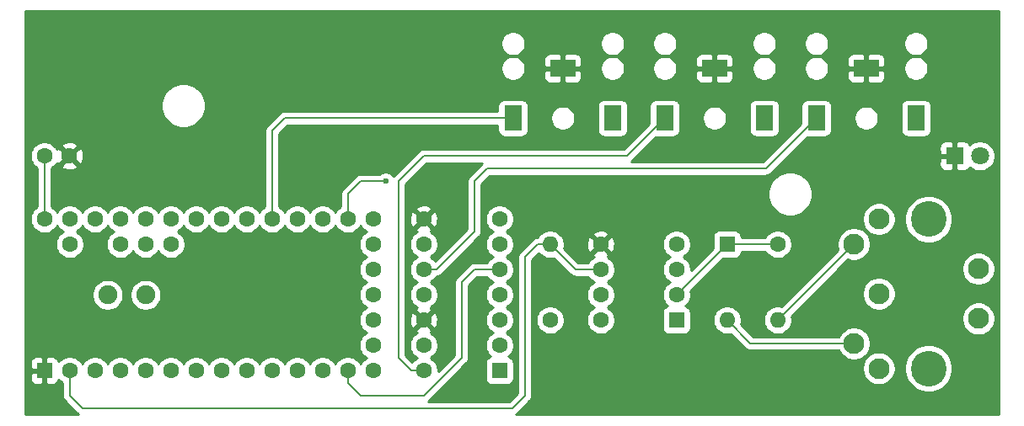
<source format=gtl>
%TF.GenerationSoftware,KiCad,Pcbnew,(5.1.8-0-10_14)*%
%TF.CreationDate,2020-12-14T15:32:48+01:00*%
%TF.ProjectId,FlexMAFD,466c6578-4d41-4464-942e-6b696361645f,rev?*%
%TF.SameCoordinates,Original*%
%TF.FileFunction,Copper,L1,Top*%
%TF.FilePolarity,Positive*%
%FSLAX46Y46*%
G04 Gerber Fmt 4.6, Leading zero omitted, Abs format (unit mm)*
G04 Created by KiCad (PCBNEW (5.1.8-0-10_14)) date 2020-12-14 15:32:48*
%MOMM*%
%LPD*%
G01*
G04 APERTURE LIST*
%TA.AperFunction,ComponentPad*%
%ADD10C,1.600000*%
%TD*%
%TA.AperFunction,ComponentPad*%
%ADD11R,1.800000X2.500000*%
%TD*%
%TA.AperFunction,ComponentPad*%
%ADD12R,2.500000X1.800000*%
%TD*%
%TA.AperFunction,ComponentPad*%
%ADD13R,1.600000X1.600000*%
%TD*%
%TA.AperFunction,ComponentPad*%
%ADD14O,1.600000X1.600000*%
%TD*%
%TA.AperFunction,ComponentPad*%
%ADD15R,1.800000X1.800000*%
%TD*%
%TA.AperFunction,ComponentPad*%
%ADD16C,1.800000*%
%TD*%
%TA.AperFunction,ComponentPad*%
%ADD17C,2.100000*%
%TD*%
%TA.AperFunction,ComponentPad*%
%ADD18C,3.585000*%
%TD*%
%TA.AperFunction,ComponentPad*%
%ADD19C,1.900000*%
%TD*%
%TA.AperFunction,ViaPad*%
%ADD20C,0.600000*%
%TD*%
%TA.AperFunction,Conductor*%
%ADD21C,0.150000*%
%TD*%
%TA.AperFunction,Conductor*%
%ADD22C,0.254000*%
%TD*%
G04 APERTURE END LIST*
D10*
%TO.P,C1,1*%
%TO.N,Net-(C1-Pad1)*%
X29210000Y-59690000D03*
%TO.P,C1,2*%
%TO.N,Earth*%
X31710000Y-59690000D03*
%TD*%
D11*
%TO.P,CON1,3*%
%TO.N,Net-(CON1-Pad3)*%
X86280000Y-55880000D03*
%TO.P,CON1,2*%
%TO.N,Net-(CON1-Pad2)*%
X76280000Y-55880000D03*
D12*
%TO.P,CON1,1*%
%TO.N,Earth*%
X81280000Y-50880000D03*
%TD*%
%TO.P,CON2,1*%
%TO.N,Earth*%
X96520000Y-50880000D03*
D11*
%TO.P,CON2,2*%
%TO.N,Net-(CON2-Pad2)*%
X91520000Y-55880000D03*
%TO.P,CON2,3*%
%TO.N,Net-(CON2-Pad3)*%
X101520000Y-55880000D03*
%TD*%
%TO.P,CON3,3*%
%TO.N,Net-(CON3-Pad3)*%
X116760000Y-55880000D03*
%TO.P,CON3,2*%
%TO.N,Net-(CON3-Pad2)*%
X106760000Y-55880000D03*
D12*
%TO.P,CON3,1*%
%TO.N,Earth*%
X111760000Y-50880000D03*
%TD*%
D13*
%TO.P,D1,1*%
%TO.N,Net-(D1-Pad1)*%
X97790000Y-68580000D03*
D14*
%TO.P,D1,2*%
%TO.N,Net-(D1-Pad2)*%
X97790000Y-76200000D03*
%TD*%
D15*
%TO.P,D2,1*%
%TO.N,Earth*%
X120650000Y-59690000D03*
D16*
%TO.P,D2,2*%
%TO.N,Net-(D2-Pad2)*%
X123190000Y-59690000D03*
%TD*%
D17*
%TO.P,J1,1*%
%TO.N,Net-(J1-Pad1)*%
X113030000Y-66040000D03*
%TO.P,J1,2*%
%TO.N,Net-(J1-Pad2)*%
X113030000Y-73545000D03*
%TO.P,J1,3*%
%TO.N,Net-(J1-Pad3)*%
X113030000Y-81050000D03*
%TO.P,J1,4*%
%TO.N,Net-(J1-Pad4)*%
X110540000Y-68540000D03*
%TO.P,J1,5*%
%TO.N,Net-(D1-Pad2)*%
X110540000Y-78550000D03*
%TO.P,J1,6*%
%TO.N,Net-(J1-Pad6)*%
X123040000Y-71045000D03*
%TO.P,J1,7*%
%TO.N,Net-(J1-Pad7)*%
X123040000Y-76045000D03*
D18*
%TO.P,J1,MH1*%
%TO.N,Net-(J1-PadMH1)*%
X118040000Y-66040000D03*
%TO.P,J1,MH2*%
%TO.N,Net-(J1-PadMH2)*%
X118040000Y-81050000D03*
%TD*%
D10*
%TO.P,R1,1*%
%TO.N,Net-(D1-Pad1)*%
X102870000Y-68580000D03*
D14*
%TO.P,R1,2*%
%TO.N,Net-(J1-Pad4)*%
X102870000Y-76200000D03*
%TD*%
%TO.P,R2,2*%
%TO.N,Net-(R2-Pad2)*%
X80010000Y-68580000D03*
D10*
%TO.P,R2,1*%
%TO.N,Net-(R2-Pad1)*%
X80010000Y-76200000D03*
%TD*%
D13*
%TO.P,U1,1*%
%TO.N,Net-(U1-Pad1)*%
X92710000Y-76200000D03*
D10*
%TO.P,U1,2*%
%TO.N,Net-(D1-Pad1)*%
X92710000Y-73660000D03*
%TO.P,U1,3*%
%TO.N,Net-(D1-Pad2)*%
X92710000Y-71120000D03*
%TO.P,U1,4*%
%TO.N,Net-(U1-Pad4)*%
X92710000Y-68580000D03*
%TO.P,U1,5*%
%TO.N,Earth*%
X85090000Y-68580000D03*
%TO.P,U1,6*%
%TO.N,Net-(R2-Pad2)*%
X85090000Y-71120000D03*
%TO.P,U1,7*%
%TO.N,Net-(U1-Pad7)*%
X85090000Y-73660000D03*
%TO.P,U1,8*%
%TO.N,Net-(C1-Pad1)*%
X85090000Y-76200000D03*
%TD*%
%TO.P,U2,17*%
%TO.N,Net-(U2-Pad17)*%
X62230000Y-73660000D03*
%TO.P,U2,18*%
%TO.N,Net-(U2-Pad18)*%
X62230000Y-71120000D03*
%TO.P,U2,19*%
%TO.N,Net-(U2-Pad19)*%
X62230000Y-68580000D03*
%TO.P,U2,20*%
%TO.N,Net-(U2-Pad20)*%
X62230000Y-66040000D03*
%TO.P,U2,16*%
%TO.N,Net-(U2-Pad16)*%
X62230000Y-76200000D03*
%TO.P,U2,15*%
%TO.N,Net-(U2-Pad15)*%
X62230000Y-78740000D03*
%TO.P,U2,14*%
%TO.N,Net-(U2-Pad14)*%
X62230000Y-81280000D03*
%TO.P,U2,21*%
%TO.N,Net-(U2-Pad21)*%
X59690000Y-66040000D03*
%TO.P,U2,22*%
%TO.N,Net-(U2-Pad22)*%
X57150000Y-66040000D03*
%TO.P,U2,23*%
%TO.N,Net-(U2-Pad23)*%
X54610000Y-66040000D03*
%TO.P,U2,24*%
%TO.N,Net-(CON1-Pad2)*%
X52070000Y-66040000D03*
%TO.P,U2,25*%
%TO.N,Net-(U2-Pad25)*%
X49530000Y-66040000D03*
%TO.P,U2,26*%
%TO.N,Net-(U2-Pad26)*%
X46990000Y-66040000D03*
%TO.P,U2,27*%
%TO.N,Net-(U2-Pad27)*%
X44450000Y-66040000D03*
%TO.P,U2,28*%
%TO.N,Net-(U2-Pad28)*%
X41910000Y-66040000D03*
%TO.P,U2,29*%
%TO.N,Net-(U2-Pad29)*%
X39370000Y-66040000D03*
%TO.P,U2,30*%
%TO.N,Net-(U2-Pad30)*%
X36830000Y-66040000D03*
%TO.P,U2,31*%
%TO.N,Net-(R2-Pad1)*%
X34290000Y-66040000D03*
%TO.P,U2,32*%
%TO.N,Net-(U2-Pad32)*%
X31750000Y-66040000D03*
%TO.P,U2,33*%
%TO.N,Net-(C1-Pad1)*%
X29210000Y-66040000D03*
%TO.P,U2,34*%
%TO.N,Net-(U2-Pad34)*%
X31750000Y-68580000D03*
%TO.P,U2,35*%
%TO.N,Net-(U2-Pad35)*%
X36830000Y-68580000D03*
%TO.P,U2,36*%
%TO.N,Net-(U2-Pad36)*%
X39370000Y-68580000D03*
%TO.P,U2,37*%
%TO.N,Net-(U2-Pad37)*%
X41910000Y-68580000D03*
%TO.P,U2,13*%
%TO.N,Net-(U2-Pad13)*%
X59690000Y-81280000D03*
%TO.P,U2,12*%
%TO.N,Net-(D2-Pad2)*%
X57150000Y-81280000D03*
%TO.P,U2,11*%
%TO.N,Net-(U2-Pad11)*%
X54610000Y-81280000D03*
%TO.P,U2,10*%
%TO.N,Net-(U2-Pad10)*%
X52070000Y-81280000D03*
%TO.P,U2,9*%
%TO.N,Net-(U2-Pad9)*%
X49530000Y-81280000D03*
%TO.P,U2,8*%
%TO.N,Net-(U2-Pad8)*%
X46990000Y-81280000D03*
%TO.P,U2,7*%
%TO.N,Net-(U2-Pad7)*%
X44450000Y-81280000D03*
%TO.P,U2,6*%
%TO.N,Net-(U2-Pad6)*%
X41910000Y-81280000D03*
%TO.P,U2,5*%
%TO.N,Net-(U2-Pad5)*%
X39370000Y-81280000D03*
%TO.P,U2,4*%
%TO.N,Net-(U2-Pad4)*%
X36830000Y-81280000D03*
%TO.P,U2,3*%
%TO.N,Net-(U2-Pad3)*%
X34290000Y-81280000D03*
%TO.P,U2,2*%
%TO.N,Net-(R2-Pad2)*%
X31750000Y-81280000D03*
D13*
%TO.P,U2,1*%
%TO.N,Earth*%
X29210000Y-81280000D03*
D19*
%TO.P,U2,52*%
%TO.N,N/C*%
X39370000Y-73660000D03*
X35560000Y-73660000D03*
%TD*%
D13*
%TO.P,U3,1*%
%TO.N,Net-(C1-Pad1)*%
X74930000Y-81280000D03*
D10*
%TO.P,U3,2*%
%TO.N,Net-(U3-Pad2)*%
X74930000Y-78740000D03*
%TO.P,U3,3*%
%TO.N,Net-(U2-Pad21)*%
X74930000Y-76200000D03*
%TO.P,U3,4*%
%TO.N,Net-(U2-Pad20)*%
X74930000Y-73660000D03*
%TO.P,U3,5*%
%TO.N,Net-(U2-Pad13)*%
X74930000Y-71120000D03*
%TO.P,U3,6*%
%TO.N,Net-(U3-Pad6)*%
X74930000Y-68580000D03*
%TO.P,U3,7*%
%TO.N,Net-(U3-Pad7)*%
X74930000Y-66040000D03*
%TO.P,U3,8*%
%TO.N,Earth*%
X67310000Y-66040000D03*
%TO.P,U3,9*%
%TO.N,Net-(C1-Pad1)*%
X67310000Y-68580000D03*
%TO.P,U3,10*%
%TO.N,Net-(CON3-Pad2)*%
X67310000Y-71120000D03*
%TO.P,U3,11*%
%TO.N,Net-(C1-Pad1)*%
X67310000Y-73660000D03*
%TO.P,U3,12*%
%TO.N,Earth*%
X67310000Y-76200000D03*
%TO.P,U3,13*%
%TO.N,Net-(C1-Pad1)*%
X67310000Y-78740000D03*
%TO.P,U3,14*%
%TO.N,Net-(CON2-Pad2)*%
X67310000Y-81280000D03*
%TD*%
D20*
%TO.N,Net-(U2-Pad21)*%
X63500000Y-62230000D03*
%TD*%
D21*
%TO.N,Net-(C1-Pad1)*%
X29210000Y-66040000D02*
X29210000Y-59690000D01*
%TO.N,Net-(CON1-Pad2)*%
X52070000Y-66040000D02*
X52070000Y-57150000D01*
X53340000Y-55880000D02*
X76280000Y-55880000D01*
X52070000Y-57150000D02*
X53340000Y-55880000D01*
%TO.N,Net-(CON2-Pad2)*%
X67310000Y-81280000D02*
X66040000Y-81280000D01*
X87710000Y-59690000D02*
X91520000Y-55880000D01*
X67310000Y-59690000D02*
X87710000Y-59690000D01*
X64770000Y-62230000D02*
X67310000Y-59690000D01*
X64770000Y-80010000D02*
X64770000Y-62230000D01*
X66040000Y-81280000D02*
X64770000Y-80010000D01*
%TO.N,Net-(CON3-Pad2)*%
X67310000Y-71120000D02*
X68580000Y-71120000D01*
X101680000Y-60960000D02*
X106760000Y-55880000D01*
X73660000Y-60960000D02*
X101680000Y-60960000D01*
X72390000Y-62230000D02*
X73660000Y-60960000D01*
X72390000Y-67310000D02*
X72390000Y-62230000D01*
X68580000Y-71120000D02*
X72390000Y-67310000D01*
%TO.N,Net-(D1-Pad1)*%
X102870000Y-68580000D02*
X97790000Y-68580000D01*
X97790000Y-68580000D02*
X92710000Y-73660000D01*
%TO.N,Net-(D1-Pad2)*%
X110540000Y-78550000D02*
X100140000Y-78550000D01*
X100140000Y-78550000D02*
X97790000Y-76200000D01*
%TO.N,Net-(J1-Pad4)*%
X110540000Y-68540000D02*
X110530000Y-68540000D01*
X110530000Y-68540000D02*
X102870000Y-76200000D01*
%TO.N,Net-(R2-Pad2)*%
X85090000Y-71120000D02*
X82550000Y-71120000D01*
X82550000Y-71120000D02*
X80010000Y-68580000D01*
X80010000Y-68580000D02*
X78740000Y-68580000D01*
X31750000Y-83820000D02*
X31750000Y-81280000D01*
X33020000Y-85090000D02*
X31750000Y-83820000D01*
X76200000Y-85090000D02*
X33020000Y-85090000D01*
X77470000Y-83820000D02*
X76200000Y-85090000D01*
X77470000Y-69850000D02*
X77470000Y-83820000D01*
X78740000Y-68580000D02*
X77470000Y-69850000D01*
%TO.N,Net-(U2-Pad21)*%
X59690000Y-63500000D02*
X59690000Y-66040000D01*
X60960000Y-62230000D02*
X59690000Y-63500000D01*
X63500000Y-62230000D02*
X60960000Y-62230000D01*
%TO.N,Net-(U2-Pad13)*%
X59690000Y-81280000D02*
X59690000Y-82550000D01*
X72390000Y-71120000D02*
X74930000Y-71120000D01*
X71120000Y-72390000D02*
X72390000Y-71120000D01*
X71120000Y-80010000D02*
X71120000Y-72390000D01*
X67310000Y-83820000D02*
X71120000Y-80010000D01*
X60960000Y-83820000D02*
X67310000Y-83820000D01*
X59690000Y-82550000D02*
X60960000Y-83820000D01*
%TD*%
D22*
%TO.N,Earth*%
X125070000Y-85700000D02*
X76564932Y-85700000D01*
X76596363Y-85683200D01*
X76704475Y-85594475D01*
X76726712Y-85567379D01*
X77947385Y-84346707D01*
X77974475Y-84324475D01*
X78063200Y-84216363D01*
X78129128Y-84093020D01*
X78169727Y-83959184D01*
X78180000Y-83854877D01*
X78180000Y-83854876D01*
X78183435Y-83820001D01*
X78180000Y-83785126D01*
X78180000Y-80884042D01*
X111345000Y-80884042D01*
X111345000Y-81215958D01*
X111409754Y-81541496D01*
X111536772Y-81848147D01*
X111721175Y-82124125D01*
X111955875Y-82358825D01*
X112231853Y-82543228D01*
X112538504Y-82670246D01*
X112864042Y-82735000D01*
X113195958Y-82735000D01*
X113521496Y-82670246D01*
X113828147Y-82543228D01*
X114104125Y-82358825D01*
X114338825Y-82124125D01*
X114523228Y-81848147D01*
X114650246Y-81541496D01*
X114715000Y-81215958D01*
X114715000Y-80884042D01*
X114700454Y-80810912D01*
X115612500Y-80810912D01*
X115612500Y-81289088D01*
X115705787Y-81758076D01*
X115888777Y-82199853D01*
X116154437Y-82597441D01*
X116492559Y-82935563D01*
X116890147Y-83201223D01*
X117331924Y-83384213D01*
X117800912Y-83477500D01*
X118279088Y-83477500D01*
X118748076Y-83384213D01*
X119189853Y-83201223D01*
X119587441Y-82935563D01*
X119925563Y-82597441D01*
X120191223Y-82199853D01*
X120374213Y-81758076D01*
X120467500Y-81289088D01*
X120467500Y-80810912D01*
X120374213Y-80341924D01*
X120191223Y-79900147D01*
X119925563Y-79502559D01*
X119587441Y-79164437D01*
X119189853Y-78898777D01*
X118748076Y-78715787D01*
X118279088Y-78622500D01*
X117800912Y-78622500D01*
X117331924Y-78715787D01*
X116890147Y-78898777D01*
X116492559Y-79164437D01*
X116154437Y-79502559D01*
X115888777Y-79900147D01*
X115705787Y-80341924D01*
X115612500Y-80810912D01*
X114700454Y-80810912D01*
X114650246Y-80558504D01*
X114523228Y-80251853D01*
X114338825Y-79975875D01*
X114104125Y-79741175D01*
X113828147Y-79556772D01*
X113521496Y-79429754D01*
X113195958Y-79365000D01*
X112864042Y-79365000D01*
X112538504Y-79429754D01*
X112231853Y-79556772D01*
X111955875Y-79741175D01*
X111721175Y-79975875D01*
X111536772Y-80251853D01*
X111409754Y-80558504D01*
X111345000Y-80884042D01*
X78180000Y-80884042D01*
X78180000Y-76058665D01*
X78575000Y-76058665D01*
X78575000Y-76341335D01*
X78630147Y-76618574D01*
X78738320Y-76879727D01*
X78895363Y-77114759D01*
X79095241Y-77314637D01*
X79330273Y-77471680D01*
X79591426Y-77579853D01*
X79868665Y-77635000D01*
X80151335Y-77635000D01*
X80428574Y-77579853D01*
X80689727Y-77471680D01*
X80924759Y-77314637D01*
X81124637Y-77114759D01*
X81281680Y-76879727D01*
X81389853Y-76618574D01*
X81445000Y-76341335D01*
X81445000Y-76058665D01*
X81389853Y-75781426D01*
X81281680Y-75520273D01*
X81124637Y-75285241D01*
X80924759Y-75085363D01*
X80689727Y-74928320D01*
X80428574Y-74820147D01*
X80151335Y-74765000D01*
X79868665Y-74765000D01*
X79591426Y-74820147D01*
X79330273Y-74928320D01*
X79095241Y-75085363D01*
X78895363Y-75285241D01*
X78738320Y-75520273D01*
X78630147Y-75781426D01*
X78575000Y-76058665D01*
X78180000Y-76058665D01*
X78180000Y-70144091D01*
X78868915Y-69455177D01*
X78895363Y-69494759D01*
X79095241Y-69694637D01*
X79330273Y-69851680D01*
X79591426Y-69959853D01*
X79868665Y-70015000D01*
X80151335Y-70015000D01*
X80392865Y-69966956D01*
X82023292Y-71597384D01*
X82045525Y-71624475D01*
X82072615Y-71646707D01*
X82153635Y-71713199D01*
X82153637Y-71713200D01*
X82276980Y-71779128D01*
X82410816Y-71819727D01*
X82515123Y-71830000D01*
X82515124Y-71830000D01*
X82549999Y-71833435D01*
X82584874Y-71830000D01*
X83838548Y-71830000D01*
X83975363Y-72034759D01*
X84175241Y-72234637D01*
X84407759Y-72390000D01*
X84175241Y-72545363D01*
X83975363Y-72745241D01*
X83818320Y-72980273D01*
X83710147Y-73241426D01*
X83655000Y-73518665D01*
X83655000Y-73801335D01*
X83710147Y-74078574D01*
X83818320Y-74339727D01*
X83975363Y-74574759D01*
X84175241Y-74774637D01*
X84407759Y-74930000D01*
X84175241Y-75085363D01*
X83975363Y-75285241D01*
X83818320Y-75520273D01*
X83710147Y-75781426D01*
X83655000Y-76058665D01*
X83655000Y-76341335D01*
X83710147Y-76618574D01*
X83818320Y-76879727D01*
X83975363Y-77114759D01*
X84175241Y-77314637D01*
X84410273Y-77471680D01*
X84671426Y-77579853D01*
X84948665Y-77635000D01*
X85231335Y-77635000D01*
X85508574Y-77579853D01*
X85769727Y-77471680D01*
X86004759Y-77314637D01*
X86204637Y-77114759D01*
X86361680Y-76879727D01*
X86469853Y-76618574D01*
X86525000Y-76341335D01*
X86525000Y-76058665D01*
X86469853Y-75781426D01*
X86361680Y-75520273D01*
X86281317Y-75400000D01*
X91271928Y-75400000D01*
X91271928Y-77000000D01*
X91284188Y-77124482D01*
X91320498Y-77244180D01*
X91379463Y-77354494D01*
X91458815Y-77451185D01*
X91555506Y-77530537D01*
X91665820Y-77589502D01*
X91785518Y-77625812D01*
X91910000Y-77638072D01*
X93510000Y-77638072D01*
X93634482Y-77625812D01*
X93754180Y-77589502D01*
X93864494Y-77530537D01*
X93961185Y-77451185D01*
X94040537Y-77354494D01*
X94099502Y-77244180D01*
X94135812Y-77124482D01*
X94148072Y-77000000D01*
X94148072Y-76058665D01*
X96355000Y-76058665D01*
X96355000Y-76341335D01*
X96410147Y-76618574D01*
X96518320Y-76879727D01*
X96675363Y-77114759D01*
X96875241Y-77314637D01*
X97110273Y-77471680D01*
X97371426Y-77579853D01*
X97648665Y-77635000D01*
X97931335Y-77635000D01*
X98172865Y-77586956D01*
X99613288Y-79027379D01*
X99635525Y-79054475D01*
X99743637Y-79143200D01*
X99866980Y-79209128D01*
X100000816Y-79249727D01*
X100105123Y-79260000D01*
X100105125Y-79260000D01*
X100140000Y-79263435D01*
X100174875Y-79260000D01*
X109010261Y-79260000D01*
X109046772Y-79348147D01*
X109231175Y-79624125D01*
X109465875Y-79858825D01*
X109741853Y-80043228D01*
X110048504Y-80170246D01*
X110374042Y-80235000D01*
X110705958Y-80235000D01*
X111031496Y-80170246D01*
X111338147Y-80043228D01*
X111614125Y-79858825D01*
X111848825Y-79624125D01*
X112033228Y-79348147D01*
X112160246Y-79041496D01*
X112225000Y-78715958D01*
X112225000Y-78384042D01*
X112160246Y-78058504D01*
X112033228Y-77751853D01*
X111848825Y-77475875D01*
X111614125Y-77241175D01*
X111338147Y-77056772D01*
X111031496Y-76929754D01*
X110705958Y-76865000D01*
X110374042Y-76865000D01*
X110048504Y-76929754D01*
X109741853Y-77056772D01*
X109465875Y-77241175D01*
X109231175Y-77475875D01*
X109046772Y-77751853D01*
X109010261Y-77840000D01*
X100434091Y-77840000D01*
X99176956Y-76582865D01*
X99225000Y-76341335D01*
X99225000Y-76058665D01*
X101435000Y-76058665D01*
X101435000Y-76341335D01*
X101490147Y-76618574D01*
X101598320Y-76879727D01*
X101755363Y-77114759D01*
X101955241Y-77314637D01*
X102190273Y-77471680D01*
X102451426Y-77579853D01*
X102728665Y-77635000D01*
X103011335Y-77635000D01*
X103288574Y-77579853D01*
X103549727Y-77471680D01*
X103784759Y-77314637D01*
X103984637Y-77114759D01*
X104141680Y-76879727D01*
X104249853Y-76618574D01*
X104305000Y-76341335D01*
X104305000Y-76058665D01*
X104269271Y-75879042D01*
X121355000Y-75879042D01*
X121355000Y-76210958D01*
X121419754Y-76536496D01*
X121546772Y-76843147D01*
X121731175Y-77119125D01*
X121965875Y-77353825D01*
X122241853Y-77538228D01*
X122548504Y-77665246D01*
X122874042Y-77730000D01*
X123205958Y-77730000D01*
X123531496Y-77665246D01*
X123838147Y-77538228D01*
X124114125Y-77353825D01*
X124348825Y-77119125D01*
X124533228Y-76843147D01*
X124660246Y-76536496D01*
X124725000Y-76210958D01*
X124725000Y-75879042D01*
X124660246Y-75553504D01*
X124533228Y-75246853D01*
X124348825Y-74970875D01*
X124114125Y-74736175D01*
X123838147Y-74551772D01*
X123531496Y-74424754D01*
X123205958Y-74360000D01*
X122874042Y-74360000D01*
X122548504Y-74424754D01*
X122241853Y-74551772D01*
X121965875Y-74736175D01*
X121731175Y-74970875D01*
X121546772Y-75246853D01*
X121419754Y-75553504D01*
X121355000Y-75879042D01*
X104269271Y-75879042D01*
X104256956Y-75817135D01*
X106695049Y-73379042D01*
X111345000Y-73379042D01*
X111345000Y-73710958D01*
X111409754Y-74036496D01*
X111536772Y-74343147D01*
X111721175Y-74619125D01*
X111955875Y-74853825D01*
X112231853Y-75038228D01*
X112538504Y-75165246D01*
X112864042Y-75230000D01*
X113195958Y-75230000D01*
X113521496Y-75165246D01*
X113828147Y-75038228D01*
X114104125Y-74853825D01*
X114338825Y-74619125D01*
X114523228Y-74343147D01*
X114650246Y-74036496D01*
X114715000Y-73710958D01*
X114715000Y-73379042D01*
X114650246Y-73053504D01*
X114523228Y-72746853D01*
X114338825Y-72470875D01*
X114104125Y-72236175D01*
X113828147Y-72051772D01*
X113521496Y-71924754D01*
X113195958Y-71860000D01*
X112864042Y-71860000D01*
X112538504Y-71924754D01*
X112231853Y-72051772D01*
X111955875Y-72236175D01*
X111721175Y-72470875D01*
X111536772Y-72746853D01*
X111409754Y-73053504D01*
X111345000Y-73379042D01*
X106695049Y-73379042D01*
X109195049Y-70879042D01*
X121355000Y-70879042D01*
X121355000Y-71210958D01*
X121419754Y-71536496D01*
X121546772Y-71843147D01*
X121731175Y-72119125D01*
X121965875Y-72353825D01*
X122241853Y-72538228D01*
X122548504Y-72665246D01*
X122874042Y-72730000D01*
X123205958Y-72730000D01*
X123531496Y-72665246D01*
X123838147Y-72538228D01*
X124114125Y-72353825D01*
X124348825Y-72119125D01*
X124533228Y-71843147D01*
X124660246Y-71536496D01*
X124725000Y-71210958D01*
X124725000Y-70879042D01*
X124660246Y-70553504D01*
X124533228Y-70246853D01*
X124348825Y-69970875D01*
X124114125Y-69736175D01*
X123838147Y-69551772D01*
X123531496Y-69424754D01*
X123205958Y-69360000D01*
X122874042Y-69360000D01*
X122548504Y-69424754D01*
X122241853Y-69551772D01*
X121965875Y-69736175D01*
X121731175Y-69970875D01*
X121546772Y-70246853D01*
X121419754Y-70553504D01*
X121355000Y-70879042D01*
X109195049Y-70879042D01*
X109953285Y-70120806D01*
X110048504Y-70160246D01*
X110374042Y-70225000D01*
X110705958Y-70225000D01*
X111031496Y-70160246D01*
X111338147Y-70033228D01*
X111614125Y-69848825D01*
X111848825Y-69614125D01*
X112033228Y-69338147D01*
X112160246Y-69031496D01*
X112225000Y-68705958D01*
X112225000Y-68374042D01*
X112160246Y-68048504D01*
X112033228Y-67741853D01*
X111848825Y-67465875D01*
X111614125Y-67231175D01*
X111338147Y-67046772D01*
X111031496Y-66919754D01*
X110705958Y-66855000D01*
X110374042Y-66855000D01*
X110048504Y-66919754D01*
X109741853Y-67046772D01*
X109465875Y-67231175D01*
X109231175Y-67465875D01*
X109046772Y-67741853D01*
X108919754Y-68048504D01*
X108855000Y-68374042D01*
X108855000Y-68705958D01*
X108919754Y-69031496D01*
X108953337Y-69112572D01*
X103252865Y-74813044D01*
X103011335Y-74765000D01*
X102728665Y-74765000D01*
X102451426Y-74820147D01*
X102190273Y-74928320D01*
X101955241Y-75085363D01*
X101755363Y-75285241D01*
X101598320Y-75520273D01*
X101490147Y-75781426D01*
X101435000Y-76058665D01*
X99225000Y-76058665D01*
X99169853Y-75781426D01*
X99061680Y-75520273D01*
X98904637Y-75285241D01*
X98704759Y-75085363D01*
X98469727Y-74928320D01*
X98208574Y-74820147D01*
X97931335Y-74765000D01*
X97648665Y-74765000D01*
X97371426Y-74820147D01*
X97110273Y-74928320D01*
X96875241Y-75085363D01*
X96675363Y-75285241D01*
X96518320Y-75520273D01*
X96410147Y-75781426D01*
X96355000Y-76058665D01*
X94148072Y-76058665D01*
X94148072Y-75400000D01*
X94135812Y-75275518D01*
X94099502Y-75155820D01*
X94040537Y-75045506D01*
X93961185Y-74948815D01*
X93864494Y-74869463D01*
X93754180Y-74810498D01*
X93634482Y-74774188D01*
X93626039Y-74773357D01*
X93824637Y-74574759D01*
X93981680Y-74339727D01*
X94089853Y-74078574D01*
X94145000Y-73801335D01*
X94145000Y-73518665D01*
X94096956Y-73277135D01*
X97356019Y-70018072D01*
X98590000Y-70018072D01*
X98714482Y-70005812D01*
X98834180Y-69969502D01*
X98944494Y-69910537D01*
X99041185Y-69831185D01*
X99120537Y-69734494D01*
X99179502Y-69624180D01*
X99215812Y-69504482D01*
X99228072Y-69380000D01*
X99228072Y-69290000D01*
X101618548Y-69290000D01*
X101755363Y-69494759D01*
X101955241Y-69694637D01*
X102190273Y-69851680D01*
X102451426Y-69959853D01*
X102728665Y-70015000D01*
X103011335Y-70015000D01*
X103288574Y-69959853D01*
X103549727Y-69851680D01*
X103784759Y-69694637D01*
X103984637Y-69494759D01*
X104141680Y-69259727D01*
X104249853Y-68998574D01*
X104305000Y-68721335D01*
X104305000Y-68438665D01*
X104249853Y-68161426D01*
X104141680Y-67900273D01*
X103984637Y-67665241D01*
X103784759Y-67465363D01*
X103549727Y-67308320D01*
X103288574Y-67200147D01*
X103011335Y-67145000D01*
X102728665Y-67145000D01*
X102451426Y-67200147D01*
X102190273Y-67308320D01*
X101955241Y-67465363D01*
X101755363Y-67665241D01*
X101618548Y-67870000D01*
X99228072Y-67870000D01*
X99228072Y-67780000D01*
X99215812Y-67655518D01*
X99179502Y-67535820D01*
X99120537Y-67425506D01*
X99041185Y-67328815D01*
X98944494Y-67249463D01*
X98834180Y-67190498D01*
X98714482Y-67154188D01*
X98590000Y-67141928D01*
X96990000Y-67141928D01*
X96865518Y-67154188D01*
X96745820Y-67190498D01*
X96635506Y-67249463D01*
X96538815Y-67328815D01*
X96459463Y-67425506D01*
X96400498Y-67535820D01*
X96364188Y-67655518D01*
X96351928Y-67780000D01*
X96351928Y-69013981D01*
X94145000Y-71220909D01*
X94145000Y-70978665D01*
X94089853Y-70701426D01*
X93981680Y-70440273D01*
X93824637Y-70205241D01*
X93624759Y-70005363D01*
X93392241Y-69850000D01*
X93624759Y-69694637D01*
X93824637Y-69494759D01*
X93981680Y-69259727D01*
X94089853Y-68998574D01*
X94145000Y-68721335D01*
X94145000Y-68438665D01*
X94089853Y-68161426D01*
X93981680Y-67900273D01*
X93824637Y-67665241D01*
X93624759Y-67465363D01*
X93389727Y-67308320D01*
X93128574Y-67200147D01*
X92851335Y-67145000D01*
X92568665Y-67145000D01*
X92291426Y-67200147D01*
X92030273Y-67308320D01*
X91795241Y-67465363D01*
X91595363Y-67665241D01*
X91438320Y-67900273D01*
X91330147Y-68161426D01*
X91275000Y-68438665D01*
X91275000Y-68721335D01*
X91330147Y-68998574D01*
X91438320Y-69259727D01*
X91595363Y-69494759D01*
X91795241Y-69694637D01*
X92027759Y-69850000D01*
X91795241Y-70005363D01*
X91595363Y-70205241D01*
X91438320Y-70440273D01*
X91330147Y-70701426D01*
X91275000Y-70978665D01*
X91275000Y-71261335D01*
X91330147Y-71538574D01*
X91438320Y-71799727D01*
X91595363Y-72034759D01*
X91795241Y-72234637D01*
X92027759Y-72390000D01*
X91795241Y-72545363D01*
X91595363Y-72745241D01*
X91438320Y-72980273D01*
X91330147Y-73241426D01*
X91275000Y-73518665D01*
X91275000Y-73801335D01*
X91330147Y-74078574D01*
X91438320Y-74339727D01*
X91595363Y-74574759D01*
X91793961Y-74773357D01*
X91785518Y-74774188D01*
X91665820Y-74810498D01*
X91555506Y-74869463D01*
X91458815Y-74948815D01*
X91379463Y-75045506D01*
X91320498Y-75155820D01*
X91284188Y-75275518D01*
X91271928Y-75400000D01*
X86281317Y-75400000D01*
X86204637Y-75285241D01*
X86004759Y-75085363D01*
X85772241Y-74930000D01*
X86004759Y-74774637D01*
X86204637Y-74574759D01*
X86361680Y-74339727D01*
X86469853Y-74078574D01*
X86525000Y-73801335D01*
X86525000Y-73518665D01*
X86469853Y-73241426D01*
X86361680Y-72980273D01*
X86204637Y-72745241D01*
X86004759Y-72545363D01*
X85772241Y-72390000D01*
X86004759Y-72234637D01*
X86204637Y-72034759D01*
X86361680Y-71799727D01*
X86469853Y-71538574D01*
X86525000Y-71261335D01*
X86525000Y-70978665D01*
X86469853Y-70701426D01*
X86361680Y-70440273D01*
X86204637Y-70205241D01*
X86004759Y-70005363D01*
X85770872Y-69849085D01*
X85831514Y-69816671D01*
X85903097Y-69572702D01*
X85090000Y-68759605D01*
X84276903Y-69572702D01*
X84348486Y-69816671D01*
X84412992Y-69847194D01*
X84410273Y-69848320D01*
X84175241Y-70005363D01*
X83975363Y-70205241D01*
X83838548Y-70410000D01*
X82844092Y-70410000D01*
X81396956Y-68962865D01*
X81445000Y-68721335D01*
X81445000Y-68650512D01*
X83649783Y-68650512D01*
X83691213Y-68930130D01*
X83786397Y-69196292D01*
X83853329Y-69321514D01*
X84097298Y-69393097D01*
X84910395Y-68580000D01*
X85269605Y-68580000D01*
X86082702Y-69393097D01*
X86326671Y-69321514D01*
X86447571Y-69066004D01*
X86516300Y-68791816D01*
X86530217Y-68509488D01*
X86488787Y-68229870D01*
X86393603Y-67963708D01*
X86326671Y-67838486D01*
X86082702Y-67766903D01*
X85269605Y-68580000D01*
X84910395Y-68580000D01*
X84097298Y-67766903D01*
X83853329Y-67838486D01*
X83732429Y-68093996D01*
X83663700Y-68368184D01*
X83649783Y-68650512D01*
X81445000Y-68650512D01*
X81445000Y-68438665D01*
X81389853Y-68161426D01*
X81281680Y-67900273D01*
X81124637Y-67665241D01*
X81046694Y-67587298D01*
X84276903Y-67587298D01*
X85090000Y-68400395D01*
X85903097Y-67587298D01*
X85831514Y-67343329D01*
X85576004Y-67222429D01*
X85301816Y-67153700D01*
X85019488Y-67139783D01*
X84739870Y-67181213D01*
X84473708Y-67276397D01*
X84348486Y-67343329D01*
X84276903Y-67587298D01*
X81046694Y-67587298D01*
X80924759Y-67465363D01*
X80689727Y-67308320D01*
X80428574Y-67200147D01*
X80151335Y-67145000D01*
X79868665Y-67145000D01*
X79591426Y-67200147D01*
X79330273Y-67308320D01*
X79095241Y-67465363D01*
X78895363Y-67665241D01*
X78759556Y-67868491D01*
X78739999Y-67866565D01*
X78705124Y-67870000D01*
X78705123Y-67870000D01*
X78600816Y-67880273D01*
X78466980Y-67920872D01*
X78343637Y-67986800D01*
X78235525Y-68075525D01*
X78213292Y-68102616D01*
X76992617Y-69323292D01*
X76965525Y-69345526D01*
X76876800Y-69453638D01*
X76810872Y-69576981D01*
X76770273Y-69710817D01*
X76760000Y-69815123D01*
X76756565Y-69850000D01*
X76760000Y-69884875D01*
X76760001Y-83525907D01*
X75905909Y-84380000D01*
X67746817Y-84380000D01*
X67814475Y-84324475D01*
X67836712Y-84297379D01*
X71597383Y-80536708D01*
X71624474Y-80514475D01*
X71713200Y-80406363D01*
X71779128Y-80283020D01*
X71819727Y-80149184D01*
X71830000Y-80044877D01*
X71830000Y-80044875D01*
X71833435Y-80010000D01*
X71830000Y-79975125D01*
X71830000Y-72684091D01*
X72684092Y-71830000D01*
X73678548Y-71830000D01*
X73815363Y-72034759D01*
X74015241Y-72234637D01*
X74247759Y-72390000D01*
X74015241Y-72545363D01*
X73815363Y-72745241D01*
X73658320Y-72980273D01*
X73550147Y-73241426D01*
X73495000Y-73518665D01*
X73495000Y-73801335D01*
X73550147Y-74078574D01*
X73658320Y-74339727D01*
X73815363Y-74574759D01*
X74015241Y-74774637D01*
X74247759Y-74930000D01*
X74015241Y-75085363D01*
X73815363Y-75285241D01*
X73658320Y-75520273D01*
X73550147Y-75781426D01*
X73495000Y-76058665D01*
X73495000Y-76341335D01*
X73550147Y-76618574D01*
X73658320Y-76879727D01*
X73815363Y-77114759D01*
X74015241Y-77314637D01*
X74247759Y-77470000D01*
X74015241Y-77625363D01*
X73815363Y-77825241D01*
X73658320Y-78060273D01*
X73550147Y-78321426D01*
X73495000Y-78598665D01*
X73495000Y-78881335D01*
X73550147Y-79158574D01*
X73658320Y-79419727D01*
X73815363Y-79654759D01*
X74013961Y-79853357D01*
X74005518Y-79854188D01*
X73885820Y-79890498D01*
X73775506Y-79949463D01*
X73678815Y-80028815D01*
X73599463Y-80125506D01*
X73540498Y-80235820D01*
X73504188Y-80355518D01*
X73491928Y-80480000D01*
X73491928Y-82080000D01*
X73504188Y-82204482D01*
X73540498Y-82324180D01*
X73599463Y-82434494D01*
X73678815Y-82531185D01*
X73775506Y-82610537D01*
X73885820Y-82669502D01*
X74005518Y-82705812D01*
X74130000Y-82718072D01*
X75730000Y-82718072D01*
X75854482Y-82705812D01*
X75974180Y-82669502D01*
X76084494Y-82610537D01*
X76181185Y-82531185D01*
X76260537Y-82434494D01*
X76319502Y-82324180D01*
X76355812Y-82204482D01*
X76368072Y-82080000D01*
X76368072Y-80480000D01*
X76355812Y-80355518D01*
X76319502Y-80235820D01*
X76260537Y-80125506D01*
X76181185Y-80028815D01*
X76084494Y-79949463D01*
X75974180Y-79890498D01*
X75854482Y-79854188D01*
X75846039Y-79853357D01*
X76044637Y-79654759D01*
X76201680Y-79419727D01*
X76309853Y-79158574D01*
X76365000Y-78881335D01*
X76365000Y-78598665D01*
X76309853Y-78321426D01*
X76201680Y-78060273D01*
X76044637Y-77825241D01*
X75844759Y-77625363D01*
X75612241Y-77470000D01*
X75844759Y-77314637D01*
X76044637Y-77114759D01*
X76201680Y-76879727D01*
X76309853Y-76618574D01*
X76365000Y-76341335D01*
X76365000Y-76058665D01*
X76309853Y-75781426D01*
X76201680Y-75520273D01*
X76044637Y-75285241D01*
X75844759Y-75085363D01*
X75612241Y-74930000D01*
X75844759Y-74774637D01*
X76044637Y-74574759D01*
X76201680Y-74339727D01*
X76309853Y-74078574D01*
X76365000Y-73801335D01*
X76365000Y-73518665D01*
X76309853Y-73241426D01*
X76201680Y-72980273D01*
X76044637Y-72745241D01*
X75844759Y-72545363D01*
X75612241Y-72390000D01*
X75844759Y-72234637D01*
X76044637Y-72034759D01*
X76201680Y-71799727D01*
X76309853Y-71538574D01*
X76365000Y-71261335D01*
X76365000Y-70978665D01*
X76309853Y-70701426D01*
X76201680Y-70440273D01*
X76044637Y-70205241D01*
X75844759Y-70005363D01*
X75612241Y-69850000D01*
X75844759Y-69694637D01*
X76044637Y-69494759D01*
X76201680Y-69259727D01*
X76309853Y-68998574D01*
X76365000Y-68721335D01*
X76365000Y-68438665D01*
X76309853Y-68161426D01*
X76201680Y-67900273D01*
X76044637Y-67665241D01*
X75844759Y-67465363D01*
X75612241Y-67310000D01*
X75844759Y-67154637D01*
X76044637Y-66954759D01*
X76201680Y-66719727D01*
X76309853Y-66458574D01*
X76365000Y-66181335D01*
X76365000Y-65898665D01*
X76360103Y-65874042D01*
X111345000Y-65874042D01*
X111345000Y-66205958D01*
X111409754Y-66531496D01*
X111536772Y-66838147D01*
X111721175Y-67114125D01*
X111955875Y-67348825D01*
X112231853Y-67533228D01*
X112538504Y-67660246D01*
X112864042Y-67725000D01*
X113195958Y-67725000D01*
X113521496Y-67660246D01*
X113828147Y-67533228D01*
X114104125Y-67348825D01*
X114338825Y-67114125D01*
X114523228Y-66838147D01*
X114650246Y-66531496D01*
X114715000Y-66205958D01*
X114715000Y-65874042D01*
X114700454Y-65800912D01*
X115612500Y-65800912D01*
X115612500Y-66279088D01*
X115705787Y-66748076D01*
X115888777Y-67189853D01*
X116154437Y-67587441D01*
X116492559Y-67925563D01*
X116890147Y-68191223D01*
X117331924Y-68374213D01*
X117800912Y-68467500D01*
X118279088Y-68467500D01*
X118748076Y-68374213D01*
X119189853Y-68191223D01*
X119587441Y-67925563D01*
X119925563Y-67587441D01*
X120191223Y-67189853D01*
X120374213Y-66748076D01*
X120467500Y-66279088D01*
X120467500Y-65800912D01*
X120374213Y-65331924D01*
X120191223Y-64890147D01*
X119925563Y-64492559D01*
X119587441Y-64154437D01*
X119189853Y-63888777D01*
X118748076Y-63705787D01*
X118279088Y-63612500D01*
X117800912Y-63612500D01*
X117331924Y-63705787D01*
X116890147Y-63888777D01*
X116492559Y-64154437D01*
X116154437Y-64492559D01*
X115888777Y-64890147D01*
X115705787Y-65331924D01*
X115612500Y-65800912D01*
X114700454Y-65800912D01*
X114650246Y-65548504D01*
X114523228Y-65241853D01*
X114338825Y-64965875D01*
X114104125Y-64731175D01*
X113828147Y-64546772D01*
X113521496Y-64419754D01*
X113195958Y-64355000D01*
X112864042Y-64355000D01*
X112538504Y-64419754D01*
X112231853Y-64546772D01*
X111955875Y-64731175D01*
X111721175Y-64965875D01*
X111536772Y-65241853D01*
X111409754Y-65548504D01*
X111345000Y-65874042D01*
X76360103Y-65874042D01*
X76309853Y-65621426D01*
X76201680Y-65360273D01*
X76044637Y-65125241D01*
X75844759Y-64925363D01*
X75609727Y-64768320D01*
X75348574Y-64660147D01*
X75071335Y-64605000D01*
X74788665Y-64605000D01*
X74511426Y-64660147D01*
X74250273Y-64768320D01*
X74015241Y-64925363D01*
X73815363Y-65125241D01*
X73658320Y-65360273D01*
X73550147Y-65621426D01*
X73495000Y-65898665D01*
X73495000Y-66181335D01*
X73550147Y-66458574D01*
X73658320Y-66719727D01*
X73815363Y-66954759D01*
X74015241Y-67154637D01*
X74247759Y-67310000D01*
X74015241Y-67465363D01*
X73815363Y-67665241D01*
X73658320Y-67900273D01*
X73550147Y-68161426D01*
X73495000Y-68438665D01*
X73495000Y-68721335D01*
X73550147Y-68998574D01*
X73658320Y-69259727D01*
X73815363Y-69494759D01*
X74015241Y-69694637D01*
X74247759Y-69850000D01*
X74015241Y-70005363D01*
X73815363Y-70205241D01*
X73678548Y-70410000D01*
X72424874Y-70410000D01*
X72389999Y-70406565D01*
X72355124Y-70410000D01*
X72355123Y-70410000D01*
X72250816Y-70420273D01*
X72116980Y-70460872D01*
X71993637Y-70526800D01*
X71885525Y-70615525D01*
X71863293Y-70642615D01*
X70642617Y-71863292D01*
X70615526Y-71885525D01*
X70593293Y-71912616D01*
X70526801Y-71993637D01*
X70460872Y-72116981D01*
X70420274Y-72250816D01*
X70406565Y-72390000D01*
X70410001Y-72424885D01*
X70410000Y-79715909D01*
X68745000Y-81380909D01*
X68745000Y-81138665D01*
X68689853Y-80861426D01*
X68581680Y-80600273D01*
X68424637Y-80365241D01*
X68224759Y-80165363D01*
X67992241Y-80010000D01*
X68224759Y-79854637D01*
X68424637Y-79654759D01*
X68581680Y-79419727D01*
X68689853Y-79158574D01*
X68745000Y-78881335D01*
X68745000Y-78598665D01*
X68689853Y-78321426D01*
X68581680Y-78060273D01*
X68424637Y-77825241D01*
X68224759Y-77625363D01*
X67990872Y-77469085D01*
X68051514Y-77436671D01*
X68123097Y-77192702D01*
X67310000Y-76379605D01*
X66496903Y-77192702D01*
X66568486Y-77436671D01*
X66632992Y-77467194D01*
X66630273Y-77468320D01*
X66395241Y-77625363D01*
X66195363Y-77825241D01*
X66038320Y-78060273D01*
X65930147Y-78321426D01*
X65875000Y-78598665D01*
X65875000Y-78881335D01*
X65930147Y-79158574D01*
X66038320Y-79419727D01*
X66195363Y-79654759D01*
X66395241Y-79854637D01*
X66627759Y-80010000D01*
X66395241Y-80165363D01*
X66195363Y-80365241D01*
X66168915Y-80404823D01*
X65480000Y-79715909D01*
X65480000Y-76270512D01*
X65869783Y-76270512D01*
X65911213Y-76550130D01*
X66006397Y-76816292D01*
X66073329Y-76941514D01*
X66317298Y-77013097D01*
X67130395Y-76200000D01*
X67489605Y-76200000D01*
X68302702Y-77013097D01*
X68546671Y-76941514D01*
X68667571Y-76686004D01*
X68736300Y-76411816D01*
X68750217Y-76129488D01*
X68708787Y-75849870D01*
X68613603Y-75583708D01*
X68546671Y-75458486D01*
X68302702Y-75386903D01*
X67489605Y-76200000D01*
X67130395Y-76200000D01*
X66317298Y-75386903D01*
X66073329Y-75458486D01*
X65952429Y-75713996D01*
X65883700Y-75988184D01*
X65869783Y-76270512D01*
X65480000Y-76270512D01*
X65480000Y-66110512D01*
X65869783Y-66110512D01*
X65911213Y-66390130D01*
X66006397Y-66656292D01*
X66073329Y-66781514D01*
X66317298Y-66853097D01*
X67130395Y-66040000D01*
X67489605Y-66040000D01*
X68302702Y-66853097D01*
X68546671Y-66781514D01*
X68667571Y-66526004D01*
X68736300Y-66251816D01*
X68750217Y-65969488D01*
X68708787Y-65689870D01*
X68613603Y-65423708D01*
X68546671Y-65298486D01*
X68302702Y-65226903D01*
X67489605Y-66040000D01*
X67130395Y-66040000D01*
X66317298Y-65226903D01*
X66073329Y-65298486D01*
X65952429Y-65553996D01*
X65883700Y-65828184D01*
X65869783Y-66110512D01*
X65480000Y-66110512D01*
X65480000Y-65047298D01*
X66496903Y-65047298D01*
X67310000Y-65860395D01*
X68123097Y-65047298D01*
X68051514Y-64803329D01*
X67796004Y-64682429D01*
X67521816Y-64613700D01*
X67239488Y-64599783D01*
X66959870Y-64641213D01*
X66693708Y-64736397D01*
X66568486Y-64803329D01*
X66496903Y-65047298D01*
X65480000Y-65047298D01*
X65480000Y-62524091D01*
X67604092Y-60400000D01*
X73223183Y-60400000D01*
X73155525Y-60455525D01*
X73133292Y-60482616D01*
X71912617Y-61703292D01*
X71885526Y-61725525D01*
X71863293Y-61752616D01*
X71796801Y-61833637D01*
X71730872Y-61956981D01*
X71690274Y-62090816D01*
X71676565Y-62230000D01*
X71680001Y-62264885D01*
X71680000Y-67015909D01*
X68451085Y-70244824D01*
X68424637Y-70205241D01*
X68224759Y-70005363D01*
X67992241Y-69850000D01*
X68224759Y-69694637D01*
X68424637Y-69494759D01*
X68581680Y-69259727D01*
X68689853Y-68998574D01*
X68745000Y-68721335D01*
X68745000Y-68438665D01*
X68689853Y-68161426D01*
X68581680Y-67900273D01*
X68424637Y-67665241D01*
X68224759Y-67465363D01*
X67990872Y-67309085D01*
X68051514Y-67276671D01*
X68123097Y-67032702D01*
X67310000Y-66219605D01*
X66496903Y-67032702D01*
X66568486Y-67276671D01*
X66632992Y-67307194D01*
X66630273Y-67308320D01*
X66395241Y-67465363D01*
X66195363Y-67665241D01*
X66038320Y-67900273D01*
X65930147Y-68161426D01*
X65875000Y-68438665D01*
X65875000Y-68721335D01*
X65930147Y-68998574D01*
X66038320Y-69259727D01*
X66195363Y-69494759D01*
X66395241Y-69694637D01*
X66627759Y-69850000D01*
X66395241Y-70005363D01*
X66195363Y-70205241D01*
X66038320Y-70440273D01*
X65930147Y-70701426D01*
X65875000Y-70978665D01*
X65875000Y-71261335D01*
X65930147Y-71538574D01*
X66038320Y-71799727D01*
X66195363Y-72034759D01*
X66395241Y-72234637D01*
X66627759Y-72390000D01*
X66395241Y-72545363D01*
X66195363Y-72745241D01*
X66038320Y-72980273D01*
X65930147Y-73241426D01*
X65875000Y-73518665D01*
X65875000Y-73801335D01*
X65930147Y-74078574D01*
X66038320Y-74339727D01*
X66195363Y-74574759D01*
X66395241Y-74774637D01*
X66629128Y-74930915D01*
X66568486Y-74963329D01*
X66496903Y-75207298D01*
X67310000Y-76020395D01*
X68123097Y-75207298D01*
X68051514Y-74963329D01*
X67987008Y-74932806D01*
X67989727Y-74931680D01*
X68224759Y-74774637D01*
X68424637Y-74574759D01*
X68581680Y-74339727D01*
X68689853Y-74078574D01*
X68745000Y-73801335D01*
X68745000Y-73518665D01*
X68689853Y-73241426D01*
X68581680Y-72980273D01*
X68424637Y-72745241D01*
X68224759Y-72545363D01*
X67992241Y-72390000D01*
X68224759Y-72234637D01*
X68424637Y-72034759D01*
X68560444Y-71831509D01*
X68580000Y-71833435D01*
X68614875Y-71830000D01*
X68614877Y-71830000D01*
X68719184Y-71819727D01*
X68853020Y-71779128D01*
X68976363Y-71713200D01*
X69084475Y-71624475D01*
X69106712Y-71597379D01*
X72867383Y-67836708D01*
X72894474Y-67814475D01*
X72983200Y-67706363D01*
X73049128Y-67583020D01*
X73089727Y-67449184D01*
X73100000Y-67344877D01*
X73100000Y-67344875D01*
X73103435Y-67310000D01*
X73100000Y-67275125D01*
X73100000Y-63279872D01*
X101905000Y-63279872D01*
X101905000Y-63720128D01*
X101990890Y-64151925D01*
X102159369Y-64558669D01*
X102403962Y-64924729D01*
X102715271Y-65236038D01*
X103081331Y-65480631D01*
X103488075Y-65649110D01*
X103919872Y-65735000D01*
X104360128Y-65735000D01*
X104791925Y-65649110D01*
X105198669Y-65480631D01*
X105564729Y-65236038D01*
X105876038Y-64924729D01*
X106120631Y-64558669D01*
X106289110Y-64151925D01*
X106375000Y-63720128D01*
X106375000Y-63279872D01*
X106289110Y-62848075D01*
X106120631Y-62441331D01*
X105876038Y-62075271D01*
X105564729Y-61763962D01*
X105198669Y-61519369D01*
X104791925Y-61350890D01*
X104360128Y-61265000D01*
X103919872Y-61265000D01*
X103488075Y-61350890D01*
X103081331Y-61519369D01*
X102715271Y-61763962D01*
X102403962Y-62075271D01*
X102159369Y-62441331D01*
X101990890Y-62848075D01*
X101905000Y-63279872D01*
X73100000Y-63279872D01*
X73100000Y-62524091D01*
X73954092Y-61670000D01*
X101645125Y-61670000D01*
X101680000Y-61673435D01*
X101714875Y-61670000D01*
X101714877Y-61670000D01*
X101819184Y-61659727D01*
X101953020Y-61619128D01*
X102076363Y-61553200D01*
X102184475Y-61464475D01*
X102206712Y-61437379D01*
X103054091Y-60590000D01*
X119111928Y-60590000D01*
X119124188Y-60714482D01*
X119160498Y-60834180D01*
X119219463Y-60944494D01*
X119298815Y-61041185D01*
X119395506Y-61120537D01*
X119505820Y-61179502D01*
X119625518Y-61215812D01*
X119750000Y-61228072D01*
X120364250Y-61225000D01*
X120523000Y-61066250D01*
X120523000Y-59817000D01*
X119273750Y-59817000D01*
X119115000Y-59975750D01*
X119111928Y-60590000D01*
X103054091Y-60590000D01*
X104854091Y-58790000D01*
X119111928Y-58790000D01*
X119115000Y-59404250D01*
X119273750Y-59563000D01*
X120523000Y-59563000D01*
X120523000Y-58313750D01*
X120777000Y-58313750D01*
X120777000Y-59563000D01*
X120797000Y-59563000D01*
X120797000Y-59817000D01*
X120777000Y-59817000D01*
X120777000Y-61066250D01*
X120935750Y-61225000D01*
X121550000Y-61228072D01*
X121674482Y-61215812D01*
X121794180Y-61179502D01*
X121904494Y-61120537D01*
X122001185Y-61041185D01*
X122080537Y-60944494D01*
X122139502Y-60834180D01*
X122145056Y-60815873D01*
X122211495Y-60882312D01*
X122462905Y-61050299D01*
X122742257Y-61166011D01*
X123038816Y-61225000D01*
X123341184Y-61225000D01*
X123637743Y-61166011D01*
X123917095Y-61050299D01*
X124168505Y-60882312D01*
X124382312Y-60668505D01*
X124550299Y-60417095D01*
X124666011Y-60137743D01*
X124725000Y-59841184D01*
X124725000Y-59538816D01*
X124666011Y-59242257D01*
X124550299Y-58962905D01*
X124382312Y-58711495D01*
X124168505Y-58497688D01*
X123917095Y-58329701D01*
X123637743Y-58213989D01*
X123341184Y-58155000D01*
X123038816Y-58155000D01*
X122742257Y-58213989D01*
X122462905Y-58329701D01*
X122211495Y-58497688D01*
X122145056Y-58564127D01*
X122139502Y-58545820D01*
X122080537Y-58435506D01*
X122001185Y-58338815D01*
X121904494Y-58259463D01*
X121794180Y-58200498D01*
X121674482Y-58164188D01*
X121550000Y-58151928D01*
X120935750Y-58155000D01*
X120777000Y-58313750D01*
X120523000Y-58313750D01*
X120364250Y-58155000D01*
X119750000Y-58151928D01*
X119625518Y-58164188D01*
X119505820Y-58200498D01*
X119395506Y-58259463D01*
X119298815Y-58338815D01*
X119219463Y-58435506D01*
X119160498Y-58545820D01*
X119124188Y-58665518D01*
X119111928Y-58790000D01*
X104854091Y-58790000D01*
X105876019Y-57768072D01*
X107660000Y-57768072D01*
X107784482Y-57755812D01*
X107904180Y-57719502D01*
X108014494Y-57660537D01*
X108111185Y-57581185D01*
X108190537Y-57484494D01*
X108249502Y-57374180D01*
X108285812Y-57254482D01*
X108298072Y-57130000D01*
X108298072Y-55758363D01*
X110525000Y-55758363D01*
X110525000Y-56001637D01*
X110572460Y-56240236D01*
X110665557Y-56464992D01*
X110800713Y-56667267D01*
X110972733Y-56839287D01*
X111175008Y-56974443D01*
X111399764Y-57067540D01*
X111638363Y-57115000D01*
X111881637Y-57115000D01*
X112120236Y-57067540D01*
X112344992Y-56974443D01*
X112547267Y-56839287D01*
X112719287Y-56667267D01*
X112854443Y-56464992D01*
X112947540Y-56240236D01*
X112995000Y-56001637D01*
X112995000Y-55758363D01*
X112947540Y-55519764D01*
X112854443Y-55295008D01*
X112719287Y-55092733D01*
X112547267Y-54920713D01*
X112344992Y-54785557D01*
X112120236Y-54692460D01*
X111881637Y-54645000D01*
X111638363Y-54645000D01*
X111399764Y-54692460D01*
X111175008Y-54785557D01*
X110972733Y-54920713D01*
X110800713Y-55092733D01*
X110665557Y-55295008D01*
X110572460Y-55519764D01*
X110525000Y-55758363D01*
X108298072Y-55758363D01*
X108298072Y-54630000D01*
X115221928Y-54630000D01*
X115221928Y-57130000D01*
X115234188Y-57254482D01*
X115270498Y-57374180D01*
X115329463Y-57484494D01*
X115408815Y-57581185D01*
X115505506Y-57660537D01*
X115615820Y-57719502D01*
X115735518Y-57755812D01*
X115860000Y-57768072D01*
X117660000Y-57768072D01*
X117784482Y-57755812D01*
X117904180Y-57719502D01*
X118014494Y-57660537D01*
X118111185Y-57581185D01*
X118190537Y-57484494D01*
X118249502Y-57374180D01*
X118285812Y-57254482D01*
X118298072Y-57130000D01*
X118298072Y-54630000D01*
X118285812Y-54505518D01*
X118249502Y-54385820D01*
X118190537Y-54275506D01*
X118111185Y-54178815D01*
X118014494Y-54099463D01*
X117904180Y-54040498D01*
X117784482Y-54004188D01*
X117660000Y-53991928D01*
X115860000Y-53991928D01*
X115735518Y-54004188D01*
X115615820Y-54040498D01*
X115505506Y-54099463D01*
X115408815Y-54178815D01*
X115329463Y-54275506D01*
X115270498Y-54385820D01*
X115234188Y-54505518D01*
X115221928Y-54630000D01*
X108298072Y-54630000D01*
X108285812Y-54505518D01*
X108249502Y-54385820D01*
X108190537Y-54275506D01*
X108111185Y-54178815D01*
X108014494Y-54099463D01*
X107904180Y-54040498D01*
X107784482Y-54004188D01*
X107660000Y-53991928D01*
X105860000Y-53991928D01*
X105735518Y-54004188D01*
X105615820Y-54040498D01*
X105505506Y-54099463D01*
X105408815Y-54178815D01*
X105329463Y-54275506D01*
X105270498Y-54385820D01*
X105234188Y-54505518D01*
X105221928Y-54630000D01*
X105221928Y-56413981D01*
X101385909Y-60250000D01*
X88146817Y-60250000D01*
X88214475Y-60194475D01*
X88236712Y-60167379D01*
X90636019Y-57768072D01*
X92420000Y-57768072D01*
X92544482Y-57755812D01*
X92664180Y-57719502D01*
X92774494Y-57660537D01*
X92871185Y-57581185D01*
X92950537Y-57484494D01*
X93009502Y-57374180D01*
X93045812Y-57254482D01*
X93058072Y-57130000D01*
X93058072Y-55758363D01*
X95285000Y-55758363D01*
X95285000Y-56001637D01*
X95332460Y-56240236D01*
X95425557Y-56464992D01*
X95560713Y-56667267D01*
X95732733Y-56839287D01*
X95935008Y-56974443D01*
X96159764Y-57067540D01*
X96398363Y-57115000D01*
X96641637Y-57115000D01*
X96880236Y-57067540D01*
X97104992Y-56974443D01*
X97307267Y-56839287D01*
X97479287Y-56667267D01*
X97614443Y-56464992D01*
X97707540Y-56240236D01*
X97755000Y-56001637D01*
X97755000Y-55758363D01*
X97707540Y-55519764D01*
X97614443Y-55295008D01*
X97479287Y-55092733D01*
X97307267Y-54920713D01*
X97104992Y-54785557D01*
X96880236Y-54692460D01*
X96641637Y-54645000D01*
X96398363Y-54645000D01*
X96159764Y-54692460D01*
X95935008Y-54785557D01*
X95732733Y-54920713D01*
X95560713Y-55092733D01*
X95425557Y-55295008D01*
X95332460Y-55519764D01*
X95285000Y-55758363D01*
X93058072Y-55758363D01*
X93058072Y-54630000D01*
X99981928Y-54630000D01*
X99981928Y-57130000D01*
X99994188Y-57254482D01*
X100030498Y-57374180D01*
X100089463Y-57484494D01*
X100168815Y-57581185D01*
X100265506Y-57660537D01*
X100375820Y-57719502D01*
X100495518Y-57755812D01*
X100620000Y-57768072D01*
X102420000Y-57768072D01*
X102544482Y-57755812D01*
X102664180Y-57719502D01*
X102774494Y-57660537D01*
X102871185Y-57581185D01*
X102950537Y-57484494D01*
X103009502Y-57374180D01*
X103045812Y-57254482D01*
X103058072Y-57130000D01*
X103058072Y-54630000D01*
X103045812Y-54505518D01*
X103009502Y-54385820D01*
X102950537Y-54275506D01*
X102871185Y-54178815D01*
X102774494Y-54099463D01*
X102664180Y-54040498D01*
X102544482Y-54004188D01*
X102420000Y-53991928D01*
X100620000Y-53991928D01*
X100495518Y-54004188D01*
X100375820Y-54040498D01*
X100265506Y-54099463D01*
X100168815Y-54178815D01*
X100089463Y-54275506D01*
X100030498Y-54385820D01*
X99994188Y-54505518D01*
X99981928Y-54630000D01*
X93058072Y-54630000D01*
X93045812Y-54505518D01*
X93009502Y-54385820D01*
X92950537Y-54275506D01*
X92871185Y-54178815D01*
X92774494Y-54099463D01*
X92664180Y-54040498D01*
X92544482Y-54004188D01*
X92420000Y-53991928D01*
X90620000Y-53991928D01*
X90495518Y-54004188D01*
X90375820Y-54040498D01*
X90265506Y-54099463D01*
X90168815Y-54178815D01*
X90089463Y-54275506D01*
X90030498Y-54385820D01*
X89994188Y-54505518D01*
X89981928Y-54630000D01*
X89981928Y-56413981D01*
X87415909Y-58980000D01*
X67344874Y-58980000D01*
X67309999Y-58976565D01*
X67275124Y-58980000D01*
X67275123Y-58980000D01*
X67170816Y-58990273D01*
X67036980Y-59030872D01*
X66921599Y-59092545D01*
X66913635Y-59096801D01*
X66846440Y-59151947D01*
X66805525Y-59185525D01*
X66783292Y-59212616D01*
X64292617Y-61703292D01*
X64279676Y-61713912D01*
X64226262Y-61633972D01*
X64096028Y-61503738D01*
X63942889Y-61401414D01*
X63772729Y-61330932D01*
X63592089Y-61295000D01*
X63407911Y-61295000D01*
X63227271Y-61330932D01*
X63057111Y-61401414D01*
X62903972Y-61503738D01*
X62887710Y-61520000D01*
X60994874Y-61520000D01*
X60959999Y-61516565D01*
X60925124Y-61520000D01*
X60925123Y-61520000D01*
X60820816Y-61530273D01*
X60686980Y-61570872D01*
X60563637Y-61636800D01*
X60455525Y-61725525D01*
X60433292Y-61752616D01*
X59212617Y-62973292D01*
X59185525Y-62995526D01*
X59096800Y-63103638D01*
X59030872Y-63226981D01*
X58990273Y-63360817D01*
X58980000Y-63465123D01*
X58976565Y-63500000D01*
X58980000Y-63534875D01*
X58980001Y-64788547D01*
X58775241Y-64925363D01*
X58575363Y-65125241D01*
X58420000Y-65357759D01*
X58264637Y-65125241D01*
X58064759Y-64925363D01*
X57829727Y-64768320D01*
X57568574Y-64660147D01*
X57291335Y-64605000D01*
X57008665Y-64605000D01*
X56731426Y-64660147D01*
X56470273Y-64768320D01*
X56235241Y-64925363D01*
X56035363Y-65125241D01*
X55880000Y-65357759D01*
X55724637Y-65125241D01*
X55524759Y-64925363D01*
X55289727Y-64768320D01*
X55028574Y-64660147D01*
X54751335Y-64605000D01*
X54468665Y-64605000D01*
X54191426Y-64660147D01*
X53930273Y-64768320D01*
X53695241Y-64925363D01*
X53495363Y-65125241D01*
X53340000Y-65357759D01*
X53184637Y-65125241D01*
X52984759Y-64925363D01*
X52780000Y-64788548D01*
X52780000Y-57444091D01*
X53634092Y-56590000D01*
X74741928Y-56590000D01*
X74741928Y-57130000D01*
X74754188Y-57254482D01*
X74790498Y-57374180D01*
X74849463Y-57484494D01*
X74928815Y-57581185D01*
X75025506Y-57660537D01*
X75135820Y-57719502D01*
X75255518Y-57755812D01*
X75380000Y-57768072D01*
X77180000Y-57768072D01*
X77304482Y-57755812D01*
X77424180Y-57719502D01*
X77534494Y-57660537D01*
X77631185Y-57581185D01*
X77710537Y-57484494D01*
X77769502Y-57374180D01*
X77805812Y-57254482D01*
X77818072Y-57130000D01*
X77818072Y-55758363D01*
X80045000Y-55758363D01*
X80045000Y-56001637D01*
X80092460Y-56240236D01*
X80185557Y-56464992D01*
X80320713Y-56667267D01*
X80492733Y-56839287D01*
X80695008Y-56974443D01*
X80919764Y-57067540D01*
X81158363Y-57115000D01*
X81401637Y-57115000D01*
X81640236Y-57067540D01*
X81864992Y-56974443D01*
X82067267Y-56839287D01*
X82239287Y-56667267D01*
X82374443Y-56464992D01*
X82467540Y-56240236D01*
X82515000Y-56001637D01*
X82515000Y-55758363D01*
X82467540Y-55519764D01*
X82374443Y-55295008D01*
X82239287Y-55092733D01*
X82067267Y-54920713D01*
X81864992Y-54785557D01*
X81640236Y-54692460D01*
X81401637Y-54645000D01*
X81158363Y-54645000D01*
X80919764Y-54692460D01*
X80695008Y-54785557D01*
X80492733Y-54920713D01*
X80320713Y-55092733D01*
X80185557Y-55295008D01*
X80092460Y-55519764D01*
X80045000Y-55758363D01*
X77818072Y-55758363D01*
X77818072Y-54630000D01*
X84741928Y-54630000D01*
X84741928Y-57130000D01*
X84754188Y-57254482D01*
X84790498Y-57374180D01*
X84849463Y-57484494D01*
X84928815Y-57581185D01*
X85025506Y-57660537D01*
X85135820Y-57719502D01*
X85255518Y-57755812D01*
X85380000Y-57768072D01*
X87180000Y-57768072D01*
X87304482Y-57755812D01*
X87424180Y-57719502D01*
X87534494Y-57660537D01*
X87631185Y-57581185D01*
X87710537Y-57484494D01*
X87769502Y-57374180D01*
X87805812Y-57254482D01*
X87818072Y-57130000D01*
X87818072Y-54630000D01*
X87805812Y-54505518D01*
X87769502Y-54385820D01*
X87710537Y-54275506D01*
X87631185Y-54178815D01*
X87534494Y-54099463D01*
X87424180Y-54040498D01*
X87304482Y-54004188D01*
X87180000Y-53991928D01*
X85380000Y-53991928D01*
X85255518Y-54004188D01*
X85135820Y-54040498D01*
X85025506Y-54099463D01*
X84928815Y-54178815D01*
X84849463Y-54275506D01*
X84790498Y-54385820D01*
X84754188Y-54505518D01*
X84741928Y-54630000D01*
X77818072Y-54630000D01*
X77805812Y-54505518D01*
X77769502Y-54385820D01*
X77710537Y-54275506D01*
X77631185Y-54178815D01*
X77534494Y-54099463D01*
X77424180Y-54040498D01*
X77304482Y-54004188D01*
X77180000Y-53991928D01*
X75380000Y-53991928D01*
X75255518Y-54004188D01*
X75135820Y-54040498D01*
X75025506Y-54099463D01*
X74928815Y-54178815D01*
X74849463Y-54275506D01*
X74790498Y-54385820D01*
X74754188Y-54505518D01*
X74741928Y-54630000D01*
X74741928Y-55170000D01*
X53374874Y-55170000D01*
X53339999Y-55166565D01*
X53305124Y-55170000D01*
X53305123Y-55170000D01*
X53200816Y-55180273D01*
X53066980Y-55220872D01*
X52943637Y-55286800D01*
X52835525Y-55375525D01*
X52813292Y-55402616D01*
X51592617Y-56623292D01*
X51565526Y-56645525D01*
X51543293Y-56672616D01*
X51476801Y-56753637D01*
X51410872Y-56876981D01*
X51370274Y-57010816D01*
X51356565Y-57150000D01*
X51360001Y-57184885D01*
X51360000Y-64788548D01*
X51155241Y-64925363D01*
X50955363Y-65125241D01*
X50800000Y-65357759D01*
X50644637Y-65125241D01*
X50444759Y-64925363D01*
X50209727Y-64768320D01*
X49948574Y-64660147D01*
X49671335Y-64605000D01*
X49388665Y-64605000D01*
X49111426Y-64660147D01*
X48850273Y-64768320D01*
X48615241Y-64925363D01*
X48415363Y-65125241D01*
X48260000Y-65357759D01*
X48104637Y-65125241D01*
X47904759Y-64925363D01*
X47669727Y-64768320D01*
X47408574Y-64660147D01*
X47131335Y-64605000D01*
X46848665Y-64605000D01*
X46571426Y-64660147D01*
X46310273Y-64768320D01*
X46075241Y-64925363D01*
X45875363Y-65125241D01*
X45720000Y-65357759D01*
X45564637Y-65125241D01*
X45364759Y-64925363D01*
X45129727Y-64768320D01*
X44868574Y-64660147D01*
X44591335Y-64605000D01*
X44308665Y-64605000D01*
X44031426Y-64660147D01*
X43770273Y-64768320D01*
X43535241Y-64925363D01*
X43335363Y-65125241D01*
X43180000Y-65357759D01*
X43024637Y-65125241D01*
X42824759Y-64925363D01*
X42589727Y-64768320D01*
X42328574Y-64660147D01*
X42051335Y-64605000D01*
X41768665Y-64605000D01*
X41491426Y-64660147D01*
X41230273Y-64768320D01*
X40995241Y-64925363D01*
X40795363Y-65125241D01*
X40640000Y-65357759D01*
X40484637Y-65125241D01*
X40284759Y-64925363D01*
X40049727Y-64768320D01*
X39788574Y-64660147D01*
X39511335Y-64605000D01*
X39228665Y-64605000D01*
X38951426Y-64660147D01*
X38690273Y-64768320D01*
X38455241Y-64925363D01*
X38255363Y-65125241D01*
X38100000Y-65357759D01*
X37944637Y-65125241D01*
X37744759Y-64925363D01*
X37509727Y-64768320D01*
X37248574Y-64660147D01*
X36971335Y-64605000D01*
X36688665Y-64605000D01*
X36411426Y-64660147D01*
X36150273Y-64768320D01*
X35915241Y-64925363D01*
X35715363Y-65125241D01*
X35560000Y-65357759D01*
X35404637Y-65125241D01*
X35204759Y-64925363D01*
X34969727Y-64768320D01*
X34708574Y-64660147D01*
X34431335Y-64605000D01*
X34148665Y-64605000D01*
X33871426Y-64660147D01*
X33610273Y-64768320D01*
X33375241Y-64925363D01*
X33175363Y-65125241D01*
X33020000Y-65357759D01*
X32864637Y-65125241D01*
X32664759Y-64925363D01*
X32429727Y-64768320D01*
X32168574Y-64660147D01*
X31891335Y-64605000D01*
X31608665Y-64605000D01*
X31331426Y-64660147D01*
X31070273Y-64768320D01*
X30835241Y-64925363D01*
X30635363Y-65125241D01*
X30480000Y-65357759D01*
X30324637Y-65125241D01*
X30124759Y-64925363D01*
X29920000Y-64788548D01*
X29920000Y-60941452D01*
X30124759Y-60804637D01*
X30246694Y-60682702D01*
X30896903Y-60682702D01*
X30968486Y-60926671D01*
X31223996Y-61047571D01*
X31498184Y-61116300D01*
X31780512Y-61130217D01*
X32060130Y-61088787D01*
X32326292Y-60993603D01*
X32451514Y-60926671D01*
X32523097Y-60682702D01*
X31710000Y-59869605D01*
X30896903Y-60682702D01*
X30246694Y-60682702D01*
X30324637Y-60604759D01*
X30458692Y-60404131D01*
X30473329Y-60431514D01*
X30717298Y-60503097D01*
X31530395Y-59690000D01*
X31889605Y-59690000D01*
X32702702Y-60503097D01*
X32946671Y-60431514D01*
X33067571Y-60176004D01*
X33136300Y-59901816D01*
X33150217Y-59619488D01*
X33108787Y-59339870D01*
X33013603Y-59073708D01*
X32946671Y-58948486D01*
X32702702Y-58876903D01*
X31889605Y-59690000D01*
X31530395Y-59690000D01*
X30717298Y-58876903D01*
X30473329Y-58948486D01*
X30459676Y-58977341D01*
X30324637Y-58775241D01*
X30246694Y-58697298D01*
X30896903Y-58697298D01*
X31710000Y-59510395D01*
X32523097Y-58697298D01*
X32451514Y-58453329D01*
X32196004Y-58332429D01*
X31921816Y-58263700D01*
X31639488Y-58249783D01*
X31359870Y-58291213D01*
X31093708Y-58386397D01*
X30968486Y-58453329D01*
X30896903Y-58697298D01*
X30246694Y-58697298D01*
X30124759Y-58575363D01*
X29889727Y-58418320D01*
X29628574Y-58310147D01*
X29351335Y-58255000D01*
X29068665Y-58255000D01*
X28791426Y-58310147D01*
X28530273Y-58418320D01*
X28295241Y-58575363D01*
X28095363Y-58775241D01*
X27938320Y-59010273D01*
X27830147Y-59271426D01*
X27775000Y-59548665D01*
X27775000Y-59831335D01*
X27830147Y-60108574D01*
X27938320Y-60369727D01*
X28095363Y-60604759D01*
X28295241Y-60804637D01*
X28500001Y-60941453D01*
X28500000Y-64788548D01*
X28295241Y-64925363D01*
X28095363Y-65125241D01*
X27938320Y-65360273D01*
X27830147Y-65621426D01*
X27775000Y-65898665D01*
X27775000Y-66181335D01*
X27830147Y-66458574D01*
X27938320Y-66719727D01*
X28095363Y-66954759D01*
X28295241Y-67154637D01*
X28530273Y-67311680D01*
X28791426Y-67419853D01*
X29068665Y-67475000D01*
X29351335Y-67475000D01*
X29628574Y-67419853D01*
X29889727Y-67311680D01*
X30124759Y-67154637D01*
X30324637Y-66954759D01*
X30480000Y-66722241D01*
X30635363Y-66954759D01*
X30835241Y-67154637D01*
X31067759Y-67310000D01*
X30835241Y-67465363D01*
X30635363Y-67665241D01*
X30478320Y-67900273D01*
X30370147Y-68161426D01*
X30315000Y-68438665D01*
X30315000Y-68721335D01*
X30370147Y-68998574D01*
X30478320Y-69259727D01*
X30635363Y-69494759D01*
X30835241Y-69694637D01*
X31070273Y-69851680D01*
X31331426Y-69959853D01*
X31608665Y-70015000D01*
X31891335Y-70015000D01*
X32168574Y-69959853D01*
X32429727Y-69851680D01*
X32664759Y-69694637D01*
X32864637Y-69494759D01*
X33021680Y-69259727D01*
X33129853Y-68998574D01*
X33185000Y-68721335D01*
X33185000Y-68438665D01*
X33129853Y-68161426D01*
X33021680Y-67900273D01*
X32864637Y-67665241D01*
X32664759Y-67465363D01*
X32432241Y-67310000D01*
X32664759Y-67154637D01*
X32864637Y-66954759D01*
X33020000Y-66722241D01*
X33175363Y-66954759D01*
X33375241Y-67154637D01*
X33610273Y-67311680D01*
X33871426Y-67419853D01*
X34148665Y-67475000D01*
X34431335Y-67475000D01*
X34708574Y-67419853D01*
X34969727Y-67311680D01*
X35204759Y-67154637D01*
X35404637Y-66954759D01*
X35560000Y-66722241D01*
X35715363Y-66954759D01*
X35915241Y-67154637D01*
X36147759Y-67310000D01*
X35915241Y-67465363D01*
X35715363Y-67665241D01*
X35558320Y-67900273D01*
X35450147Y-68161426D01*
X35395000Y-68438665D01*
X35395000Y-68721335D01*
X35450147Y-68998574D01*
X35558320Y-69259727D01*
X35715363Y-69494759D01*
X35915241Y-69694637D01*
X36150273Y-69851680D01*
X36411426Y-69959853D01*
X36688665Y-70015000D01*
X36971335Y-70015000D01*
X37248574Y-69959853D01*
X37509727Y-69851680D01*
X37744759Y-69694637D01*
X37944637Y-69494759D01*
X38100000Y-69262241D01*
X38255363Y-69494759D01*
X38455241Y-69694637D01*
X38690273Y-69851680D01*
X38951426Y-69959853D01*
X39228665Y-70015000D01*
X39511335Y-70015000D01*
X39788574Y-69959853D01*
X40049727Y-69851680D01*
X40284759Y-69694637D01*
X40484637Y-69494759D01*
X40640000Y-69262241D01*
X40795363Y-69494759D01*
X40995241Y-69694637D01*
X41230273Y-69851680D01*
X41491426Y-69959853D01*
X41768665Y-70015000D01*
X42051335Y-70015000D01*
X42328574Y-69959853D01*
X42589727Y-69851680D01*
X42824759Y-69694637D01*
X43024637Y-69494759D01*
X43181680Y-69259727D01*
X43289853Y-68998574D01*
X43345000Y-68721335D01*
X43345000Y-68438665D01*
X43289853Y-68161426D01*
X43181680Y-67900273D01*
X43024637Y-67665241D01*
X42824759Y-67465363D01*
X42592241Y-67310000D01*
X42824759Y-67154637D01*
X43024637Y-66954759D01*
X43180000Y-66722241D01*
X43335363Y-66954759D01*
X43535241Y-67154637D01*
X43770273Y-67311680D01*
X44031426Y-67419853D01*
X44308665Y-67475000D01*
X44591335Y-67475000D01*
X44868574Y-67419853D01*
X45129727Y-67311680D01*
X45364759Y-67154637D01*
X45564637Y-66954759D01*
X45720000Y-66722241D01*
X45875363Y-66954759D01*
X46075241Y-67154637D01*
X46310273Y-67311680D01*
X46571426Y-67419853D01*
X46848665Y-67475000D01*
X47131335Y-67475000D01*
X47408574Y-67419853D01*
X47669727Y-67311680D01*
X47904759Y-67154637D01*
X48104637Y-66954759D01*
X48260000Y-66722241D01*
X48415363Y-66954759D01*
X48615241Y-67154637D01*
X48850273Y-67311680D01*
X49111426Y-67419853D01*
X49388665Y-67475000D01*
X49671335Y-67475000D01*
X49948574Y-67419853D01*
X50209727Y-67311680D01*
X50444759Y-67154637D01*
X50644637Y-66954759D01*
X50800000Y-66722241D01*
X50955363Y-66954759D01*
X51155241Y-67154637D01*
X51390273Y-67311680D01*
X51651426Y-67419853D01*
X51928665Y-67475000D01*
X52211335Y-67475000D01*
X52488574Y-67419853D01*
X52749727Y-67311680D01*
X52984759Y-67154637D01*
X53184637Y-66954759D01*
X53340000Y-66722241D01*
X53495363Y-66954759D01*
X53695241Y-67154637D01*
X53930273Y-67311680D01*
X54191426Y-67419853D01*
X54468665Y-67475000D01*
X54751335Y-67475000D01*
X55028574Y-67419853D01*
X55289727Y-67311680D01*
X55524759Y-67154637D01*
X55724637Y-66954759D01*
X55880000Y-66722241D01*
X56035363Y-66954759D01*
X56235241Y-67154637D01*
X56470273Y-67311680D01*
X56731426Y-67419853D01*
X57008665Y-67475000D01*
X57291335Y-67475000D01*
X57568574Y-67419853D01*
X57829727Y-67311680D01*
X58064759Y-67154637D01*
X58264637Y-66954759D01*
X58420000Y-66722241D01*
X58575363Y-66954759D01*
X58775241Y-67154637D01*
X59010273Y-67311680D01*
X59271426Y-67419853D01*
X59548665Y-67475000D01*
X59831335Y-67475000D01*
X60108574Y-67419853D01*
X60369727Y-67311680D01*
X60604759Y-67154637D01*
X60804637Y-66954759D01*
X60960000Y-66722241D01*
X61115363Y-66954759D01*
X61315241Y-67154637D01*
X61547759Y-67310000D01*
X61315241Y-67465363D01*
X61115363Y-67665241D01*
X60958320Y-67900273D01*
X60850147Y-68161426D01*
X60795000Y-68438665D01*
X60795000Y-68721335D01*
X60850147Y-68998574D01*
X60958320Y-69259727D01*
X61115363Y-69494759D01*
X61315241Y-69694637D01*
X61547759Y-69850000D01*
X61315241Y-70005363D01*
X61115363Y-70205241D01*
X60958320Y-70440273D01*
X60850147Y-70701426D01*
X60795000Y-70978665D01*
X60795000Y-71261335D01*
X60850147Y-71538574D01*
X60958320Y-71799727D01*
X61115363Y-72034759D01*
X61315241Y-72234637D01*
X61547759Y-72390000D01*
X61315241Y-72545363D01*
X61115363Y-72745241D01*
X60958320Y-72980273D01*
X60850147Y-73241426D01*
X60795000Y-73518665D01*
X60795000Y-73801335D01*
X60850147Y-74078574D01*
X60958320Y-74339727D01*
X61115363Y-74574759D01*
X61315241Y-74774637D01*
X61547759Y-74930000D01*
X61315241Y-75085363D01*
X61115363Y-75285241D01*
X60958320Y-75520273D01*
X60850147Y-75781426D01*
X60795000Y-76058665D01*
X60795000Y-76341335D01*
X60850147Y-76618574D01*
X60958320Y-76879727D01*
X61115363Y-77114759D01*
X61315241Y-77314637D01*
X61547759Y-77470000D01*
X61315241Y-77625363D01*
X61115363Y-77825241D01*
X60958320Y-78060273D01*
X60850147Y-78321426D01*
X60795000Y-78598665D01*
X60795000Y-78881335D01*
X60850147Y-79158574D01*
X60958320Y-79419727D01*
X61115363Y-79654759D01*
X61315241Y-79854637D01*
X61547759Y-80010000D01*
X61315241Y-80165363D01*
X61115363Y-80365241D01*
X60960000Y-80597759D01*
X60804637Y-80365241D01*
X60604759Y-80165363D01*
X60369727Y-80008320D01*
X60108574Y-79900147D01*
X59831335Y-79845000D01*
X59548665Y-79845000D01*
X59271426Y-79900147D01*
X59010273Y-80008320D01*
X58775241Y-80165363D01*
X58575363Y-80365241D01*
X58420000Y-80597759D01*
X58264637Y-80365241D01*
X58064759Y-80165363D01*
X57829727Y-80008320D01*
X57568574Y-79900147D01*
X57291335Y-79845000D01*
X57008665Y-79845000D01*
X56731426Y-79900147D01*
X56470273Y-80008320D01*
X56235241Y-80165363D01*
X56035363Y-80365241D01*
X55880000Y-80597759D01*
X55724637Y-80365241D01*
X55524759Y-80165363D01*
X55289727Y-80008320D01*
X55028574Y-79900147D01*
X54751335Y-79845000D01*
X54468665Y-79845000D01*
X54191426Y-79900147D01*
X53930273Y-80008320D01*
X53695241Y-80165363D01*
X53495363Y-80365241D01*
X53340000Y-80597759D01*
X53184637Y-80365241D01*
X52984759Y-80165363D01*
X52749727Y-80008320D01*
X52488574Y-79900147D01*
X52211335Y-79845000D01*
X51928665Y-79845000D01*
X51651426Y-79900147D01*
X51390273Y-80008320D01*
X51155241Y-80165363D01*
X50955363Y-80365241D01*
X50800000Y-80597759D01*
X50644637Y-80365241D01*
X50444759Y-80165363D01*
X50209727Y-80008320D01*
X49948574Y-79900147D01*
X49671335Y-79845000D01*
X49388665Y-79845000D01*
X49111426Y-79900147D01*
X48850273Y-80008320D01*
X48615241Y-80165363D01*
X48415363Y-80365241D01*
X48260000Y-80597759D01*
X48104637Y-80365241D01*
X47904759Y-80165363D01*
X47669727Y-80008320D01*
X47408574Y-79900147D01*
X47131335Y-79845000D01*
X46848665Y-79845000D01*
X46571426Y-79900147D01*
X46310273Y-80008320D01*
X46075241Y-80165363D01*
X45875363Y-80365241D01*
X45720000Y-80597759D01*
X45564637Y-80365241D01*
X45364759Y-80165363D01*
X45129727Y-80008320D01*
X44868574Y-79900147D01*
X44591335Y-79845000D01*
X44308665Y-79845000D01*
X44031426Y-79900147D01*
X43770273Y-80008320D01*
X43535241Y-80165363D01*
X43335363Y-80365241D01*
X43180000Y-80597759D01*
X43024637Y-80365241D01*
X42824759Y-80165363D01*
X42589727Y-80008320D01*
X42328574Y-79900147D01*
X42051335Y-79845000D01*
X41768665Y-79845000D01*
X41491426Y-79900147D01*
X41230273Y-80008320D01*
X40995241Y-80165363D01*
X40795363Y-80365241D01*
X40640000Y-80597759D01*
X40484637Y-80365241D01*
X40284759Y-80165363D01*
X40049727Y-80008320D01*
X39788574Y-79900147D01*
X39511335Y-79845000D01*
X39228665Y-79845000D01*
X38951426Y-79900147D01*
X38690273Y-80008320D01*
X38455241Y-80165363D01*
X38255363Y-80365241D01*
X38100000Y-80597759D01*
X37944637Y-80365241D01*
X37744759Y-80165363D01*
X37509727Y-80008320D01*
X37248574Y-79900147D01*
X36971335Y-79845000D01*
X36688665Y-79845000D01*
X36411426Y-79900147D01*
X36150273Y-80008320D01*
X35915241Y-80165363D01*
X35715363Y-80365241D01*
X35560000Y-80597759D01*
X35404637Y-80365241D01*
X35204759Y-80165363D01*
X34969727Y-80008320D01*
X34708574Y-79900147D01*
X34431335Y-79845000D01*
X34148665Y-79845000D01*
X33871426Y-79900147D01*
X33610273Y-80008320D01*
X33375241Y-80165363D01*
X33175363Y-80365241D01*
X33020000Y-80597759D01*
X32864637Y-80365241D01*
X32664759Y-80165363D01*
X32429727Y-80008320D01*
X32168574Y-79900147D01*
X31891335Y-79845000D01*
X31608665Y-79845000D01*
X31331426Y-79900147D01*
X31070273Y-80008320D01*
X30835241Y-80165363D01*
X30636643Y-80363961D01*
X30635812Y-80355518D01*
X30599502Y-80235820D01*
X30540537Y-80125506D01*
X30461185Y-80028815D01*
X30364494Y-79949463D01*
X30254180Y-79890498D01*
X30134482Y-79854188D01*
X30010000Y-79841928D01*
X29495750Y-79845000D01*
X29337000Y-80003750D01*
X29337000Y-81153000D01*
X29357000Y-81153000D01*
X29357000Y-81407000D01*
X29337000Y-81407000D01*
X29337000Y-82556250D01*
X29495750Y-82715000D01*
X30010000Y-82718072D01*
X30134482Y-82705812D01*
X30254180Y-82669502D01*
X30364494Y-82610537D01*
X30461185Y-82531185D01*
X30540537Y-82434494D01*
X30599502Y-82324180D01*
X30635812Y-82204482D01*
X30636643Y-82196039D01*
X30835241Y-82394637D01*
X31040001Y-82531453D01*
X31040000Y-83785125D01*
X31036565Y-83820000D01*
X31040000Y-83854875D01*
X31040000Y-83854876D01*
X31050273Y-83959183D01*
X31090872Y-84093019D01*
X31156800Y-84216362D01*
X31245525Y-84324474D01*
X31272616Y-84346707D01*
X32493292Y-85567384D01*
X32515525Y-85594475D01*
X32623637Y-85683200D01*
X32655068Y-85700000D01*
X27330000Y-85700000D01*
X27330000Y-82080000D01*
X27771928Y-82080000D01*
X27784188Y-82204482D01*
X27820498Y-82324180D01*
X27879463Y-82434494D01*
X27958815Y-82531185D01*
X28055506Y-82610537D01*
X28165820Y-82669502D01*
X28285518Y-82705812D01*
X28410000Y-82718072D01*
X28924250Y-82715000D01*
X29083000Y-82556250D01*
X29083000Y-81407000D01*
X27933750Y-81407000D01*
X27775000Y-81565750D01*
X27771928Y-82080000D01*
X27330000Y-82080000D01*
X27330000Y-80480000D01*
X27771928Y-80480000D01*
X27775000Y-80994250D01*
X27933750Y-81153000D01*
X29083000Y-81153000D01*
X29083000Y-80003750D01*
X28924250Y-79845000D01*
X28410000Y-79841928D01*
X28285518Y-79854188D01*
X28165820Y-79890498D01*
X28055506Y-79949463D01*
X27958815Y-80028815D01*
X27879463Y-80125506D01*
X27820498Y-80235820D01*
X27784188Y-80355518D01*
X27771928Y-80480000D01*
X27330000Y-80480000D01*
X27330000Y-73503891D01*
X33975000Y-73503891D01*
X33975000Y-73816109D01*
X34035911Y-74122327D01*
X34155391Y-74410779D01*
X34328850Y-74670379D01*
X34549621Y-74891150D01*
X34809221Y-75064609D01*
X35097673Y-75184089D01*
X35403891Y-75245000D01*
X35716109Y-75245000D01*
X36022327Y-75184089D01*
X36310779Y-75064609D01*
X36570379Y-74891150D01*
X36791150Y-74670379D01*
X36964609Y-74410779D01*
X37084089Y-74122327D01*
X37145000Y-73816109D01*
X37145000Y-73503891D01*
X37785000Y-73503891D01*
X37785000Y-73816109D01*
X37845911Y-74122327D01*
X37965391Y-74410779D01*
X38138850Y-74670379D01*
X38359621Y-74891150D01*
X38619221Y-75064609D01*
X38907673Y-75184089D01*
X39213891Y-75245000D01*
X39526109Y-75245000D01*
X39832327Y-75184089D01*
X40120779Y-75064609D01*
X40380379Y-74891150D01*
X40601150Y-74670379D01*
X40774609Y-74410779D01*
X40894089Y-74122327D01*
X40955000Y-73816109D01*
X40955000Y-73503891D01*
X40894089Y-73197673D01*
X40774609Y-72909221D01*
X40601150Y-72649621D01*
X40380379Y-72428850D01*
X40120779Y-72255391D01*
X39832327Y-72135911D01*
X39526109Y-72075000D01*
X39213891Y-72075000D01*
X38907673Y-72135911D01*
X38619221Y-72255391D01*
X38359621Y-72428850D01*
X38138850Y-72649621D01*
X37965391Y-72909221D01*
X37845911Y-73197673D01*
X37785000Y-73503891D01*
X37145000Y-73503891D01*
X37084089Y-73197673D01*
X36964609Y-72909221D01*
X36791150Y-72649621D01*
X36570379Y-72428850D01*
X36310779Y-72255391D01*
X36022327Y-72135911D01*
X35716109Y-72075000D01*
X35403891Y-72075000D01*
X35097673Y-72135911D01*
X34809221Y-72255391D01*
X34549621Y-72428850D01*
X34328850Y-72649621D01*
X34155391Y-72909221D01*
X34035911Y-73197673D01*
X33975000Y-73503891D01*
X27330000Y-73503891D01*
X27330000Y-54389872D01*
X40945000Y-54389872D01*
X40945000Y-54830128D01*
X41030890Y-55261925D01*
X41199369Y-55668669D01*
X41443962Y-56034729D01*
X41755271Y-56346038D01*
X42121331Y-56590631D01*
X42528075Y-56759110D01*
X42959872Y-56845000D01*
X43400128Y-56845000D01*
X43831925Y-56759110D01*
X44238669Y-56590631D01*
X44604729Y-56346038D01*
X44916038Y-56034729D01*
X45160631Y-55668669D01*
X45329110Y-55261925D01*
X45415000Y-54830128D01*
X45415000Y-54389872D01*
X45329110Y-53958075D01*
X45160631Y-53551331D01*
X44916038Y-53185271D01*
X44604729Y-52873962D01*
X44238669Y-52629369D01*
X43831925Y-52460890D01*
X43400128Y-52375000D01*
X42959872Y-52375000D01*
X42528075Y-52460890D01*
X42121331Y-52629369D01*
X41755271Y-52873962D01*
X41443962Y-53185271D01*
X41199369Y-53551331D01*
X41030890Y-53958075D01*
X40945000Y-54389872D01*
X27330000Y-54389872D01*
X27330000Y-50758363D01*
X75045000Y-50758363D01*
X75045000Y-51001637D01*
X75092460Y-51240236D01*
X75185557Y-51464992D01*
X75320713Y-51667267D01*
X75492733Y-51839287D01*
X75695008Y-51974443D01*
X75919764Y-52067540D01*
X76158363Y-52115000D01*
X76401637Y-52115000D01*
X76640236Y-52067540D01*
X76864992Y-51974443D01*
X77067267Y-51839287D01*
X77126554Y-51780000D01*
X79391928Y-51780000D01*
X79404188Y-51904482D01*
X79440498Y-52024180D01*
X79499463Y-52134494D01*
X79578815Y-52231185D01*
X79675506Y-52310537D01*
X79785820Y-52369502D01*
X79905518Y-52405812D01*
X80030000Y-52418072D01*
X80994250Y-52415000D01*
X81153000Y-52256250D01*
X81153000Y-51007000D01*
X81407000Y-51007000D01*
X81407000Y-52256250D01*
X81565750Y-52415000D01*
X82530000Y-52418072D01*
X82654482Y-52405812D01*
X82774180Y-52369502D01*
X82884494Y-52310537D01*
X82981185Y-52231185D01*
X83060537Y-52134494D01*
X83119502Y-52024180D01*
X83155812Y-51904482D01*
X83168072Y-51780000D01*
X83165000Y-51165750D01*
X83006250Y-51007000D01*
X81407000Y-51007000D01*
X81153000Y-51007000D01*
X79553750Y-51007000D01*
X79395000Y-51165750D01*
X79391928Y-51780000D01*
X77126554Y-51780000D01*
X77239287Y-51667267D01*
X77374443Y-51464992D01*
X77467540Y-51240236D01*
X77515000Y-51001637D01*
X77515000Y-50758363D01*
X85045000Y-50758363D01*
X85045000Y-51001637D01*
X85092460Y-51240236D01*
X85185557Y-51464992D01*
X85320713Y-51667267D01*
X85492733Y-51839287D01*
X85695008Y-51974443D01*
X85919764Y-52067540D01*
X86158363Y-52115000D01*
X86401637Y-52115000D01*
X86640236Y-52067540D01*
X86864992Y-51974443D01*
X87067267Y-51839287D01*
X87239287Y-51667267D01*
X87374443Y-51464992D01*
X87467540Y-51240236D01*
X87515000Y-51001637D01*
X87515000Y-50758363D01*
X90285000Y-50758363D01*
X90285000Y-51001637D01*
X90332460Y-51240236D01*
X90425557Y-51464992D01*
X90560713Y-51667267D01*
X90732733Y-51839287D01*
X90935008Y-51974443D01*
X91159764Y-52067540D01*
X91398363Y-52115000D01*
X91641637Y-52115000D01*
X91880236Y-52067540D01*
X92104992Y-51974443D01*
X92307267Y-51839287D01*
X92366554Y-51780000D01*
X94631928Y-51780000D01*
X94644188Y-51904482D01*
X94680498Y-52024180D01*
X94739463Y-52134494D01*
X94818815Y-52231185D01*
X94915506Y-52310537D01*
X95025820Y-52369502D01*
X95145518Y-52405812D01*
X95270000Y-52418072D01*
X96234250Y-52415000D01*
X96393000Y-52256250D01*
X96393000Y-51007000D01*
X96647000Y-51007000D01*
X96647000Y-52256250D01*
X96805750Y-52415000D01*
X97770000Y-52418072D01*
X97894482Y-52405812D01*
X98014180Y-52369502D01*
X98124494Y-52310537D01*
X98221185Y-52231185D01*
X98300537Y-52134494D01*
X98359502Y-52024180D01*
X98395812Y-51904482D01*
X98408072Y-51780000D01*
X98405000Y-51165750D01*
X98246250Y-51007000D01*
X96647000Y-51007000D01*
X96393000Y-51007000D01*
X94793750Y-51007000D01*
X94635000Y-51165750D01*
X94631928Y-51780000D01*
X92366554Y-51780000D01*
X92479287Y-51667267D01*
X92614443Y-51464992D01*
X92707540Y-51240236D01*
X92755000Y-51001637D01*
X92755000Y-50758363D01*
X100285000Y-50758363D01*
X100285000Y-51001637D01*
X100332460Y-51240236D01*
X100425557Y-51464992D01*
X100560713Y-51667267D01*
X100732733Y-51839287D01*
X100935008Y-51974443D01*
X101159764Y-52067540D01*
X101398363Y-52115000D01*
X101641637Y-52115000D01*
X101880236Y-52067540D01*
X102104992Y-51974443D01*
X102307267Y-51839287D01*
X102479287Y-51667267D01*
X102614443Y-51464992D01*
X102707540Y-51240236D01*
X102755000Y-51001637D01*
X102755000Y-50758363D01*
X105525000Y-50758363D01*
X105525000Y-51001637D01*
X105572460Y-51240236D01*
X105665557Y-51464992D01*
X105800713Y-51667267D01*
X105972733Y-51839287D01*
X106175008Y-51974443D01*
X106399764Y-52067540D01*
X106638363Y-52115000D01*
X106881637Y-52115000D01*
X107120236Y-52067540D01*
X107344992Y-51974443D01*
X107547267Y-51839287D01*
X107606554Y-51780000D01*
X109871928Y-51780000D01*
X109884188Y-51904482D01*
X109920498Y-52024180D01*
X109979463Y-52134494D01*
X110058815Y-52231185D01*
X110155506Y-52310537D01*
X110265820Y-52369502D01*
X110385518Y-52405812D01*
X110510000Y-52418072D01*
X111474250Y-52415000D01*
X111633000Y-52256250D01*
X111633000Y-51007000D01*
X111887000Y-51007000D01*
X111887000Y-52256250D01*
X112045750Y-52415000D01*
X113010000Y-52418072D01*
X113134482Y-52405812D01*
X113254180Y-52369502D01*
X113364494Y-52310537D01*
X113461185Y-52231185D01*
X113540537Y-52134494D01*
X113599502Y-52024180D01*
X113635812Y-51904482D01*
X113648072Y-51780000D01*
X113645000Y-51165750D01*
X113486250Y-51007000D01*
X111887000Y-51007000D01*
X111633000Y-51007000D01*
X110033750Y-51007000D01*
X109875000Y-51165750D01*
X109871928Y-51780000D01*
X107606554Y-51780000D01*
X107719287Y-51667267D01*
X107854443Y-51464992D01*
X107947540Y-51240236D01*
X107995000Y-51001637D01*
X107995000Y-50758363D01*
X115525000Y-50758363D01*
X115525000Y-51001637D01*
X115572460Y-51240236D01*
X115665557Y-51464992D01*
X115800713Y-51667267D01*
X115972733Y-51839287D01*
X116175008Y-51974443D01*
X116399764Y-52067540D01*
X116638363Y-52115000D01*
X116881637Y-52115000D01*
X117120236Y-52067540D01*
X117344992Y-51974443D01*
X117547267Y-51839287D01*
X117719287Y-51667267D01*
X117854443Y-51464992D01*
X117947540Y-51240236D01*
X117995000Y-51001637D01*
X117995000Y-50758363D01*
X117947540Y-50519764D01*
X117854443Y-50295008D01*
X117719287Y-50092733D01*
X117547267Y-49920713D01*
X117344992Y-49785557D01*
X117120236Y-49692460D01*
X116881637Y-49645000D01*
X116638363Y-49645000D01*
X116399764Y-49692460D01*
X116175008Y-49785557D01*
X115972733Y-49920713D01*
X115800713Y-50092733D01*
X115665557Y-50295008D01*
X115572460Y-50519764D01*
X115525000Y-50758363D01*
X107995000Y-50758363D01*
X107947540Y-50519764D01*
X107854443Y-50295008D01*
X107719287Y-50092733D01*
X107606554Y-49980000D01*
X109871928Y-49980000D01*
X109875000Y-50594250D01*
X110033750Y-50753000D01*
X111633000Y-50753000D01*
X111633000Y-49503750D01*
X111887000Y-49503750D01*
X111887000Y-50753000D01*
X113486250Y-50753000D01*
X113645000Y-50594250D01*
X113648072Y-49980000D01*
X113635812Y-49855518D01*
X113599502Y-49735820D01*
X113540537Y-49625506D01*
X113461185Y-49528815D01*
X113364494Y-49449463D01*
X113254180Y-49390498D01*
X113134482Y-49354188D01*
X113010000Y-49341928D01*
X112045750Y-49345000D01*
X111887000Y-49503750D01*
X111633000Y-49503750D01*
X111474250Y-49345000D01*
X110510000Y-49341928D01*
X110385518Y-49354188D01*
X110265820Y-49390498D01*
X110155506Y-49449463D01*
X110058815Y-49528815D01*
X109979463Y-49625506D01*
X109920498Y-49735820D01*
X109884188Y-49855518D01*
X109871928Y-49980000D01*
X107606554Y-49980000D01*
X107547267Y-49920713D01*
X107344992Y-49785557D01*
X107120236Y-49692460D01*
X106881637Y-49645000D01*
X106638363Y-49645000D01*
X106399764Y-49692460D01*
X106175008Y-49785557D01*
X105972733Y-49920713D01*
X105800713Y-50092733D01*
X105665557Y-50295008D01*
X105572460Y-50519764D01*
X105525000Y-50758363D01*
X102755000Y-50758363D01*
X102707540Y-50519764D01*
X102614443Y-50295008D01*
X102479287Y-50092733D01*
X102307267Y-49920713D01*
X102104992Y-49785557D01*
X101880236Y-49692460D01*
X101641637Y-49645000D01*
X101398363Y-49645000D01*
X101159764Y-49692460D01*
X100935008Y-49785557D01*
X100732733Y-49920713D01*
X100560713Y-50092733D01*
X100425557Y-50295008D01*
X100332460Y-50519764D01*
X100285000Y-50758363D01*
X92755000Y-50758363D01*
X92707540Y-50519764D01*
X92614443Y-50295008D01*
X92479287Y-50092733D01*
X92366554Y-49980000D01*
X94631928Y-49980000D01*
X94635000Y-50594250D01*
X94793750Y-50753000D01*
X96393000Y-50753000D01*
X96393000Y-49503750D01*
X96647000Y-49503750D01*
X96647000Y-50753000D01*
X98246250Y-50753000D01*
X98405000Y-50594250D01*
X98408072Y-49980000D01*
X98395812Y-49855518D01*
X98359502Y-49735820D01*
X98300537Y-49625506D01*
X98221185Y-49528815D01*
X98124494Y-49449463D01*
X98014180Y-49390498D01*
X97894482Y-49354188D01*
X97770000Y-49341928D01*
X96805750Y-49345000D01*
X96647000Y-49503750D01*
X96393000Y-49503750D01*
X96234250Y-49345000D01*
X95270000Y-49341928D01*
X95145518Y-49354188D01*
X95025820Y-49390498D01*
X94915506Y-49449463D01*
X94818815Y-49528815D01*
X94739463Y-49625506D01*
X94680498Y-49735820D01*
X94644188Y-49855518D01*
X94631928Y-49980000D01*
X92366554Y-49980000D01*
X92307267Y-49920713D01*
X92104992Y-49785557D01*
X91880236Y-49692460D01*
X91641637Y-49645000D01*
X91398363Y-49645000D01*
X91159764Y-49692460D01*
X90935008Y-49785557D01*
X90732733Y-49920713D01*
X90560713Y-50092733D01*
X90425557Y-50295008D01*
X90332460Y-50519764D01*
X90285000Y-50758363D01*
X87515000Y-50758363D01*
X87467540Y-50519764D01*
X87374443Y-50295008D01*
X87239287Y-50092733D01*
X87067267Y-49920713D01*
X86864992Y-49785557D01*
X86640236Y-49692460D01*
X86401637Y-49645000D01*
X86158363Y-49645000D01*
X85919764Y-49692460D01*
X85695008Y-49785557D01*
X85492733Y-49920713D01*
X85320713Y-50092733D01*
X85185557Y-50295008D01*
X85092460Y-50519764D01*
X85045000Y-50758363D01*
X77515000Y-50758363D01*
X77467540Y-50519764D01*
X77374443Y-50295008D01*
X77239287Y-50092733D01*
X77126554Y-49980000D01*
X79391928Y-49980000D01*
X79395000Y-50594250D01*
X79553750Y-50753000D01*
X81153000Y-50753000D01*
X81153000Y-49503750D01*
X81407000Y-49503750D01*
X81407000Y-50753000D01*
X83006250Y-50753000D01*
X83165000Y-50594250D01*
X83168072Y-49980000D01*
X83155812Y-49855518D01*
X83119502Y-49735820D01*
X83060537Y-49625506D01*
X82981185Y-49528815D01*
X82884494Y-49449463D01*
X82774180Y-49390498D01*
X82654482Y-49354188D01*
X82530000Y-49341928D01*
X81565750Y-49345000D01*
X81407000Y-49503750D01*
X81153000Y-49503750D01*
X80994250Y-49345000D01*
X80030000Y-49341928D01*
X79905518Y-49354188D01*
X79785820Y-49390498D01*
X79675506Y-49449463D01*
X79578815Y-49528815D01*
X79499463Y-49625506D01*
X79440498Y-49735820D01*
X79404188Y-49855518D01*
X79391928Y-49980000D01*
X77126554Y-49980000D01*
X77067267Y-49920713D01*
X76864992Y-49785557D01*
X76640236Y-49692460D01*
X76401637Y-49645000D01*
X76158363Y-49645000D01*
X75919764Y-49692460D01*
X75695008Y-49785557D01*
X75492733Y-49920713D01*
X75320713Y-50092733D01*
X75185557Y-50295008D01*
X75092460Y-50519764D01*
X75045000Y-50758363D01*
X27330000Y-50758363D01*
X27330000Y-48258363D01*
X75045000Y-48258363D01*
X75045000Y-48501637D01*
X75092460Y-48740236D01*
X75185557Y-48964992D01*
X75320713Y-49167267D01*
X75492733Y-49339287D01*
X75695008Y-49474443D01*
X75919764Y-49567540D01*
X76158363Y-49615000D01*
X76401637Y-49615000D01*
X76640236Y-49567540D01*
X76864992Y-49474443D01*
X77067267Y-49339287D01*
X77239287Y-49167267D01*
X77374443Y-48964992D01*
X77467540Y-48740236D01*
X77515000Y-48501637D01*
X77515000Y-48258363D01*
X85045000Y-48258363D01*
X85045000Y-48501637D01*
X85092460Y-48740236D01*
X85185557Y-48964992D01*
X85320713Y-49167267D01*
X85492733Y-49339287D01*
X85695008Y-49474443D01*
X85919764Y-49567540D01*
X86158363Y-49615000D01*
X86401637Y-49615000D01*
X86640236Y-49567540D01*
X86864992Y-49474443D01*
X87067267Y-49339287D01*
X87239287Y-49167267D01*
X87374443Y-48964992D01*
X87467540Y-48740236D01*
X87515000Y-48501637D01*
X87515000Y-48258363D01*
X90285000Y-48258363D01*
X90285000Y-48501637D01*
X90332460Y-48740236D01*
X90425557Y-48964992D01*
X90560713Y-49167267D01*
X90732733Y-49339287D01*
X90935008Y-49474443D01*
X91159764Y-49567540D01*
X91398363Y-49615000D01*
X91641637Y-49615000D01*
X91880236Y-49567540D01*
X92104992Y-49474443D01*
X92307267Y-49339287D01*
X92479287Y-49167267D01*
X92614443Y-48964992D01*
X92707540Y-48740236D01*
X92755000Y-48501637D01*
X92755000Y-48258363D01*
X100285000Y-48258363D01*
X100285000Y-48501637D01*
X100332460Y-48740236D01*
X100425557Y-48964992D01*
X100560713Y-49167267D01*
X100732733Y-49339287D01*
X100935008Y-49474443D01*
X101159764Y-49567540D01*
X101398363Y-49615000D01*
X101641637Y-49615000D01*
X101880236Y-49567540D01*
X102104992Y-49474443D01*
X102307267Y-49339287D01*
X102479287Y-49167267D01*
X102614443Y-48964992D01*
X102707540Y-48740236D01*
X102755000Y-48501637D01*
X102755000Y-48258363D01*
X105525000Y-48258363D01*
X105525000Y-48501637D01*
X105572460Y-48740236D01*
X105665557Y-48964992D01*
X105800713Y-49167267D01*
X105972733Y-49339287D01*
X106175008Y-49474443D01*
X106399764Y-49567540D01*
X106638363Y-49615000D01*
X106881637Y-49615000D01*
X107120236Y-49567540D01*
X107344992Y-49474443D01*
X107547267Y-49339287D01*
X107719287Y-49167267D01*
X107854443Y-48964992D01*
X107947540Y-48740236D01*
X107995000Y-48501637D01*
X107995000Y-48258363D01*
X115525000Y-48258363D01*
X115525000Y-48501637D01*
X115572460Y-48740236D01*
X115665557Y-48964992D01*
X115800713Y-49167267D01*
X115972733Y-49339287D01*
X116175008Y-49474443D01*
X116399764Y-49567540D01*
X116638363Y-49615000D01*
X116881637Y-49615000D01*
X117120236Y-49567540D01*
X117344992Y-49474443D01*
X117547267Y-49339287D01*
X117719287Y-49167267D01*
X117854443Y-48964992D01*
X117947540Y-48740236D01*
X117995000Y-48501637D01*
X117995000Y-48258363D01*
X117947540Y-48019764D01*
X117854443Y-47795008D01*
X117719287Y-47592733D01*
X117547267Y-47420713D01*
X117344992Y-47285557D01*
X117120236Y-47192460D01*
X116881637Y-47145000D01*
X116638363Y-47145000D01*
X116399764Y-47192460D01*
X116175008Y-47285557D01*
X115972733Y-47420713D01*
X115800713Y-47592733D01*
X115665557Y-47795008D01*
X115572460Y-48019764D01*
X115525000Y-48258363D01*
X107995000Y-48258363D01*
X107947540Y-48019764D01*
X107854443Y-47795008D01*
X107719287Y-47592733D01*
X107547267Y-47420713D01*
X107344992Y-47285557D01*
X107120236Y-47192460D01*
X106881637Y-47145000D01*
X106638363Y-47145000D01*
X106399764Y-47192460D01*
X106175008Y-47285557D01*
X105972733Y-47420713D01*
X105800713Y-47592733D01*
X105665557Y-47795008D01*
X105572460Y-48019764D01*
X105525000Y-48258363D01*
X102755000Y-48258363D01*
X102707540Y-48019764D01*
X102614443Y-47795008D01*
X102479287Y-47592733D01*
X102307267Y-47420713D01*
X102104992Y-47285557D01*
X101880236Y-47192460D01*
X101641637Y-47145000D01*
X101398363Y-47145000D01*
X101159764Y-47192460D01*
X100935008Y-47285557D01*
X100732733Y-47420713D01*
X100560713Y-47592733D01*
X100425557Y-47795008D01*
X100332460Y-48019764D01*
X100285000Y-48258363D01*
X92755000Y-48258363D01*
X92707540Y-48019764D01*
X92614443Y-47795008D01*
X92479287Y-47592733D01*
X92307267Y-47420713D01*
X92104992Y-47285557D01*
X91880236Y-47192460D01*
X91641637Y-47145000D01*
X91398363Y-47145000D01*
X91159764Y-47192460D01*
X90935008Y-47285557D01*
X90732733Y-47420713D01*
X90560713Y-47592733D01*
X90425557Y-47795008D01*
X90332460Y-48019764D01*
X90285000Y-48258363D01*
X87515000Y-48258363D01*
X87467540Y-48019764D01*
X87374443Y-47795008D01*
X87239287Y-47592733D01*
X87067267Y-47420713D01*
X86864992Y-47285557D01*
X86640236Y-47192460D01*
X86401637Y-47145000D01*
X86158363Y-47145000D01*
X85919764Y-47192460D01*
X85695008Y-47285557D01*
X85492733Y-47420713D01*
X85320713Y-47592733D01*
X85185557Y-47795008D01*
X85092460Y-48019764D01*
X85045000Y-48258363D01*
X77515000Y-48258363D01*
X77467540Y-48019764D01*
X77374443Y-47795008D01*
X77239287Y-47592733D01*
X77067267Y-47420713D01*
X76864992Y-47285557D01*
X76640236Y-47192460D01*
X76401637Y-47145000D01*
X76158363Y-47145000D01*
X75919764Y-47192460D01*
X75695008Y-47285557D01*
X75492733Y-47420713D01*
X75320713Y-47592733D01*
X75185557Y-47795008D01*
X75092460Y-48019764D01*
X75045000Y-48258363D01*
X27330000Y-48258363D01*
X27330000Y-45110000D01*
X125070001Y-45110000D01*
X125070000Y-85700000D01*
%TA.AperFunction,Conductor*%
D21*
G36*
X125070000Y-85700000D02*
G01*
X76564932Y-85700000D01*
X76596363Y-85683200D01*
X76704475Y-85594475D01*
X76726712Y-85567379D01*
X77947385Y-84346707D01*
X77974475Y-84324475D01*
X78063200Y-84216363D01*
X78129128Y-84093020D01*
X78169727Y-83959184D01*
X78180000Y-83854877D01*
X78180000Y-83854876D01*
X78183435Y-83820001D01*
X78180000Y-83785126D01*
X78180000Y-80884042D01*
X111345000Y-80884042D01*
X111345000Y-81215958D01*
X111409754Y-81541496D01*
X111536772Y-81848147D01*
X111721175Y-82124125D01*
X111955875Y-82358825D01*
X112231853Y-82543228D01*
X112538504Y-82670246D01*
X112864042Y-82735000D01*
X113195958Y-82735000D01*
X113521496Y-82670246D01*
X113828147Y-82543228D01*
X114104125Y-82358825D01*
X114338825Y-82124125D01*
X114523228Y-81848147D01*
X114650246Y-81541496D01*
X114715000Y-81215958D01*
X114715000Y-80884042D01*
X114700454Y-80810912D01*
X115612500Y-80810912D01*
X115612500Y-81289088D01*
X115705787Y-81758076D01*
X115888777Y-82199853D01*
X116154437Y-82597441D01*
X116492559Y-82935563D01*
X116890147Y-83201223D01*
X117331924Y-83384213D01*
X117800912Y-83477500D01*
X118279088Y-83477500D01*
X118748076Y-83384213D01*
X119189853Y-83201223D01*
X119587441Y-82935563D01*
X119925563Y-82597441D01*
X120191223Y-82199853D01*
X120374213Y-81758076D01*
X120467500Y-81289088D01*
X120467500Y-80810912D01*
X120374213Y-80341924D01*
X120191223Y-79900147D01*
X119925563Y-79502559D01*
X119587441Y-79164437D01*
X119189853Y-78898777D01*
X118748076Y-78715787D01*
X118279088Y-78622500D01*
X117800912Y-78622500D01*
X117331924Y-78715787D01*
X116890147Y-78898777D01*
X116492559Y-79164437D01*
X116154437Y-79502559D01*
X115888777Y-79900147D01*
X115705787Y-80341924D01*
X115612500Y-80810912D01*
X114700454Y-80810912D01*
X114650246Y-80558504D01*
X114523228Y-80251853D01*
X114338825Y-79975875D01*
X114104125Y-79741175D01*
X113828147Y-79556772D01*
X113521496Y-79429754D01*
X113195958Y-79365000D01*
X112864042Y-79365000D01*
X112538504Y-79429754D01*
X112231853Y-79556772D01*
X111955875Y-79741175D01*
X111721175Y-79975875D01*
X111536772Y-80251853D01*
X111409754Y-80558504D01*
X111345000Y-80884042D01*
X78180000Y-80884042D01*
X78180000Y-76058665D01*
X78575000Y-76058665D01*
X78575000Y-76341335D01*
X78630147Y-76618574D01*
X78738320Y-76879727D01*
X78895363Y-77114759D01*
X79095241Y-77314637D01*
X79330273Y-77471680D01*
X79591426Y-77579853D01*
X79868665Y-77635000D01*
X80151335Y-77635000D01*
X80428574Y-77579853D01*
X80689727Y-77471680D01*
X80924759Y-77314637D01*
X81124637Y-77114759D01*
X81281680Y-76879727D01*
X81389853Y-76618574D01*
X81445000Y-76341335D01*
X81445000Y-76058665D01*
X81389853Y-75781426D01*
X81281680Y-75520273D01*
X81124637Y-75285241D01*
X80924759Y-75085363D01*
X80689727Y-74928320D01*
X80428574Y-74820147D01*
X80151335Y-74765000D01*
X79868665Y-74765000D01*
X79591426Y-74820147D01*
X79330273Y-74928320D01*
X79095241Y-75085363D01*
X78895363Y-75285241D01*
X78738320Y-75520273D01*
X78630147Y-75781426D01*
X78575000Y-76058665D01*
X78180000Y-76058665D01*
X78180000Y-70144091D01*
X78868915Y-69455177D01*
X78895363Y-69494759D01*
X79095241Y-69694637D01*
X79330273Y-69851680D01*
X79591426Y-69959853D01*
X79868665Y-70015000D01*
X80151335Y-70015000D01*
X80392865Y-69966956D01*
X82023292Y-71597384D01*
X82045525Y-71624475D01*
X82072615Y-71646707D01*
X82153635Y-71713199D01*
X82153637Y-71713200D01*
X82276980Y-71779128D01*
X82410816Y-71819727D01*
X82515123Y-71830000D01*
X82515124Y-71830000D01*
X82549999Y-71833435D01*
X82584874Y-71830000D01*
X83838548Y-71830000D01*
X83975363Y-72034759D01*
X84175241Y-72234637D01*
X84407759Y-72390000D01*
X84175241Y-72545363D01*
X83975363Y-72745241D01*
X83818320Y-72980273D01*
X83710147Y-73241426D01*
X83655000Y-73518665D01*
X83655000Y-73801335D01*
X83710147Y-74078574D01*
X83818320Y-74339727D01*
X83975363Y-74574759D01*
X84175241Y-74774637D01*
X84407759Y-74930000D01*
X84175241Y-75085363D01*
X83975363Y-75285241D01*
X83818320Y-75520273D01*
X83710147Y-75781426D01*
X83655000Y-76058665D01*
X83655000Y-76341335D01*
X83710147Y-76618574D01*
X83818320Y-76879727D01*
X83975363Y-77114759D01*
X84175241Y-77314637D01*
X84410273Y-77471680D01*
X84671426Y-77579853D01*
X84948665Y-77635000D01*
X85231335Y-77635000D01*
X85508574Y-77579853D01*
X85769727Y-77471680D01*
X86004759Y-77314637D01*
X86204637Y-77114759D01*
X86361680Y-76879727D01*
X86469853Y-76618574D01*
X86525000Y-76341335D01*
X86525000Y-76058665D01*
X86469853Y-75781426D01*
X86361680Y-75520273D01*
X86281317Y-75400000D01*
X91271928Y-75400000D01*
X91271928Y-77000000D01*
X91284188Y-77124482D01*
X91320498Y-77244180D01*
X91379463Y-77354494D01*
X91458815Y-77451185D01*
X91555506Y-77530537D01*
X91665820Y-77589502D01*
X91785518Y-77625812D01*
X91910000Y-77638072D01*
X93510000Y-77638072D01*
X93634482Y-77625812D01*
X93754180Y-77589502D01*
X93864494Y-77530537D01*
X93961185Y-77451185D01*
X94040537Y-77354494D01*
X94099502Y-77244180D01*
X94135812Y-77124482D01*
X94148072Y-77000000D01*
X94148072Y-76058665D01*
X96355000Y-76058665D01*
X96355000Y-76341335D01*
X96410147Y-76618574D01*
X96518320Y-76879727D01*
X96675363Y-77114759D01*
X96875241Y-77314637D01*
X97110273Y-77471680D01*
X97371426Y-77579853D01*
X97648665Y-77635000D01*
X97931335Y-77635000D01*
X98172865Y-77586956D01*
X99613288Y-79027379D01*
X99635525Y-79054475D01*
X99743637Y-79143200D01*
X99866980Y-79209128D01*
X100000816Y-79249727D01*
X100105123Y-79260000D01*
X100105125Y-79260000D01*
X100140000Y-79263435D01*
X100174875Y-79260000D01*
X109010261Y-79260000D01*
X109046772Y-79348147D01*
X109231175Y-79624125D01*
X109465875Y-79858825D01*
X109741853Y-80043228D01*
X110048504Y-80170246D01*
X110374042Y-80235000D01*
X110705958Y-80235000D01*
X111031496Y-80170246D01*
X111338147Y-80043228D01*
X111614125Y-79858825D01*
X111848825Y-79624125D01*
X112033228Y-79348147D01*
X112160246Y-79041496D01*
X112225000Y-78715958D01*
X112225000Y-78384042D01*
X112160246Y-78058504D01*
X112033228Y-77751853D01*
X111848825Y-77475875D01*
X111614125Y-77241175D01*
X111338147Y-77056772D01*
X111031496Y-76929754D01*
X110705958Y-76865000D01*
X110374042Y-76865000D01*
X110048504Y-76929754D01*
X109741853Y-77056772D01*
X109465875Y-77241175D01*
X109231175Y-77475875D01*
X109046772Y-77751853D01*
X109010261Y-77840000D01*
X100434091Y-77840000D01*
X99176956Y-76582865D01*
X99225000Y-76341335D01*
X99225000Y-76058665D01*
X101435000Y-76058665D01*
X101435000Y-76341335D01*
X101490147Y-76618574D01*
X101598320Y-76879727D01*
X101755363Y-77114759D01*
X101955241Y-77314637D01*
X102190273Y-77471680D01*
X102451426Y-77579853D01*
X102728665Y-77635000D01*
X103011335Y-77635000D01*
X103288574Y-77579853D01*
X103549727Y-77471680D01*
X103784759Y-77314637D01*
X103984637Y-77114759D01*
X104141680Y-76879727D01*
X104249853Y-76618574D01*
X104305000Y-76341335D01*
X104305000Y-76058665D01*
X104269271Y-75879042D01*
X121355000Y-75879042D01*
X121355000Y-76210958D01*
X121419754Y-76536496D01*
X121546772Y-76843147D01*
X121731175Y-77119125D01*
X121965875Y-77353825D01*
X122241853Y-77538228D01*
X122548504Y-77665246D01*
X122874042Y-77730000D01*
X123205958Y-77730000D01*
X123531496Y-77665246D01*
X123838147Y-77538228D01*
X124114125Y-77353825D01*
X124348825Y-77119125D01*
X124533228Y-76843147D01*
X124660246Y-76536496D01*
X124725000Y-76210958D01*
X124725000Y-75879042D01*
X124660246Y-75553504D01*
X124533228Y-75246853D01*
X124348825Y-74970875D01*
X124114125Y-74736175D01*
X123838147Y-74551772D01*
X123531496Y-74424754D01*
X123205958Y-74360000D01*
X122874042Y-74360000D01*
X122548504Y-74424754D01*
X122241853Y-74551772D01*
X121965875Y-74736175D01*
X121731175Y-74970875D01*
X121546772Y-75246853D01*
X121419754Y-75553504D01*
X121355000Y-75879042D01*
X104269271Y-75879042D01*
X104256956Y-75817135D01*
X106695049Y-73379042D01*
X111345000Y-73379042D01*
X111345000Y-73710958D01*
X111409754Y-74036496D01*
X111536772Y-74343147D01*
X111721175Y-74619125D01*
X111955875Y-74853825D01*
X112231853Y-75038228D01*
X112538504Y-75165246D01*
X112864042Y-75230000D01*
X113195958Y-75230000D01*
X113521496Y-75165246D01*
X113828147Y-75038228D01*
X114104125Y-74853825D01*
X114338825Y-74619125D01*
X114523228Y-74343147D01*
X114650246Y-74036496D01*
X114715000Y-73710958D01*
X114715000Y-73379042D01*
X114650246Y-73053504D01*
X114523228Y-72746853D01*
X114338825Y-72470875D01*
X114104125Y-72236175D01*
X113828147Y-72051772D01*
X113521496Y-71924754D01*
X113195958Y-71860000D01*
X112864042Y-71860000D01*
X112538504Y-71924754D01*
X112231853Y-72051772D01*
X111955875Y-72236175D01*
X111721175Y-72470875D01*
X111536772Y-72746853D01*
X111409754Y-73053504D01*
X111345000Y-73379042D01*
X106695049Y-73379042D01*
X109195049Y-70879042D01*
X121355000Y-70879042D01*
X121355000Y-71210958D01*
X121419754Y-71536496D01*
X121546772Y-71843147D01*
X121731175Y-72119125D01*
X121965875Y-72353825D01*
X122241853Y-72538228D01*
X122548504Y-72665246D01*
X122874042Y-72730000D01*
X123205958Y-72730000D01*
X123531496Y-72665246D01*
X123838147Y-72538228D01*
X124114125Y-72353825D01*
X124348825Y-72119125D01*
X124533228Y-71843147D01*
X124660246Y-71536496D01*
X124725000Y-71210958D01*
X124725000Y-70879042D01*
X124660246Y-70553504D01*
X124533228Y-70246853D01*
X124348825Y-69970875D01*
X124114125Y-69736175D01*
X123838147Y-69551772D01*
X123531496Y-69424754D01*
X123205958Y-69360000D01*
X122874042Y-69360000D01*
X122548504Y-69424754D01*
X122241853Y-69551772D01*
X121965875Y-69736175D01*
X121731175Y-69970875D01*
X121546772Y-70246853D01*
X121419754Y-70553504D01*
X121355000Y-70879042D01*
X109195049Y-70879042D01*
X109953285Y-70120806D01*
X110048504Y-70160246D01*
X110374042Y-70225000D01*
X110705958Y-70225000D01*
X111031496Y-70160246D01*
X111338147Y-70033228D01*
X111614125Y-69848825D01*
X111848825Y-69614125D01*
X112033228Y-69338147D01*
X112160246Y-69031496D01*
X112225000Y-68705958D01*
X112225000Y-68374042D01*
X112160246Y-68048504D01*
X112033228Y-67741853D01*
X111848825Y-67465875D01*
X111614125Y-67231175D01*
X111338147Y-67046772D01*
X111031496Y-66919754D01*
X110705958Y-66855000D01*
X110374042Y-66855000D01*
X110048504Y-66919754D01*
X109741853Y-67046772D01*
X109465875Y-67231175D01*
X109231175Y-67465875D01*
X109046772Y-67741853D01*
X108919754Y-68048504D01*
X108855000Y-68374042D01*
X108855000Y-68705958D01*
X108919754Y-69031496D01*
X108953337Y-69112572D01*
X103252865Y-74813044D01*
X103011335Y-74765000D01*
X102728665Y-74765000D01*
X102451426Y-74820147D01*
X102190273Y-74928320D01*
X101955241Y-75085363D01*
X101755363Y-75285241D01*
X101598320Y-75520273D01*
X101490147Y-75781426D01*
X101435000Y-76058665D01*
X99225000Y-76058665D01*
X99169853Y-75781426D01*
X99061680Y-75520273D01*
X98904637Y-75285241D01*
X98704759Y-75085363D01*
X98469727Y-74928320D01*
X98208574Y-74820147D01*
X97931335Y-74765000D01*
X97648665Y-74765000D01*
X97371426Y-74820147D01*
X97110273Y-74928320D01*
X96875241Y-75085363D01*
X96675363Y-75285241D01*
X96518320Y-75520273D01*
X96410147Y-75781426D01*
X96355000Y-76058665D01*
X94148072Y-76058665D01*
X94148072Y-75400000D01*
X94135812Y-75275518D01*
X94099502Y-75155820D01*
X94040537Y-75045506D01*
X93961185Y-74948815D01*
X93864494Y-74869463D01*
X93754180Y-74810498D01*
X93634482Y-74774188D01*
X93626039Y-74773357D01*
X93824637Y-74574759D01*
X93981680Y-74339727D01*
X94089853Y-74078574D01*
X94145000Y-73801335D01*
X94145000Y-73518665D01*
X94096956Y-73277135D01*
X97356019Y-70018072D01*
X98590000Y-70018072D01*
X98714482Y-70005812D01*
X98834180Y-69969502D01*
X98944494Y-69910537D01*
X99041185Y-69831185D01*
X99120537Y-69734494D01*
X99179502Y-69624180D01*
X99215812Y-69504482D01*
X99228072Y-69380000D01*
X99228072Y-69290000D01*
X101618548Y-69290000D01*
X101755363Y-69494759D01*
X101955241Y-69694637D01*
X102190273Y-69851680D01*
X102451426Y-69959853D01*
X102728665Y-70015000D01*
X103011335Y-70015000D01*
X103288574Y-69959853D01*
X103549727Y-69851680D01*
X103784759Y-69694637D01*
X103984637Y-69494759D01*
X104141680Y-69259727D01*
X104249853Y-68998574D01*
X104305000Y-68721335D01*
X104305000Y-68438665D01*
X104249853Y-68161426D01*
X104141680Y-67900273D01*
X103984637Y-67665241D01*
X103784759Y-67465363D01*
X103549727Y-67308320D01*
X103288574Y-67200147D01*
X103011335Y-67145000D01*
X102728665Y-67145000D01*
X102451426Y-67200147D01*
X102190273Y-67308320D01*
X101955241Y-67465363D01*
X101755363Y-67665241D01*
X101618548Y-67870000D01*
X99228072Y-67870000D01*
X99228072Y-67780000D01*
X99215812Y-67655518D01*
X99179502Y-67535820D01*
X99120537Y-67425506D01*
X99041185Y-67328815D01*
X98944494Y-67249463D01*
X98834180Y-67190498D01*
X98714482Y-67154188D01*
X98590000Y-67141928D01*
X96990000Y-67141928D01*
X96865518Y-67154188D01*
X96745820Y-67190498D01*
X96635506Y-67249463D01*
X96538815Y-67328815D01*
X96459463Y-67425506D01*
X96400498Y-67535820D01*
X96364188Y-67655518D01*
X96351928Y-67780000D01*
X96351928Y-69013981D01*
X94145000Y-71220909D01*
X94145000Y-70978665D01*
X94089853Y-70701426D01*
X93981680Y-70440273D01*
X93824637Y-70205241D01*
X93624759Y-70005363D01*
X93392241Y-69850000D01*
X93624759Y-69694637D01*
X93824637Y-69494759D01*
X93981680Y-69259727D01*
X94089853Y-68998574D01*
X94145000Y-68721335D01*
X94145000Y-68438665D01*
X94089853Y-68161426D01*
X93981680Y-67900273D01*
X93824637Y-67665241D01*
X93624759Y-67465363D01*
X93389727Y-67308320D01*
X93128574Y-67200147D01*
X92851335Y-67145000D01*
X92568665Y-67145000D01*
X92291426Y-67200147D01*
X92030273Y-67308320D01*
X91795241Y-67465363D01*
X91595363Y-67665241D01*
X91438320Y-67900273D01*
X91330147Y-68161426D01*
X91275000Y-68438665D01*
X91275000Y-68721335D01*
X91330147Y-68998574D01*
X91438320Y-69259727D01*
X91595363Y-69494759D01*
X91795241Y-69694637D01*
X92027759Y-69850000D01*
X91795241Y-70005363D01*
X91595363Y-70205241D01*
X91438320Y-70440273D01*
X91330147Y-70701426D01*
X91275000Y-70978665D01*
X91275000Y-71261335D01*
X91330147Y-71538574D01*
X91438320Y-71799727D01*
X91595363Y-72034759D01*
X91795241Y-72234637D01*
X92027759Y-72390000D01*
X91795241Y-72545363D01*
X91595363Y-72745241D01*
X91438320Y-72980273D01*
X91330147Y-73241426D01*
X91275000Y-73518665D01*
X91275000Y-73801335D01*
X91330147Y-74078574D01*
X91438320Y-74339727D01*
X91595363Y-74574759D01*
X91793961Y-74773357D01*
X91785518Y-74774188D01*
X91665820Y-74810498D01*
X91555506Y-74869463D01*
X91458815Y-74948815D01*
X91379463Y-75045506D01*
X91320498Y-75155820D01*
X91284188Y-75275518D01*
X91271928Y-75400000D01*
X86281317Y-75400000D01*
X86204637Y-75285241D01*
X86004759Y-75085363D01*
X85772241Y-74930000D01*
X86004759Y-74774637D01*
X86204637Y-74574759D01*
X86361680Y-74339727D01*
X86469853Y-74078574D01*
X86525000Y-73801335D01*
X86525000Y-73518665D01*
X86469853Y-73241426D01*
X86361680Y-72980273D01*
X86204637Y-72745241D01*
X86004759Y-72545363D01*
X85772241Y-72390000D01*
X86004759Y-72234637D01*
X86204637Y-72034759D01*
X86361680Y-71799727D01*
X86469853Y-71538574D01*
X86525000Y-71261335D01*
X86525000Y-70978665D01*
X86469853Y-70701426D01*
X86361680Y-70440273D01*
X86204637Y-70205241D01*
X86004759Y-70005363D01*
X85770872Y-69849085D01*
X85831514Y-69816671D01*
X85903097Y-69572702D01*
X85090000Y-68759605D01*
X84276903Y-69572702D01*
X84348486Y-69816671D01*
X84412992Y-69847194D01*
X84410273Y-69848320D01*
X84175241Y-70005363D01*
X83975363Y-70205241D01*
X83838548Y-70410000D01*
X82844092Y-70410000D01*
X81396956Y-68962865D01*
X81445000Y-68721335D01*
X81445000Y-68650512D01*
X83649783Y-68650512D01*
X83691213Y-68930130D01*
X83786397Y-69196292D01*
X83853329Y-69321514D01*
X84097298Y-69393097D01*
X84910395Y-68580000D01*
X85269605Y-68580000D01*
X86082702Y-69393097D01*
X86326671Y-69321514D01*
X86447571Y-69066004D01*
X86516300Y-68791816D01*
X86530217Y-68509488D01*
X86488787Y-68229870D01*
X86393603Y-67963708D01*
X86326671Y-67838486D01*
X86082702Y-67766903D01*
X85269605Y-68580000D01*
X84910395Y-68580000D01*
X84097298Y-67766903D01*
X83853329Y-67838486D01*
X83732429Y-68093996D01*
X83663700Y-68368184D01*
X83649783Y-68650512D01*
X81445000Y-68650512D01*
X81445000Y-68438665D01*
X81389853Y-68161426D01*
X81281680Y-67900273D01*
X81124637Y-67665241D01*
X81046694Y-67587298D01*
X84276903Y-67587298D01*
X85090000Y-68400395D01*
X85903097Y-67587298D01*
X85831514Y-67343329D01*
X85576004Y-67222429D01*
X85301816Y-67153700D01*
X85019488Y-67139783D01*
X84739870Y-67181213D01*
X84473708Y-67276397D01*
X84348486Y-67343329D01*
X84276903Y-67587298D01*
X81046694Y-67587298D01*
X80924759Y-67465363D01*
X80689727Y-67308320D01*
X80428574Y-67200147D01*
X80151335Y-67145000D01*
X79868665Y-67145000D01*
X79591426Y-67200147D01*
X79330273Y-67308320D01*
X79095241Y-67465363D01*
X78895363Y-67665241D01*
X78759556Y-67868491D01*
X78739999Y-67866565D01*
X78705124Y-67870000D01*
X78705123Y-67870000D01*
X78600816Y-67880273D01*
X78466980Y-67920872D01*
X78343637Y-67986800D01*
X78235525Y-68075525D01*
X78213292Y-68102616D01*
X76992617Y-69323292D01*
X76965525Y-69345526D01*
X76876800Y-69453638D01*
X76810872Y-69576981D01*
X76770273Y-69710817D01*
X76760000Y-69815123D01*
X76756565Y-69850000D01*
X76760000Y-69884875D01*
X76760001Y-83525907D01*
X75905909Y-84380000D01*
X67746817Y-84380000D01*
X67814475Y-84324475D01*
X67836712Y-84297379D01*
X71597383Y-80536708D01*
X71624474Y-80514475D01*
X71713200Y-80406363D01*
X71779128Y-80283020D01*
X71819727Y-80149184D01*
X71830000Y-80044877D01*
X71830000Y-80044875D01*
X71833435Y-80010000D01*
X71830000Y-79975125D01*
X71830000Y-72684091D01*
X72684092Y-71830000D01*
X73678548Y-71830000D01*
X73815363Y-72034759D01*
X74015241Y-72234637D01*
X74247759Y-72390000D01*
X74015241Y-72545363D01*
X73815363Y-72745241D01*
X73658320Y-72980273D01*
X73550147Y-73241426D01*
X73495000Y-73518665D01*
X73495000Y-73801335D01*
X73550147Y-74078574D01*
X73658320Y-74339727D01*
X73815363Y-74574759D01*
X74015241Y-74774637D01*
X74247759Y-74930000D01*
X74015241Y-75085363D01*
X73815363Y-75285241D01*
X73658320Y-75520273D01*
X73550147Y-75781426D01*
X73495000Y-76058665D01*
X73495000Y-76341335D01*
X73550147Y-76618574D01*
X73658320Y-76879727D01*
X73815363Y-77114759D01*
X74015241Y-77314637D01*
X74247759Y-77470000D01*
X74015241Y-77625363D01*
X73815363Y-77825241D01*
X73658320Y-78060273D01*
X73550147Y-78321426D01*
X73495000Y-78598665D01*
X73495000Y-78881335D01*
X73550147Y-79158574D01*
X73658320Y-79419727D01*
X73815363Y-79654759D01*
X74013961Y-79853357D01*
X74005518Y-79854188D01*
X73885820Y-79890498D01*
X73775506Y-79949463D01*
X73678815Y-80028815D01*
X73599463Y-80125506D01*
X73540498Y-80235820D01*
X73504188Y-80355518D01*
X73491928Y-80480000D01*
X73491928Y-82080000D01*
X73504188Y-82204482D01*
X73540498Y-82324180D01*
X73599463Y-82434494D01*
X73678815Y-82531185D01*
X73775506Y-82610537D01*
X73885820Y-82669502D01*
X74005518Y-82705812D01*
X74130000Y-82718072D01*
X75730000Y-82718072D01*
X75854482Y-82705812D01*
X75974180Y-82669502D01*
X76084494Y-82610537D01*
X76181185Y-82531185D01*
X76260537Y-82434494D01*
X76319502Y-82324180D01*
X76355812Y-82204482D01*
X76368072Y-82080000D01*
X76368072Y-80480000D01*
X76355812Y-80355518D01*
X76319502Y-80235820D01*
X76260537Y-80125506D01*
X76181185Y-80028815D01*
X76084494Y-79949463D01*
X75974180Y-79890498D01*
X75854482Y-79854188D01*
X75846039Y-79853357D01*
X76044637Y-79654759D01*
X76201680Y-79419727D01*
X76309853Y-79158574D01*
X76365000Y-78881335D01*
X76365000Y-78598665D01*
X76309853Y-78321426D01*
X76201680Y-78060273D01*
X76044637Y-77825241D01*
X75844759Y-77625363D01*
X75612241Y-77470000D01*
X75844759Y-77314637D01*
X76044637Y-77114759D01*
X76201680Y-76879727D01*
X76309853Y-76618574D01*
X76365000Y-76341335D01*
X76365000Y-76058665D01*
X76309853Y-75781426D01*
X76201680Y-75520273D01*
X76044637Y-75285241D01*
X75844759Y-75085363D01*
X75612241Y-74930000D01*
X75844759Y-74774637D01*
X76044637Y-74574759D01*
X76201680Y-74339727D01*
X76309853Y-74078574D01*
X76365000Y-73801335D01*
X76365000Y-73518665D01*
X76309853Y-73241426D01*
X76201680Y-72980273D01*
X76044637Y-72745241D01*
X75844759Y-72545363D01*
X75612241Y-72390000D01*
X75844759Y-72234637D01*
X76044637Y-72034759D01*
X76201680Y-71799727D01*
X76309853Y-71538574D01*
X76365000Y-71261335D01*
X76365000Y-70978665D01*
X76309853Y-70701426D01*
X76201680Y-70440273D01*
X76044637Y-70205241D01*
X75844759Y-70005363D01*
X75612241Y-69850000D01*
X75844759Y-69694637D01*
X76044637Y-69494759D01*
X76201680Y-69259727D01*
X76309853Y-68998574D01*
X76365000Y-68721335D01*
X76365000Y-68438665D01*
X76309853Y-68161426D01*
X76201680Y-67900273D01*
X76044637Y-67665241D01*
X75844759Y-67465363D01*
X75612241Y-67310000D01*
X75844759Y-67154637D01*
X76044637Y-66954759D01*
X76201680Y-66719727D01*
X76309853Y-66458574D01*
X76365000Y-66181335D01*
X76365000Y-65898665D01*
X76360103Y-65874042D01*
X111345000Y-65874042D01*
X111345000Y-66205958D01*
X111409754Y-66531496D01*
X111536772Y-66838147D01*
X111721175Y-67114125D01*
X111955875Y-67348825D01*
X112231853Y-67533228D01*
X112538504Y-67660246D01*
X112864042Y-67725000D01*
X113195958Y-67725000D01*
X113521496Y-67660246D01*
X113828147Y-67533228D01*
X114104125Y-67348825D01*
X114338825Y-67114125D01*
X114523228Y-66838147D01*
X114650246Y-66531496D01*
X114715000Y-66205958D01*
X114715000Y-65874042D01*
X114700454Y-65800912D01*
X115612500Y-65800912D01*
X115612500Y-66279088D01*
X115705787Y-66748076D01*
X115888777Y-67189853D01*
X116154437Y-67587441D01*
X116492559Y-67925563D01*
X116890147Y-68191223D01*
X117331924Y-68374213D01*
X117800912Y-68467500D01*
X118279088Y-68467500D01*
X118748076Y-68374213D01*
X119189853Y-68191223D01*
X119587441Y-67925563D01*
X119925563Y-67587441D01*
X120191223Y-67189853D01*
X120374213Y-66748076D01*
X120467500Y-66279088D01*
X120467500Y-65800912D01*
X120374213Y-65331924D01*
X120191223Y-64890147D01*
X119925563Y-64492559D01*
X119587441Y-64154437D01*
X119189853Y-63888777D01*
X118748076Y-63705787D01*
X118279088Y-63612500D01*
X117800912Y-63612500D01*
X117331924Y-63705787D01*
X116890147Y-63888777D01*
X116492559Y-64154437D01*
X116154437Y-64492559D01*
X115888777Y-64890147D01*
X115705787Y-65331924D01*
X115612500Y-65800912D01*
X114700454Y-65800912D01*
X114650246Y-65548504D01*
X114523228Y-65241853D01*
X114338825Y-64965875D01*
X114104125Y-64731175D01*
X113828147Y-64546772D01*
X113521496Y-64419754D01*
X113195958Y-64355000D01*
X112864042Y-64355000D01*
X112538504Y-64419754D01*
X112231853Y-64546772D01*
X111955875Y-64731175D01*
X111721175Y-64965875D01*
X111536772Y-65241853D01*
X111409754Y-65548504D01*
X111345000Y-65874042D01*
X76360103Y-65874042D01*
X76309853Y-65621426D01*
X76201680Y-65360273D01*
X76044637Y-65125241D01*
X75844759Y-64925363D01*
X75609727Y-64768320D01*
X75348574Y-64660147D01*
X75071335Y-64605000D01*
X74788665Y-64605000D01*
X74511426Y-64660147D01*
X74250273Y-64768320D01*
X74015241Y-64925363D01*
X73815363Y-65125241D01*
X73658320Y-65360273D01*
X73550147Y-65621426D01*
X73495000Y-65898665D01*
X73495000Y-66181335D01*
X73550147Y-66458574D01*
X73658320Y-66719727D01*
X73815363Y-66954759D01*
X74015241Y-67154637D01*
X74247759Y-67310000D01*
X74015241Y-67465363D01*
X73815363Y-67665241D01*
X73658320Y-67900273D01*
X73550147Y-68161426D01*
X73495000Y-68438665D01*
X73495000Y-68721335D01*
X73550147Y-68998574D01*
X73658320Y-69259727D01*
X73815363Y-69494759D01*
X74015241Y-69694637D01*
X74247759Y-69850000D01*
X74015241Y-70005363D01*
X73815363Y-70205241D01*
X73678548Y-70410000D01*
X72424874Y-70410000D01*
X72389999Y-70406565D01*
X72355124Y-70410000D01*
X72355123Y-70410000D01*
X72250816Y-70420273D01*
X72116980Y-70460872D01*
X71993637Y-70526800D01*
X71885525Y-70615525D01*
X71863293Y-70642615D01*
X70642617Y-71863292D01*
X70615526Y-71885525D01*
X70593293Y-71912616D01*
X70526801Y-71993637D01*
X70460872Y-72116981D01*
X70420274Y-72250816D01*
X70406565Y-72390000D01*
X70410001Y-72424885D01*
X70410000Y-79715909D01*
X68745000Y-81380909D01*
X68745000Y-81138665D01*
X68689853Y-80861426D01*
X68581680Y-80600273D01*
X68424637Y-80365241D01*
X68224759Y-80165363D01*
X67992241Y-80010000D01*
X68224759Y-79854637D01*
X68424637Y-79654759D01*
X68581680Y-79419727D01*
X68689853Y-79158574D01*
X68745000Y-78881335D01*
X68745000Y-78598665D01*
X68689853Y-78321426D01*
X68581680Y-78060273D01*
X68424637Y-77825241D01*
X68224759Y-77625363D01*
X67990872Y-77469085D01*
X68051514Y-77436671D01*
X68123097Y-77192702D01*
X67310000Y-76379605D01*
X66496903Y-77192702D01*
X66568486Y-77436671D01*
X66632992Y-77467194D01*
X66630273Y-77468320D01*
X66395241Y-77625363D01*
X66195363Y-77825241D01*
X66038320Y-78060273D01*
X65930147Y-78321426D01*
X65875000Y-78598665D01*
X65875000Y-78881335D01*
X65930147Y-79158574D01*
X66038320Y-79419727D01*
X66195363Y-79654759D01*
X66395241Y-79854637D01*
X66627759Y-80010000D01*
X66395241Y-80165363D01*
X66195363Y-80365241D01*
X66168915Y-80404823D01*
X65480000Y-79715909D01*
X65480000Y-76270512D01*
X65869783Y-76270512D01*
X65911213Y-76550130D01*
X66006397Y-76816292D01*
X66073329Y-76941514D01*
X66317298Y-77013097D01*
X67130395Y-76200000D01*
X67489605Y-76200000D01*
X68302702Y-77013097D01*
X68546671Y-76941514D01*
X68667571Y-76686004D01*
X68736300Y-76411816D01*
X68750217Y-76129488D01*
X68708787Y-75849870D01*
X68613603Y-75583708D01*
X68546671Y-75458486D01*
X68302702Y-75386903D01*
X67489605Y-76200000D01*
X67130395Y-76200000D01*
X66317298Y-75386903D01*
X66073329Y-75458486D01*
X65952429Y-75713996D01*
X65883700Y-75988184D01*
X65869783Y-76270512D01*
X65480000Y-76270512D01*
X65480000Y-66110512D01*
X65869783Y-66110512D01*
X65911213Y-66390130D01*
X66006397Y-66656292D01*
X66073329Y-66781514D01*
X66317298Y-66853097D01*
X67130395Y-66040000D01*
X67489605Y-66040000D01*
X68302702Y-66853097D01*
X68546671Y-66781514D01*
X68667571Y-66526004D01*
X68736300Y-66251816D01*
X68750217Y-65969488D01*
X68708787Y-65689870D01*
X68613603Y-65423708D01*
X68546671Y-65298486D01*
X68302702Y-65226903D01*
X67489605Y-66040000D01*
X67130395Y-66040000D01*
X66317298Y-65226903D01*
X66073329Y-65298486D01*
X65952429Y-65553996D01*
X65883700Y-65828184D01*
X65869783Y-66110512D01*
X65480000Y-66110512D01*
X65480000Y-65047298D01*
X66496903Y-65047298D01*
X67310000Y-65860395D01*
X68123097Y-65047298D01*
X68051514Y-64803329D01*
X67796004Y-64682429D01*
X67521816Y-64613700D01*
X67239488Y-64599783D01*
X66959870Y-64641213D01*
X66693708Y-64736397D01*
X66568486Y-64803329D01*
X66496903Y-65047298D01*
X65480000Y-65047298D01*
X65480000Y-62524091D01*
X67604092Y-60400000D01*
X73223183Y-60400000D01*
X73155525Y-60455525D01*
X73133292Y-60482616D01*
X71912617Y-61703292D01*
X71885526Y-61725525D01*
X71863293Y-61752616D01*
X71796801Y-61833637D01*
X71730872Y-61956981D01*
X71690274Y-62090816D01*
X71676565Y-62230000D01*
X71680001Y-62264885D01*
X71680000Y-67015909D01*
X68451085Y-70244824D01*
X68424637Y-70205241D01*
X68224759Y-70005363D01*
X67992241Y-69850000D01*
X68224759Y-69694637D01*
X68424637Y-69494759D01*
X68581680Y-69259727D01*
X68689853Y-68998574D01*
X68745000Y-68721335D01*
X68745000Y-68438665D01*
X68689853Y-68161426D01*
X68581680Y-67900273D01*
X68424637Y-67665241D01*
X68224759Y-67465363D01*
X67990872Y-67309085D01*
X68051514Y-67276671D01*
X68123097Y-67032702D01*
X67310000Y-66219605D01*
X66496903Y-67032702D01*
X66568486Y-67276671D01*
X66632992Y-67307194D01*
X66630273Y-67308320D01*
X66395241Y-67465363D01*
X66195363Y-67665241D01*
X66038320Y-67900273D01*
X65930147Y-68161426D01*
X65875000Y-68438665D01*
X65875000Y-68721335D01*
X65930147Y-68998574D01*
X66038320Y-69259727D01*
X66195363Y-69494759D01*
X66395241Y-69694637D01*
X66627759Y-69850000D01*
X66395241Y-70005363D01*
X66195363Y-70205241D01*
X66038320Y-70440273D01*
X65930147Y-70701426D01*
X65875000Y-70978665D01*
X65875000Y-71261335D01*
X65930147Y-71538574D01*
X66038320Y-71799727D01*
X66195363Y-72034759D01*
X66395241Y-72234637D01*
X66627759Y-72390000D01*
X66395241Y-72545363D01*
X66195363Y-72745241D01*
X66038320Y-72980273D01*
X65930147Y-73241426D01*
X65875000Y-73518665D01*
X65875000Y-73801335D01*
X65930147Y-74078574D01*
X66038320Y-74339727D01*
X66195363Y-74574759D01*
X66395241Y-74774637D01*
X66629128Y-74930915D01*
X66568486Y-74963329D01*
X66496903Y-75207298D01*
X67310000Y-76020395D01*
X68123097Y-75207298D01*
X68051514Y-74963329D01*
X67987008Y-74932806D01*
X67989727Y-74931680D01*
X68224759Y-74774637D01*
X68424637Y-74574759D01*
X68581680Y-74339727D01*
X68689853Y-74078574D01*
X68745000Y-73801335D01*
X68745000Y-73518665D01*
X68689853Y-73241426D01*
X68581680Y-72980273D01*
X68424637Y-72745241D01*
X68224759Y-72545363D01*
X67992241Y-72390000D01*
X68224759Y-72234637D01*
X68424637Y-72034759D01*
X68560444Y-71831509D01*
X68580000Y-71833435D01*
X68614875Y-71830000D01*
X68614877Y-71830000D01*
X68719184Y-71819727D01*
X68853020Y-71779128D01*
X68976363Y-71713200D01*
X69084475Y-71624475D01*
X69106712Y-71597379D01*
X72867383Y-67836708D01*
X72894474Y-67814475D01*
X72983200Y-67706363D01*
X73049128Y-67583020D01*
X73089727Y-67449184D01*
X73100000Y-67344877D01*
X73100000Y-67344875D01*
X73103435Y-67310000D01*
X73100000Y-67275125D01*
X73100000Y-63279872D01*
X101905000Y-63279872D01*
X101905000Y-63720128D01*
X101990890Y-64151925D01*
X102159369Y-64558669D01*
X102403962Y-64924729D01*
X102715271Y-65236038D01*
X103081331Y-65480631D01*
X103488075Y-65649110D01*
X103919872Y-65735000D01*
X104360128Y-65735000D01*
X104791925Y-65649110D01*
X105198669Y-65480631D01*
X105564729Y-65236038D01*
X105876038Y-64924729D01*
X106120631Y-64558669D01*
X106289110Y-64151925D01*
X106375000Y-63720128D01*
X106375000Y-63279872D01*
X106289110Y-62848075D01*
X106120631Y-62441331D01*
X105876038Y-62075271D01*
X105564729Y-61763962D01*
X105198669Y-61519369D01*
X104791925Y-61350890D01*
X104360128Y-61265000D01*
X103919872Y-61265000D01*
X103488075Y-61350890D01*
X103081331Y-61519369D01*
X102715271Y-61763962D01*
X102403962Y-62075271D01*
X102159369Y-62441331D01*
X101990890Y-62848075D01*
X101905000Y-63279872D01*
X73100000Y-63279872D01*
X73100000Y-62524091D01*
X73954092Y-61670000D01*
X101645125Y-61670000D01*
X101680000Y-61673435D01*
X101714875Y-61670000D01*
X101714877Y-61670000D01*
X101819184Y-61659727D01*
X101953020Y-61619128D01*
X102076363Y-61553200D01*
X102184475Y-61464475D01*
X102206712Y-61437379D01*
X103054091Y-60590000D01*
X119111928Y-60590000D01*
X119124188Y-60714482D01*
X119160498Y-60834180D01*
X119219463Y-60944494D01*
X119298815Y-61041185D01*
X119395506Y-61120537D01*
X119505820Y-61179502D01*
X119625518Y-61215812D01*
X119750000Y-61228072D01*
X120364250Y-61225000D01*
X120523000Y-61066250D01*
X120523000Y-59817000D01*
X119273750Y-59817000D01*
X119115000Y-59975750D01*
X119111928Y-60590000D01*
X103054091Y-60590000D01*
X104854091Y-58790000D01*
X119111928Y-58790000D01*
X119115000Y-59404250D01*
X119273750Y-59563000D01*
X120523000Y-59563000D01*
X120523000Y-58313750D01*
X120777000Y-58313750D01*
X120777000Y-59563000D01*
X120797000Y-59563000D01*
X120797000Y-59817000D01*
X120777000Y-59817000D01*
X120777000Y-61066250D01*
X120935750Y-61225000D01*
X121550000Y-61228072D01*
X121674482Y-61215812D01*
X121794180Y-61179502D01*
X121904494Y-61120537D01*
X122001185Y-61041185D01*
X122080537Y-60944494D01*
X122139502Y-60834180D01*
X122145056Y-60815873D01*
X122211495Y-60882312D01*
X122462905Y-61050299D01*
X122742257Y-61166011D01*
X123038816Y-61225000D01*
X123341184Y-61225000D01*
X123637743Y-61166011D01*
X123917095Y-61050299D01*
X124168505Y-60882312D01*
X124382312Y-60668505D01*
X124550299Y-60417095D01*
X124666011Y-60137743D01*
X124725000Y-59841184D01*
X124725000Y-59538816D01*
X124666011Y-59242257D01*
X124550299Y-58962905D01*
X124382312Y-58711495D01*
X124168505Y-58497688D01*
X123917095Y-58329701D01*
X123637743Y-58213989D01*
X123341184Y-58155000D01*
X123038816Y-58155000D01*
X122742257Y-58213989D01*
X122462905Y-58329701D01*
X122211495Y-58497688D01*
X122145056Y-58564127D01*
X122139502Y-58545820D01*
X122080537Y-58435506D01*
X122001185Y-58338815D01*
X121904494Y-58259463D01*
X121794180Y-58200498D01*
X121674482Y-58164188D01*
X121550000Y-58151928D01*
X120935750Y-58155000D01*
X120777000Y-58313750D01*
X120523000Y-58313750D01*
X120364250Y-58155000D01*
X119750000Y-58151928D01*
X119625518Y-58164188D01*
X119505820Y-58200498D01*
X119395506Y-58259463D01*
X119298815Y-58338815D01*
X119219463Y-58435506D01*
X119160498Y-58545820D01*
X119124188Y-58665518D01*
X119111928Y-58790000D01*
X104854091Y-58790000D01*
X105876019Y-57768072D01*
X107660000Y-57768072D01*
X107784482Y-57755812D01*
X107904180Y-57719502D01*
X108014494Y-57660537D01*
X108111185Y-57581185D01*
X108190537Y-57484494D01*
X108249502Y-57374180D01*
X108285812Y-57254482D01*
X108298072Y-57130000D01*
X108298072Y-55758363D01*
X110525000Y-55758363D01*
X110525000Y-56001637D01*
X110572460Y-56240236D01*
X110665557Y-56464992D01*
X110800713Y-56667267D01*
X110972733Y-56839287D01*
X111175008Y-56974443D01*
X111399764Y-57067540D01*
X111638363Y-57115000D01*
X111881637Y-57115000D01*
X112120236Y-57067540D01*
X112344992Y-56974443D01*
X112547267Y-56839287D01*
X112719287Y-56667267D01*
X112854443Y-56464992D01*
X112947540Y-56240236D01*
X112995000Y-56001637D01*
X112995000Y-55758363D01*
X112947540Y-55519764D01*
X112854443Y-55295008D01*
X112719287Y-55092733D01*
X112547267Y-54920713D01*
X112344992Y-54785557D01*
X112120236Y-54692460D01*
X111881637Y-54645000D01*
X111638363Y-54645000D01*
X111399764Y-54692460D01*
X111175008Y-54785557D01*
X110972733Y-54920713D01*
X110800713Y-55092733D01*
X110665557Y-55295008D01*
X110572460Y-55519764D01*
X110525000Y-55758363D01*
X108298072Y-55758363D01*
X108298072Y-54630000D01*
X115221928Y-54630000D01*
X115221928Y-57130000D01*
X115234188Y-57254482D01*
X115270498Y-57374180D01*
X115329463Y-57484494D01*
X115408815Y-57581185D01*
X115505506Y-57660537D01*
X115615820Y-57719502D01*
X115735518Y-57755812D01*
X115860000Y-57768072D01*
X117660000Y-57768072D01*
X117784482Y-57755812D01*
X117904180Y-57719502D01*
X118014494Y-57660537D01*
X118111185Y-57581185D01*
X118190537Y-57484494D01*
X118249502Y-57374180D01*
X118285812Y-57254482D01*
X118298072Y-57130000D01*
X118298072Y-54630000D01*
X118285812Y-54505518D01*
X118249502Y-54385820D01*
X118190537Y-54275506D01*
X118111185Y-54178815D01*
X118014494Y-54099463D01*
X117904180Y-54040498D01*
X117784482Y-54004188D01*
X117660000Y-53991928D01*
X115860000Y-53991928D01*
X115735518Y-54004188D01*
X115615820Y-54040498D01*
X115505506Y-54099463D01*
X115408815Y-54178815D01*
X115329463Y-54275506D01*
X115270498Y-54385820D01*
X115234188Y-54505518D01*
X115221928Y-54630000D01*
X108298072Y-54630000D01*
X108285812Y-54505518D01*
X108249502Y-54385820D01*
X108190537Y-54275506D01*
X108111185Y-54178815D01*
X108014494Y-54099463D01*
X107904180Y-54040498D01*
X107784482Y-54004188D01*
X107660000Y-53991928D01*
X105860000Y-53991928D01*
X105735518Y-54004188D01*
X105615820Y-54040498D01*
X105505506Y-54099463D01*
X105408815Y-54178815D01*
X105329463Y-54275506D01*
X105270498Y-54385820D01*
X105234188Y-54505518D01*
X105221928Y-54630000D01*
X105221928Y-56413981D01*
X101385909Y-60250000D01*
X88146817Y-60250000D01*
X88214475Y-60194475D01*
X88236712Y-60167379D01*
X90636019Y-57768072D01*
X92420000Y-57768072D01*
X92544482Y-57755812D01*
X92664180Y-57719502D01*
X92774494Y-57660537D01*
X92871185Y-57581185D01*
X92950537Y-57484494D01*
X93009502Y-57374180D01*
X93045812Y-57254482D01*
X93058072Y-57130000D01*
X93058072Y-55758363D01*
X95285000Y-55758363D01*
X95285000Y-56001637D01*
X95332460Y-56240236D01*
X95425557Y-56464992D01*
X95560713Y-56667267D01*
X95732733Y-56839287D01*
X95935008Y-56974443D01*
X96159764Y-57067540D01*
X96398363Y-57115000D01*
X96641637Y-57115000D01*
X96880236Y-57067540D01*
X97104992Y-56974443D01*
X97307267Y-56839287D01*
X97479287Y-56667267D01*
X97614443Y-56464992D01*
X97707540Y-56240236D01*
X97755000Y-56001637D01*
X97755000Y-55758363D01*
X97707540Y-55519764D01*
X97614443Y-55295008D01*
X97479287Y-55092733D01*
X97307267Y-54920713D01*
X97104992Y-54785557D01*
X96880236Y-54692460D01*
X96641637Y-54645000D01*
X96398363Y-54645000D01*
X96159764Y-54692460D01*
X95935008Y-54785557D01*
X95732733Y-54920713D01*
X95560713Y-55092733D01*
X95425557Y-55295008D01*
X95332460Y-55519764D01*
X95285000Y-55758363D01*
X93058072Y-55758363D01*
X93058072Y-54630000D01*
X99981928Y-54630000D01*
X99981928Y-57130000D01*
X99994188Y-57254482D01*
X100030498Y-57374180D01*
X100089463Y-57484494D01*
X100168815Y-57581185D01*
X100265506Y-57660537D01*
X100375820Y-57719502D01*
X100495518Y-57755812D01*
X100620000Y-57768072D01*
X102420000Y-57768072D01*
X102544482Y-57755812D01*
X102664180Y-57719502D01*
X102774494Y-57660537D01*
X102871185Y-57581185D01*
X102950537Y-57484494D01*
X103009502Y-57374180D01*
X103045812Y-57254482D01*
X103058072Y-57130000D01*
X103058072Y-54630000D01*
X103045812Y-54505518D01*
X103009502Y-54385820D01*
X102950537Y-54275506D01*
X102871185Y-54178815D01*
X102774494Y-54099463D01*
X102664180Y-54040498D01*
X102544482Y-54004188D01*
X102420000Y-53991928D01*
X100620000Y-53991928D01*
X100495518Y-54004188D01*
X100375820Y-54040498D01*
X100265506Y-54099463D01*
X100168815Y-54178815D01*
X100089463Y-54275506D01*
X100030498Y-54385820D01*
X99994188Y-54505518D01*
X99981928Y-54630000D01*
X93058072Y-54630000D01*
X93045812Y-54505518D01*
X93009502Y-54385820D01*
X92950537Y-54275506D01*
X92871185Y-54178815D01*
X92774494Y-54099463D01*
X92664180Y-54040498D01*
X92544482Y-54004188D01*
X92420000Y-53991928D01*
X90620000Y-53991928D01*
X90495518Y-54004188D01*
X90375820Y-54040498D01*
X90265506Y-54099463D01*
X90168815Y-54178815D01*
X90089463Y-54275506D01*
X90030498Y-54385820D01*
X89994188Y-54505518D01*
X89981928Y-54630000D01*
X89981928Y-56413981D01*
X87415909Y-58980000D01*
X67344874Y-58980000D01*
X67309999Y-58976565D01*
X67275124Y-58980000D01*
X67275123Y-58980000D01*
X67170816Y-58990273D01*
X67036980Y-59030872D01*
X66921599Y-59092545D01*
X66913635Y-59096801D01*
X66846440Y-59151947D01*
X66805525Y-59185525D01*
X66783292Y-59212616D01*
X64292617Y-61703292D01*
X64279676Y-61713912D01*
X64226262Y-61633972D01*
X64096028Y-61503738D01*
X63942889Y-61401414D01*
X63772729Y-61330932D01*
X63592089Y-61295000D01*
X63407911Y-61295000D01*
X63227271Y-61330932D01*
X63057111Y-61401414D01*
X62903972Y-61503738D01*
X62887710Y-61520000D01*
X60994874Y-61520000D01*
X60959999Y-61516565D01*
X60925124Y-61520000D01*
X60925123Y-61520000D01*
X60820816Y-61530273D01*
X60686980Y-61570872D01*
X60563637Y-61636800D01*
X60455525Y-61725525D01*
X60433292Y-61752616D01*
X59212617Y-62973292D01*
X59185525Y-62995526D01*
X59096800Y-63103638D01*
X59030872Y-63226981D01*
X58990273Y-63360817D01*
X58980000Y-63465123D01*
X58976565Y-63500000D01*
X58980000Y-63534875D01*
X58980001Y-64788547D01*
X58775241Y-64925363D01*
X58575363Y-65125241D01*
X58420000Y-65357759D01*
X58264637Y-65125241D01*
X58064759Y-64925363D01*
X57829727Y-64768320D01*
X57568574Y-64660147D01*
X57291335Y-64605000D01*
X57008665Y-64605000D01*
X56731426Y-64660147D01*
X56470273Y-64768320D01*
X56235241Y-64925363D01*
X56035363Y-65125241D01*
X55880000Y-65357759D01*
X55724637Y-65125241D01*
X55524759Y-64925363D01*
X55289727Y-64768320D01*
X55028574Y-64660147D01*
X54751335Y-64605000D01*
X54468665Y-64605000D01*
X54191426Y-64660147D01*
X53930273Y-64768320D01*
X53695241Y-64925363D01*
X53495363Y-65125241D01*
X53340000Y-65357759D01*
X53184637Y-65125241D01*
X52984759Y-64925363D01*
X52780000Y-64788548D01*
X52780000Y-57444091D01*
X53634092Y-56590000D01*
X74741928Y-56590000D01*
X74741928Y-57130000D01*
X74754188Y-57254482D01*
X74790498Y-57374180D01*
X74849463Y-57484494D01*
X74928815Y-57581185D01*
X75025506Y-57660537D01*
X75135820Y-57719502D01*
X75255518Y-57755812D01*
X75380000Y-57768072D01*
X77180000Y-57768072D01*
X77304482Y-57755812D01*
X77424180Y-57719502D01*
X77534494Y-57660537D01*
X77631185Y-57581185D01*
X77710537Y-57484494D01*
X77769502Y-57374180D01*
X77805812Y-57254482D01*
X77818072Y-57130000D01*
X77818072Y-55758363D01*
X80045000Y-55758363D01*
X80045000Y-56001637D01*
X80092460Y-56240236D01*
X80185557Y-56464992D01*
X80320713Y-56667267D01*
X80492733Y-56839287D01*
X80695008Y-56974443D01*
X80919764Y-57067540D01*
X81158363Y-57115000D01*
X81401637Y-57115000D01*
X81640236Y-57067540D01*
X81864992Y-56974443D01*
X82067267Y-56839287D01*
X82239287Y-56667267D01*
X82374443Y-56464992D01*
X82467540Y-56240236D01*
X82515000Y-56001637D01*
X82515000Y-55758363D01*
X82467540Y-55519764D01*
X82374443Y-55295008D01*
X82239287Y-55092733D01*
X82067267Y-54920713D01*
X81864992Y-54785557D01*
X81640236Y-54692460D01*
X81401637Y-54645000D01*
X81158363Y-54645000D01*
X80919764Y-54692460D01*
X80695008Y-54785557D01*
X80492733Y-54920713D01*
X80320713Y-55092733D01*
X80185557Y-55295008D01*
X80092460Y-55519764D01*
X80045000Y-55758363D01*
X77818072Y-55758363D01*
X77818072Y-54630000D01*
X84741928Y-54630000D01*
X84741928Y-57130000D01*
X84754188Y-57254482D01*
X84790498Y-57374180D01*
X84849463Y-57484494D01*
X84928815Y-57581185D01*
X85025506Y-57660537D01*
X85135820Y-57719502D01*
X85255518Y-57755812D01*
X85380000Y-57768072D01*
X87180000Y-57768072D01*
X87304482Y-57755812D01*
X87424180Y-57719502D01*
X87534494Y-57660537D01*
X87631185Y-57581185D01*
X87710537Y-57484494D01*
X87769502Y-57374180D01*
X87805812Y-57254482D01*
X87818072Y-57130000D01*
X87818072Y-54630000D01*
X87805812Y-54505518D01*
X87769502Y-54385820D01*
X87710537Y-54275506D01*
X87631185Y-54178815D01*
X87534494Y-54099463D01*
X87424180Y-54040498D01*
X87304482Y-54004188D01*
X87180000Y-53991928D01*
X85380000Y-53991928D01*
X85255518Y-54004188D01*
X85135820Y-54040498D01*
X85025506Y-54099463D01*
X84928815Y-54178815D01*
X84849463Y-54275506D01*
X84790498Y-54385820D01*
X84754188Y-54505518D01*
X84741928Y-54630000D01*
X77818072Y-54630000D01*
X77805812Y-54505518D01*
X77769502Y-54385820D01*
X77710537Y-54275506D01*
X77631185Y-54178815D01*
X77534494Y-54099463D01*
X77424180Y-54040498D01*
X77304482Y-54004188D01*
X77180000Y-53991928D01*
X75380000Y-53991928D01*
X75255518Y-54004188D01*
X75135820Y-54040498D01*
X75025506Y-54099463D01*
X74928815Y-54178815D01*
X74849463Y-54275506D01*
X74790498Y-54385820D01*
X74754188Y-54505518D01*
X74741928Y-54630000D01*
X74741928Y-55170000D01*
X53374874Y-55170000D01*
X53339999Y-55166565D01*
X53305124Y-55170000D01*
X53305123Y-55170000D01*
X53200816Y-55180273D01*
X53066980Y-55220872D01*
X52943637Y-55286800D01*
X52835525Y-55375525D01*
X52813292Y-55402616D01*
X51592617Y-56623292D01*
X51565526Y-56645525D01*
X51543293Y-56672616D01*
X51476801Y-56753637D01*
X51410872Y-56876981D01*
X51370274Y-57010816D01*
X51356565Y-57150000D01*
X51360001Y-57184885D01*
X51360000Y-64788548D01*
X51155241Y-64925363D01*
X50955363Y-65125241D01*
X50800000Y-65357759D01*
X50644637Y-65125241D01*
X50444759Y-64925363D01*
X50209727Y-64768320D01*
X49948574Y-64660147D01*
X49671335Y-64605000D01*
X49388665Y-64605000D01*
X49111426Y-64660147D01*
X48850273Y-64768320D01*
X48615241Y-64925363D01*
X48415363Y-65125241D01*
X48260000Y-65357759D01*
X48104637Y-65125241D01*
X47904759Y-64925363D01*
X47669727Y-64768320D01*
X47408574Y-64660147D01*
X47131335Y-64605000D01*
X46848665Y-64605000D01*
X46571426Y-64660147D01*
X46310273Y-64768320D01*
X46075241Y-64925363D01*
X45875363Y-65125241D01*
X45720000Y-65357759D01*
X45564637Y-65125241D01*
X45364759Y-64925363D01*
X45129727Y-64768320D01*
X44868574Y-64660147D01*
X44591335Y-64605000D01*
X44308665Y-64605000D01*
X44031426Y-64660147D01*
X43770273Y-64768320D01*
X43535241Y-64925363D01*
X43335363Y-65125241D01*
X43180000Y-65357759D01*
X43024637Y-65125241D01*
X42824759Y-64925363D01*
X42589727Y-64768320D01*
X42328574Y-64660147D01*
X42051335Y-64605000D01*
X41768665Y-64605000D01*
X41491426Y-64660147D01*
X41230273Y-64768320D01*
X40995241Y-64925363D01*
X40795363Y-65125241D01*
X40640000Y-65357759D01*
X40484637Y-65125241D01*
X40284759Y-64925363D01*
X40049727Y-64768320D01*
X39788574Y-64660147D01*
X39511335Y-64605000D01*
X39228665Y-64605000D01*
X38951426Y-64660147D01*
X38690273Y-64768320D01*
X38455241Y-64925363D01*
X38255363Y-65125241D01*
X38100000Y-65357759D01*
X37944637Y-65125241D01*
X37744759Y-64925363D01*
X37509727Y-64768320D01*
X37248574Y-64660147D01*
X36971335Y-64605000D01*
X36688665Y-64605000D01*
X36411426Y-64660147D01*
X36150273Y-64768320D01*
X35915241Y-64925363D01*
X35715363Y-65125241D01*
X35560000Y-65357759D01*
X35404637Y-65125241D01*
X35204759Y-64925363D01*
X34969727Y-64768320D01*
X34708574Y-64660147D01*
X34431335Y-64605000D01*
X34148665Y-64605000D01*
X33871426Y-64660147D01*
X33610273Y-64768320D01*
X33375241Y-64925363D01*
X33175363Y-65125241D01*
X33020000Y-65357759D01*
X32864637Y-65125241D01*
X32664759Y-64925363D01*
X32429727Y-64768320D01*
X32168574Y-64660147D01*
X31891335Y-64605000D01*
X31608665Y-64605000D01*
X31331426Y-64660147D01*
X31070273Y-64768320D01*
X30835241Y-64925363D01*
X30635363Y-65125241D01*
X30480000Y-65357759D01*
X30324637Y-65125241D01*
X30124759Y-64925363D01*
X29920000Y-64788548D01*
X29920000Y-60941452D01*
X30124759Y-60804637D01*
X30246694Y-60682702D01*
X30896903Y-60682702D01*
X30968486Y-60926671D01*
X31223996Y-61047571D01*
X31498184Y-61116300D01*
X31780512Y-61130217D01*
X32060130Y-61088787D01*
X32326292Y-60993603D01*
X32451514Y-60926671D01*
X32523097Y-60682702D01*
X31710000Y-59869605D01*
X30896903Y-60682702D01*
X30246694Y-60682702D01*
X30324637Y-60604759D01*
X30458692Y-60404131D01*
X30473329Y-60431514D01*
X30717298Y-60503097D01*
X31530395Y-59690000D01*
X31889605Y-59690000D01*
X32702702Y-60503097D01*
X32946671Y-60431514D01*
X33067571Y-60176004D01*
X33136300Y-59901816D01*
X33150217Y-59619488D01*
X33108787Y-59339870D01*
X33013603Y-59073708D01*
X32946671Y-58948486D01*
X32702702Y-58876903D01*
X31889605Y-59690000D01*
X31530395Y-59690000D01*
X30717298Y-58876903D01*
X30473329Y-58948486D01*
X30459676Y-58977341D01*
X30324637Y-58775241D01*
X30246694Y-58697298D01*
X30896903Y-58697298D01*
X31710000Y-59510395D01*
X32523097Y-58697298D01*
X32451514Y-58453329D01*
X32196004Y-58332429D01*
X31921816Y-58263700D01*
X31639488Y-58249783D01*
X31359870Y-58291213D01*
X31093708Y-58386397D01*
X30968486Y-58453329D01*
X30896903Y-58697298D01*
X30246694Y-58697298D01*
X30124759Y-58575363D01*
X29889727Y-58418320D01*
X29628574Y-58310147D01*
X29351335Y-58255000D01*
X29068665Y-58255000D01*
X28791426Y-58310147D01*
X28530273Y-58418320D01*
X28295241Y-58575363D01*
X28095363Y-58775241D01*
X27938320Y-59010273D01*
X27830147Y-59271426D01*
X27775000Y-59548665D01*
X27775000Y-59831335D01*
X27830147Y-60108574D01*
X27938320Y-60369727D01*
X28095363Y-60604759D01*
X28295241Y-60804637D01*
X28500001Y-60941453D01*
X28500000Y-64788548D01*
X28295241Y-64925363D01*
X28095363Y-65125241D01*
X27938320Y-65360273D01*
X27830147Y-65621426D01*
X27775000Y-65898665D01*
X27775000Y-66181335D01*
X27830147Y-66458574D01*
X27938320Y-66719727D01*
X28095363Y-66954759D01*
X28295241Y-67154637D01*
X28530273Y-67311680D01*
X28791426Y-67419853D01*
X29068665Y-67475000D01*
X29351335Y-67475000D01*
X29628574Y-67419853D01*
X29889727Y-67311680D01*
X30124759Y-67154637D01*
X30324637Y-66954759D01*
X30480000Y-66722241D01*
X30635363Y-66954759D01*
X30835241Y-67154637D01*
X31067759Y-67310000D01*
X30835241Y-67465363D01*
X30635363Y-67665241D01*
X30478320Y-67900273D01*
X30370147Y-68161426D01*
X30315000Y-68438665D01*
X30315000Y-68721335D01*
X30370147Y-68998574D01*
X30478320Y-69259727D01*
X30635363Y-69494759D01*
X30835241Y-69694637D01*
X31070273Y-69851680D01*
X31331426Y-69959853D01*
X31608665Y-70015000D01*
X31891335Y-70015000D01*
X32168574Y-69959853D01*
X32429727Y-69851680D01*
X32664759Y-69694637D01*
X32864637Y-69494759D01*
X33021680Y-69259727D01*
X33129853Y-68998574D01*
X33185000Y-68721335D01*
X33185000Y-68438665D01*
X33129853Y-68161426D01*
X33021680Y-67900273D01*
X32864637Y-67665241D01*
X32664759Y-67465363D01*
X32432241Y-67310000D01*
X32664759Y-67154637D01*
X32864637Y-66954759D01*
X33020000Y-66722241D01*
X33175363Y-66954759D01*
X33375241Y-67154637D01*
X33610273Y-67311680D01*
X33871426Y-67419853D01*
X34148665Y-67475000D01*
X34431335Y-67475000D01*
X34708574Y-67419853D01*
X34969727Y-67311680D01*
X35204759Y-67154637D01*
X35404637Y-66954759D01*
X35560000Y-66722241D01*
X35715363Y-66954759D01*
X35915241Y-67154637D01*
X36147759Y-67310000D01*
X35915241Y-67465363D01*
X35715363Y-67665241D01*
X35558320Y-67900273D01*
X35450147Y-68161426D01*
X35395000Y-68438665D01*
X35395000Y-68721335D01*
X35450147Y-68998574D01*
X35558320Y-69259727D01*
X35715363Y-69494759D01*
X35915241Y-69694637D01*
X36150273Y-69851680D01*
X36411426Y-69959853D01*
X36688665Y-70015000D01*
X36971335Y-70015000D01*
X37248574Y-69959853D01*
X37509727Y-69851680D01*
X37744759Y-69694637D01*
X37944637Y-69494759D01*
X38100000Y-69262241D01*
X38255363Y-69494759D01*
X38455241Y-69694637D01*
X38690273Y-69851680D01*
X38951426Y-69959853D01*
X39228665Y-70015000D01*
X39511335Y-70015000D01*
X39788574Y-69959853D01*
X40049727Y-69851680D01*
X40284759Y-69694637D01*
X40484637Y-69494759D01*
X40640000Y-69262241D01*
X40795363Y-69494759D01*
X40995241Y-69694637D01*
X41230273Y-69851680D01*
X41491426Y-69959853D01*
X41768665Y-70015000D01*
X42051335Y-70015000D01*
X42328574Y-69959853D01*
X42589727Y-69851680D01*
X42824759Y-69694637D01*
X43024637Y-69494759D01*
X43181680Y-69259727D01*
X43289853Y-68998574D01*
X43345000Y-68721335D01*
X43345000Y-68438665D01*
X43289853Y-68161426D01*
X43181680Y-67900273D01*
X43024637Y-67665241D01*
X42824759Y-67465363D01*
X42592241Y-67310000D01*
X42824759Y-67154637D01*
X43024637Y-66954759D01*
X43180000Y-66722241D01*
X43335363Y-66954759D01*
X43535241Y-67154637D01*
X43770273Y-67311680D01*
X44031426Y-67419853D01*
X44308665Y-67475000D01*
X44591335Y-67475000D01*
X44868574Y-67419853D01*
X45129727Y-67311680D01*
X45364759Y-67154637D01*
X45564637Y-66954759D01*
X45720000Y-66722241D01*
X45875363Y-66954759D01*
X46075241Y-67154637D01*
X46310273Y-67311680D01*
X46571426Y-67419853D01*
X46848665Y-67475000D01*
X47131335Y-67475000D01*
X47408574Y-67419853D01*
X47669727Y-67311680D01*
X47904759Y-67154637D01*
X48104637Y-66954759D01*
X48260000Y-66722241D01*
X48415363Y-66954759D01*
X48615241Y-67154637D01*
X48850273Y-67311680D01*
X49111426Y-67419853D01*
X49388665Y-67475000D01*
X49671335Y-67475000D01*
X49948574Y-67419853D01*
X50209727Y-67311680D01*
X50444759Y-67154637D01*
X50644637Y-66954759D01*
X50800000Y-66722241D01*
X50955363Y-66954759D01*
X51155241Y-67154637D01*
X51390273Y-67311680D01*
X51651426Y-67419853D01*
X51928665Y-67475000D01*
X52211335Y-67475000D01*
X52488574Y-67419853D01*
X52749727Y-67311680D01*
X52984759Y-67154637D01*
X53184637Y-66954759D01*
X53340000Y-66722241D01*
X53495363Y-66954759D01*
X53695241Y-67154637D01*
X53930273Y-67311680D01*
X54191426Y-67419853D01*
X54468665Y-67475000D01*
X54751335Y-67475000D01*
X55028574Y-67419853D01*
X55289727Y-67311680D01*
X55524759Y-67154637D01*
X55724637Y-66954759D01*
X55880000Y-66722241D01*
X56035363Y-66954759D01*
X56235241Y-67154637D01*
X56470273Y-67311680D01*
X56731426Y-67419853D01*
X57008665Y-67475000D01*
X57291335Y-67475000D01*
X57568574Y-67419853D01*
X57829727Y-67311680D01*
X58064759Y-67154637D01*
X58264637Y-66954759D01*
X58420000Y-66722241D01*
X58575363Y-66954759D01*
X58775241Y-67154637D01*
X59010273Y-67311680D01*
X59271426Y-67419853D01*
X59548665Y-67475000D01*
X59831335Y-67475000D01*
X60108574Y-67419853D01*
X60369727Y-67311680D01*
X60604759Y-67154637D01*
X60804637Y-66954759D01*
X60960000Y-66722241D01*
X61115363Y-66954759D01*
X61315241Y-67154637D01*
X61547759Y-67310000D01*
X61315241Y-67465363D01*
X61115363Y-67665241D01*
X60958320Y-67900273D01*
X60850147Y-68161426D01*
X60795000Y-68438665D01*
X60795000Y-68721335D01*
X60850147Y-68998574D01*
X60958320Y-69259727D01*
X61115363Y-69494759D01*
X61315241Y-69694637D01*
X61547759Y-69850000D01*
X61315241Y-70005363D01*
X61115363Y-70205241D01*
X60958320Y-70440273D01*
X60850147Y-70701426D01*
X60795000Y-70978665D01*
X60795000Y-71261335D01*
X60850147Y-71538574D01*
X60958320Y-71799727D01*
X61115363Y-72034759D01*
X61315241Y-72234637D01*
X61547759Y-72390000D01*
X61315241Y-72545363D01*
X61115363Y-72745241D01*
X60958320Y-72980273D01*
X60850147Y-73241426D01*
X60795000Y-73518665D01*
X60795000Y-73801335D01*
X60850147Y-74078574D01*
X60958320Y-74339727D01*
X61115363Y-74574759D01*
X61315241Y-74774637D01*
X61547759Y-74930000D01*
X61315241Y-75085363D01*
X61115363Y-75285241D01*
X60958320Y-75520273D01*
X60850147Y-75781426D01*
X60795000Y-76058665D01*
X60795000Y-76341335D01*
X60850147Y-76618574D01*
X60958320Y-76879727D01*
X61115363Y-77114759D01*
X61315241Y-77314637D01*
X61547759Y-77470000D01*
X61315241Y-77625363D01*
X61115363Y-77825241D01*
X60958320Y-78060273D01*
X60850147Y-78321426D01*
X60795000Y-78598665D01*
X60795000Y-78881335D01*
X60850147Y-79158574D01*
X60958320Y-79419727D01*
X61115363Y-79654759D01*
X61315241Y-79854637D01*
X61547759Y-80010000D01*
X61315241Y-80165363D01*
X61115363Y-80365241D01*
X60960000Y-80597759D01*
X60804637Y-80365241D01*
X60604759Y-80165363D01*
X60369727Y-80008320D01*
X60108574Y-79900147D01*
X59831335Y-79845000D01*
X59548665Y-79845000D01*
X59271426Y-79900147D01*
X59010273Y-80008320D01*
X58775241Y-80165363D01*
X58575363Y-80365241D01*
X58420000Y-80597759D01*
X58264637Y-80365241D01*
X58064759Y-80165363D01*
X57829727Y-80008320D01*
X57568574Y-79900147D01*
X57291335Y-79845000D01*
X57008665Y-79845000D01*
X56731426Y-79900147D01*
X56470273Y-80008320D01*
X56235241Y-80165363D01*
X56035363Y-80365241D01*
X55880000Y-80597759D01*
X55724637Y-80365241D01*
X55524759Y-80165363D01*
X55289727Y-80008320D01*
X55028574Y-79900147D01*
X54751335Y-79845000D01*
X54468665Y-79845000D01*
X54191426Y-79900147D01*
X53930273Y-80008320D01*
X53695241Y-80165363D01*
X53495363Y-80365241D01*
X53340000Y-80597759D01*
X53184637Y-80365241D01*
X52984759Y-80165363D01*
X52749727Y-80008320D01*
X52488574Y-79900147D01*
X52211335Y-79845000D01*
X51928665Y-79845000D01*
X51651426Y-79900147D01*
X51390273Y-80008320D01*
X51155241Y-80165363D01*
X50955363Y-80365241D01*
X50800000Y-80597759D01*
X50644637Y-80365241D01*
X50444759Y-80165363D01*
X50209727Y-80008320D01*
X49948574Y-79900147D01*
X49671335Y-79845000D01*
X49388665Y-79845000D01*
X49111426Y-79900147D01*
X48850273Y-80008320D01*
X48615241Y-80165363D01*
X48415363Y-80365241D01*
X48260000Y-80597759D01*
X48104637Y-80365241D01*
X47904759Y-80165363D01*
X47669727Y-80008320D01*
X47408574Y-79900147D01*
X47131335Y-79845000D01*
X46848665Y-79845000D01*
X46571426Y-79900147D01*
X46310273Y-80008320D01*
X46075241Y-80165363D01*
X45875363Y-80365241D01*
X45720000Y-80597759D01*
X45564637Y-80365241D01*
X45364759Y-80165363D01*
X45129727Y-80008320D01*
X44868574Y-79900147D01*
X44591335Y-79845000D01*
X44308665Y-79845000D01*
X44031426Y-79900147D01*
X43770273Y-80008320D01*
X43535241Y-80165363D01*
X43335363Y-80365241D01*
X43180000Y-80597759D01*
X43024637Y-80365241D01*
X42824759Y-80165363D01*
X42589727Y-80008320D01*
X42328574Y-79900147D01*
X42051335Y-79845000D01*
X41768665Y-79845000D01*
X41491426Y-79900147D01*
X41230273Y-80008320D01*
X40995241Y-80165363D01*
X40795363Y-80365241D01*
X40640000Y-80597759D01*
X40484637Y-80365241D01*
X40284759Y-80165363D01*
X40049727Y-80008320D01*
X39788574Y-79900147D01*
X39511335Y-79845000D01*
X39228665Y-79845000D01*
X38951426Y-79900147D01*
X38690273Y-80008320D01*
X38455241Y-80165363D01*
X38255363Y-80365241D01*
X38100000Y-80597759D01*
X37944637Y-80365241D01*
X37744759Y-80165363D01*
X37509727Y-80008320D01*
X37248574Y-79900147D01*
X36971335Y-79845000D01*
X36688665Y-79845000D01*
X36411426Y-79900147D01*
X36150273Y-80008320D01*
X35915241Y-80165363D01*
X35715363Y-80365241D01*
X35560000Y-80597759D01*
X35404637Y-80365241D01*
X35204759Y-80165363D01*
X34969727Y-80008320D01*
X34708574Y-79900147D01*
X34431335Y-79845000D01*
X34148665Y-79845000D01*
X33871426Y-79900147D01*
X33610273Y-80008320D01*
X33375241Y-80165363D01*
X33175363Y-80365241D01*
X33020000Y-80597759D01*
X32864637Y-80365241D01*
X32664759Y-80165363D01*
X32429727Y-80008320D01*
X32168574Y-79900147D01*
X31891335Y-79845000D01*
X31608665Y-79845000D01*
X31331426Y-79900147D01*
X31070273Y-80008320D01*
X30835241Y-80165363D01*
X30636643Y-80363961D01*
X30635812Y-80355518D01*
X30599502Y-80235820D01*
X30540537Y-80125506D01*
X30461185Y-80028815D01*
X30364494Y-79949463D01*
X30254180Y-79890498D01*
X30134482Y-79854188D01*
X30010000Y-79841928D01*
X29495750Y-79845000D01*
X29337000Y-80003750D01*
X29337000Y-81153000D01*
X29357000Y-81153000D01*
X29357000Y-81407000D01*
X29337000Y-81407000D01*
X29337000Y-82556250D01*
X29495750Y-82715000D01*
X30010000Y-82718072D01*
X30134482Y-82705812D01*
X30254180Y-82669502D01*
X30364494Y-82610537D01*
X30461185Y-82531185D01*
X30540537Y-82434494D01*
X30599502Y-82324180D01*
X30635812Y-82204482D01*
X30636643Y-82196039D01*
X30835241Y-82394637D01*
X31040001Y-82531453D01*
X31040000Y-83785125D01*
X31036565Y-83820000D01*
X31040000Y-83854875D01*
X31040000Y-83854876D01*
X31050273Y-83959183D01*
X31090872Y-84093019D01*
X31156800Y-84216362D01*
X31245525Y-84324474D01*
X31272616Y-84346707D01*
X32493292Y-85567384D01*
X32515525Y-85594475D01*
X32623637Y-85683200D01*
X32655068Y-85700000D01*
X27330000Y-85700000D01*
X27330000Y-82080000D01*
X27771928Y-82080000D01*
X27784188Y-82204482D01*
X27820498Y-82324180D01*
X27879463Y-82434494D01*
X27958815Y-82531185D01*
X28055506Y-82610537D01*
X28165820Y-82669502D01*
X28285518Y-82705812D01*
X28410000Y-82718072D01*
X28924250Y-82715000D01*
X29083000Y-82556250D01*
X29083000Y-81407000D01*
X27933750Y-81407000D01*
X27775000Y-81565750D01*
X27771928Y-82080000D01*
X27330000Y-82080000D01*
X27330000Y-80480000D01*
X27771928Y-80480000D01*
X27775000Y-80994250D01*
X27933750Y-81153000D01*
X29083000Y-81153000D01*
X29083000Y-80003750D01*
X28924250Y-79845000D01*
X28410000Y-79841928D01*
X28285518Y-79854188D01*
X28165820Y-79890498D01*
X28055506Y-79949463D01*
X27958815Y-80028815D01*
X27879463Y-80125506D01*
X27820498Y-80235820D01*
X27784188Y-80355518D01*
X27771928Y-80480000D01*
X27330000Y-80480000D01*
X27330000Y-73503891D01*
X33975000Y-73503891D01*
X33975000Y-73816109D01*
X34035911Y-74122327D01*
X34155391Y-74410779D01*
X34328850Y-74670379D01*
X34549621Y-74891150D01*
X34809221Y-75064609D01*
X35097673Y-75184089D01*
X35403891Y-75245000D01*
X35716109Y-75245000D01*
X36022327Y-75184089D01*
X36310779Y-75064609D01*
X36570379Y-74891150D01*
X36791150Y-74670379D01*
X36964609Y-74410779D01*
X37084089Y-74122327D01*
X37145000Y-73816109D01*
X37145000Y-73503891D01*
X37785000Y-73503891D01*
X37785000Y-73816109D01*
X37845911Y-74122327D01*
X37965391Y-74410779D01*
X38138850Y-74670379D01*
X38359621Y-74891150D01*
X38619221Y-75064609D01*
X38907673Y-75184089D01*
X39213891Y-75245000D01*
X39526109Y-75245000D01*
X39832327Y-75184089D01*
X40120779Y-75064609D01*
X40380379Y-74891150D01*
X40601150Y-74670379D01*
X40774609Y-74410779D01*
X40894089Y-74122327D01*
X40955000Y-73816109D01*
X40955000Y-73503891D01*
X40894089Y-73197673D01*
X40774609Y-72909221D01*
X40601150Y-72649621D01*
X40380379Y-72428850D01*
X40120779Y-72255391D01*
X39832327Y-72135911D01*
X39526109Y-72075000D01*
X39213891Y-72075000D01*
X38907673Y-72135911D01*
X38619221Y-72255391D01*
X38359621Y-72428850D01*
X38138850Y-72649621D01*
X37965391Y-72909221D01*
X37845911Y-73197673D01*
X37785000Y-73503891D01*
X37145000Y-73503891D01*
X37084089Y-73197673D01*
X36964609Y-72909221D01*
X36791150Y-72649621D01*
X36570379Y-72428850D01*
X36310779Y-72255391D01*
X36022327Y-72135911D01*
X35716109Y-72075000D01*
X35403891Y-72075000D01*
X35097673Y-72135911D01*
X34809221Y-72255391D01*
X34549621Y-72428850D01*
X34328850Y-72649621D01*
X34155391Y-72909221D01*
X34035911Y-73197673D01*
X33975000Y-73503891D01*
X27330000Y-73503891D01*
X27330000Y-54389872D01*
X40945000Y-54389872D01*
X40945000Y-54830128D01*
X41030890Y-55261925D01*
X41199369Y-55668669D01*
X41443962Y-56034729D01*
X41755271Y-56346038D01*
X42121331Y-56590631D01*
X42528075Y-56759110D01*
X42959872Y-56845000D01*
X43400128Y-56845000D01*
X43831925Y-56759110D01*
X44238669Y-56590631D01*
X44604729Y-56346038D01*
X44916038Y-56034729D01*
X45160631Y-55668669D01*
X45329110Y-55261925D01*
X45415000Y-54830128D01*
X45415000Y-54389872D01*
X45329110Y-53958075D01*
X45160631Y-53551331D01*
X44916038Y-53185271D01*
X44604729Y-52873962D01*
X44238669Y-52629369D01*
X43831925Y-52460890D01*
X43400128Y-52375000D01*
X42959872Y-52375000D01*
X42528075Y-52460890D01*
X42121331Y-52629369D01*
X41755271Y-52873962D01*
X41443962Y-53185271D01*
X41199369Y-53551331D01*
X41030890Y-53958075D01*
X40945000Y-54389872D01*
X27330000Y-54389872D01*
X27330000Y-50758363D01*
X75045000Y-50758363D01*
X75045000Y-51001637D01*
X75092460Y-51240236D01*
X75185557Y-51464992D01*
X75320713Y-51667267D01*
X75492733Y-51839287D01*
X75695008Y-51974443D01*
X75919764Y-52067540D01*
X76158363Y-52115000D01*
X76401637Y-52115000D01*
X76640236Y-52067540D01*
X76864992Y-51974443D01*
X77067267Y-51839287D01*
X77126554Y-51780000D01*
X79391928Y-51780000D01*
X79404188Y-51904482D01*
X79440498Y-52024180D01*
X79499463Y-52134494D01*
X79578815Y-52231185D01*
X79675506Y-52310537D01*
X79785820Y-52369502D01*
X79905518Y-52405812D01*
X80030000Y-52418072D01*
X80994250Y-52415000D01*
X81153000Y-52256250D01*
X81153000Y-51007000D01*
X81407000Y-51007000D01*
X81407000Y-52256250D01*
X81565750Y-52415000D01*
X82530000Y-52418072D01*
X82654482Y-52405812D01*
X82774180Y-52369502D01*
X82884494Y-52310537D01*
X82981185Y-52231185D01*
X83060537Y-52134494D01*
X83119502Y-52024180D01*
X83155812Y-51904482D01*
X83168072Y-51780000D01*
X83165000Y-51165750D01*
X83006250Y-51007000D01*
X81407000Y-51007000D01*
X81153000Y-51007000D01*
X79553750Y-51007000D01*
X79395000Y-51165750D01*
X79391928Y-51780000D01*
X77126554Y-51780000D01*
X77239287Y-51667267D01*
X77374443Y-51464992D01*
X77467540Y-51240236D01*
X77515000Y-51001637D01*
X77515000Y-50758363D01*
X85045000Y-50758363D01*
X85045000Y-51001637D01*
X85092460Y-51240236D01*
X85185557Y-51464992D01*
X85320713Y-51667267D01*
X85492733Y-51839287D01*
X85695008Y-51974443D01*
X85919764Y-52067540D01*
X86158363Y-52115000D01*
X86401637Y-52115000D01*
X86640236Y-52067540D01*
X86864992Y-51974443D01*
X87067267Y-51839287D01*
X87239287Y-51667267D01*
X87374443Y-51464992D01*
X87467540Y-51240236D01*
X87515000Y-51001637D01*
X87515000Y-50758363D01*
X90285000Y-50758363D01*
X90285000Y-51001637D01*
X90332460Y-51240236D01*
X90425557Y-51464992D01*
X90560713Y-51667267D01*
X90732733Y-51839287D01*
X90935008Y-51974443D01*
X91159764Y-52067540D01*
X91398363Y-52115000D01*
X91641637Y-52115000D01*
X91880236Y-52067540D01*
X92104992Y-51974443D01*
X92307267Y-51839287D01*
X92366554Y-51780000D01*
X94631928Y-51780000D01*
X94644188Y-51904482D01*
X94680498Y-52024180D01*
X94739463Y-52134494D01*
X94818815Y-52231185D01*
X94915506Y-52310537D01*
X95025820Y-52369502D01*
X95145518Y-52405812D01*
X95270000Y-52418072D01*
X96234250Y-52415000D01*
X96393000Y-52256250D01*
X96393000Y-51007000D01*
X96647000Y-51007000D01*
X96647000Y-52256250D01*
X96805750Y-52415000D01*
X97770000Y-52418072D01*
X97894482Y-52405812D01*
X98014180Y-52369502D01*
X98124494Y-52310537D01*
X98221185Y-52231185D01*
X98300537Y-52134494D01*
X98359502Y-52024180D01*
X98395812Y-51904482D01*
X98408072Y-51780000D01*
X98405000Y-51165750D01*
X98246250Y-51007000D01*
X96647000Y-51007000D01*
X96393000Y-51007000D01*
X94793750Y-51007000D01*
X94635000Y-51165750D01*
X94631928Y-51780000D01*
X92366554Y-51780000D01*
X92479287Y-51667267D01*
X92614443Y-51464992D01*
X92707540Y-51240236D01*
X92755000Y-51001637D01*
X92755000Y-50758363D01*
X100285000Y-50758363D01*
X100285000Y-51001637D01*
X100332460Y-51240236D01*
X100425557Y-51464992D01*
X100560713Y-51667267D01*
X100732733Y-51839287D01*
X100935008Y-51974443D01*
X101159764Y-52067540D01*
X101398363Y-52115000D01*
X101641637Y-52115000D01*
X101880236Y-52067540D01*
X102104992Y-51974443D01*
X102307267Y-51839287D01*
X102479287Y-51667267D01*
X102614443Y-51464992D01*
X102707540Y-51240236D01*
X102755000Y-51001637D01*
X102755000Y-50758363D01*
X105525000Y-50758363D01*
X105525000Y-51001637D01*
X105572460Y-51240236D01*
X105665557Y-51464992D01*
X105800713Y-51667267D01*
X105972733Y-51839287D01*
X106175008Y-51974443D01*
X106399764Y-52067540D01*
X106638363Y-52115000D01*
X106881637Y-52115000D01*
X107120236Y-52067540D01*
X107344992Y-51974443D01*
X107547267Y-51839287D01*
X107606554Y-51780000D01*
X109871928Y-51780000D01*
X109884188Y-51904482D01*
X109920498Y-52024180D01*
X109979463Y-52134494D01*
X110058815Y-52231185D01*
X110155506Y-52310537D01*
X110265820Y-52369502D01*
X110385518Y-52405812D01*
X110510000Y-52418072D01*
X111474250Y-52415000D01*
X111633000Y-52256250D01*
X111633000Y-51007000D01*
X111887000Y-51007000D01*
X111887000Y-52256250D01*
X112045750Y-52415000D01*
X113010000Y-52418072D01*
X113134482Y-52405812D01*
X113254180Y-52369502D01*
X113364494Y-52310537D01*
X113461185Y-52231185D01*
X113540537Y-52134494D01*
X113599502Y-52024180D01*
X113635812Y-51904482D01*
X113648072Y-51780000D01*
X113645000Y-51165750D01*
X113486250Y-51007000D01*
X111887000Y-51007000D01*
X111633000Y-51007000D01*
X110033750Y-51007000D01*
X109875000Y-51165750D01*
X109871928Y-51780000D01*
X107606554Y-51780000D01*
X107719287Y-51667267D01*
X107854443Y-51464992D01*
X107947540Y-51240236D01*
X107995000Y-51001637D01*
X107995000Y-50758363D01*
X115525000Y-50758363D01*
X115525000Y-51001637D01*
X115572460Y-51240236D01*
X115665557Y-51464992D01*
X115800713Y-51667267D01*
X115972733Y-51839287D01*
X116175008Y-51974443D01*
X116399764Y-52067540D01*
X116638363Y-52115000D01*
X116881637Y-52115000D01*
X117120236Y-52067540D01*
X117344992Y-51974443D01*
X117547267Y-51839287D01*
X117719287Y-51667267D01*
X117854443Y-51464992D01*
X117947540Y-51240236D01*
X117995000Y-51001637D01*
X117995000Y-50758363D01*
X117947540Y-50519764D01*
X117854443Y-50295008D01*
X117719287Y-50092733D01*
X117547267Y-49920713D01*
X117344992Y-49785557D01*
X117120236Y-49692460D01*
X116881637Y-49645000D01*
X116638363Y-49645000D01*
X116399764Y-49692460D01*
X116175008Y-49785557D01*
X115972733Y-49920713D01*
X115800713Y-50092733D01*
X115665557Y-50295008D01*
X115572460Y-50519764D01*
X115525000Y-50758363D01*
X107995000Y-50758363D01*
X107947540Y-50519764D01*
X107854443Y-50295008D01*
X107719287Y-50092733D01*
X107606554Y-49980000D01*
X109871928Y-49980000D01*
X109875000Y-50594250D01*
X110033750Y-50753000D01*
X111633000Y-50753000D01*
X111633000Y-49503750D01*
X111887000Y-49503750D01*
X111887000Y-50753000D01*
X113486250Y-50753000D01*
X113645000Y-50594250D01*
X113648072Y-49980000D01*
X113635812Y-49855518D01*
X113599502Y-49735820D01*
X113540537Y-49625506D01*
X113461185Y-49528815D01*
X113364494Y-49449463D01*
X113254180Y-49390498D01*
X113134482Y-49354188D01*
X113010000Y-49341928D01*
X112045750Y-49345000D01*
X111887000Y-49503750D01*
X111633000Y-49503750D01*
X111474250Y-49345000D01*
X110510000Y-49341928D01*
X110385518Y-49354188D01*
X110265820Y-49390498D01*
X110155506Y-49449463D01*
X110058815Y-49528815D01*
X109979463Y-49625506D01*
X109920498Y-49735820D01*
X109884188Y-49855518D01*
X109871928Y-49980000D01*
X107606554Y-49980000D01*
X107547267Y-49920713D01*
X107344992Y-49785557D01*
X107120236Y-49692460D01*
X106881637Y-49645000D01*
X106638363Y-49645000D01*
X106399764Y-49692460D01*
X106175008Y-49785557D01*
X105972733Y-49920713D01*
X105800713Y-50092733D01*
X105665557Y-50295008D01*
X105572460Y-50519764D01*
X105525000Y-50758363D01*
X102755000Y-50758363D01*
X102707540Y-50519764D01*
X102614443Y-50295008D01*
X102479287Y-50092733D01*
X102307267Y-49920713D01*
X102104992Y-49785557D01*
X101880236Y-49692460D01*
X101641637Y-49645000D01*
X101398363Y-49645000D01*
X101159764Y-49692460D01*
X100935008Y-49785557D01*
X100732733Y-49920713D01*
X100560713Y-50092733D01*
X100425557Y-50295008D01*
X100332460Y-50519764D01*
X100285000Y-50758363D01*
X92755000Y-50758363D01*
X92707540Y-50519764D01*
X92614443Y-50295008D01*
X92479287Y-50092733D01*
X92366554Y-49980000D01*
X94631928Y-49980000D01*
X94635000Y-50594250D01*
X94793750Y-50753000D01*
X96393000Y-50753000D01*
X96393000Y-49503750D01*
X96647000Y-49503750D01*
X96647000Y-50753000D01*
X98246250Y-50753000D01*
X98405000Y-50594250D01*
X98408072Y-49980000D01*
X98395812Y-49855518D01*
X98359502Y-49735820D01*
X98300537Y-49625506D01*
X98221185Y-49528815D01*
X98124494Y-49449463D01*
X98014180Y-49390498D01*
X97894482Y-49354188D01*
X97770000Y-49341928D01*
X96805750Y-49345000D01*
X96647000Y-49503750D01*
X96393000Y-49503750D01*
X96234250Y-49345000D01*
X95270000Y-49341928D01*
X95145518Y-49354188D01*
X95025820Y-49390498D01*
X94915506Y-49449463D01*
X94818815Y-49528815D01*
X94739463Y-49625506D01*
X94680498Y-49735820D01*
X94644188Y-49855518D01*
X94631928Y-49980000D01*
X92366554Y-49980000D01*
X92307267Y-49920713D01*
X92104992Y-49785557D01*
X91880236Y-49692460D01*
X91641637Y-49645000D01*
X91398363Y-49645000D01*
X91159764Y-49692460D01*
X90935008Y-49785557D01*
X90732733Y-49920713D01*
X90560713Y-50092733D01*
X90425557Y-50295008D01*
X90332460Y-50519764D01*
X90285000Y-50758363D01*
X87515000Y-50758363D01*
X87467540Y-50519764D01*
X87374443Y-50295008D01*
X87239287Y-50092733D01*
X87067267Y-49920713D01*
X86864992Y-49785557D01*
X86640236Y-49692460D01*
X86401637Y-49645000D01*
X86158363Y-49645000D01*
X85919764Y-49692460D01*
X85695008Y-49785557D01*
X85492733Y-49920713D01*
X85320713Y-50092733D01*
X85185557Y-50295008D01*
X85092460Y-50519764D01*
X85045000Y-50758363D01*
X77515000Y-50758363D01*
X77467540Y-50519764D01*
X77374443Y-50295008D01*
X77239287Y-50092733D01*
X77126554Y-49980000D01*
X79391928Y-49980000D01*
X79395000Y-50594250D01*
X79553750Y-50753000D01*
X81153000Y-50753000D01*
X81153000Y-49503750D01*
X81407000Y-49503750D01*
X81407000Y-50753000D01*
X83006250Y-50753000D01*
X83165000Y-50594250D01*
X83168072Y-49980000D01*
X83155812Y-49855518D01*
X83119502Y-49735820D01*
X83060537Y-49625506D01*
X82981185Y-49528815D01*
X82884494Y-49449463D01*
X82774180Y-49390498D01*
X82654482Y-49354188D01*
X82530000Y-49341928D01*
X81565750Y-49345000D01*
X81407000Y-49503750D01*
X81153000Y-49503750D01*
X80994250Y-49345000D01*
X80030000Y-49341928D01*
X79905518Y-49354188D01*
X79785820Y-49390498D01*
X79675506Y-49449463D01*
X79578815Y-49528815D01*
X79499463Y-49625506D01*
X79440498Y-49735820D01*
X79404188Y-49855518D01*
X79391928Y-49980000D01*
X77126554Y-49980000D01*
X77067267Y-49920713D01*
X76864992Y-49785557D01*
X76640236Y-49692460D01*
X76401637Y-49645000D01*
X76158363Y-49645000D01*
X75919764Y-49692460D01*
X75695008Y-49785557D01*
X75492733Y-49920713D01*
X75320713Y-50092733D01*
X75185557Y-50295008D01*
X75092460Y-50519764D01*
X75045000Y-50758363D01*
X27330000Y-50758363D01*
X27330000Y-48258363D01*
X75045000Y-48258363D01*
X75045000Y-48501637D01*
X75092460Y-48740236D01*
X75185557Y-48964992D01*
X75320713Y-49167267D01*
X75492733Y-49339287D01*
X75695008Y-49474443D01*
X75919764Y-49567540D01*
X76158363Y-49615000D01*
X76401637Y-49615000D01*
X76640236Y-49567540D01*
X76864992Y-49474443D01*
X77067267Y-49339287D01*
X77239287Y-49167267D01*
X77374443Y-48964992D01*
X77467540Y-48740236D01*
X77515000Y-48501637D01*
X77515000Y-48258363D01*
X85045000Y-48258363D01*
X85045000Y-48501637D01*
X85092460Y-48740236D01*
X85185557Y-48964992D01*
X85320713Y-49167267D01*
X85492733Y-49339287D01*
X85695008Y-49474443D01*
X85919764Y-49567540D01*
X86158363Y-49615000D01*
X86401637Y-49615000D01*
X86640236Y-49567540D01*
X86864992Y-49474443D01*
X87067267Y-49339287D01*
X87239287Y-49167267D01*
X87374443Y-48964992D01*
X87467540Y-48740236D01*
X87515000Y-48501637D01*
X87515000Y-48258363D01*
X90285000Y-48258363D01*
X90285000Y-48501637D01*
X90332460Y-48740236D01*
X90425557Y-48964992D01*
X90560713Y-49167267D01*
X90732733Y-49339287D01*
X90935008Y-49474443D01*
X91159764Y-49567540D01*
X91398363Y-49615000D01*
X91641637Y-49615000D01*
X91880236Y-49567540D01*
X92104992Y-49474443D01*
X92307267Y-49339287D01*
X92479287Y-49167267D01*
X92614443Y-48964992D01*
X92707540Y-48740236D01*
X92755000Y-48501637D01*
X92755000Y-48258363D01*
X100285000Y-48258363D01*
X100285000Y-48501637D01*
X100332460Y-48740236D01*
X100425557Y-48964992D01*
X100560713Y-49167267D01*
X100732733Y-49339287D01*
X100935008Y-49474443D01*
X101159764Y-49567540D01*
X101398363Y-49615000D01*
X101641637Y-49615000D01*
X101880236Y-49567540D01*
X102104992Y-49474443D01*
X102307267Y-49339287D01*
X102479287Y-49167267D01*
X102614443Y-48964992D01*
X102707540Y-48740236D01*
X102755000Y-48501637D01*
X102755000Y-48258363D01*
X105525000Y-48258363D01*
X105525000Y-48501637D01*
X105572460Y-48740236D01*
X105665557Y-48964992D01*
X105800713Y-49167267D01*
X105972733Y-49339287D01*
X106175008Y-49474443D01*
X106399764Y-49567540D01*
X106638363Y-49615000D01*
X106881637Y-49615000D01*
X107120236Y-49567540D01*
X107344992Y-49474443D01*
X107547267Y-49339287D01*
X107719287Y-49167267D01*
X107854443Y-48964992D01*
X107947540Y-48740236D01*
X107995000Y-48501637D01*
X107995000Y-48258363D01*
X115525000Y-48258363D01*
X115525000Y-48501637D01*
X115572460Y-48740236D01*
X115665557Y-48964992D01*
X115800713Y-49167267D01*
X115972733Y-49339287D01*
X116175008Y-49474443D01*
X116399764Y-49567540D01*
X116638363Y-49615000D01*
X116881637Y-49615000D01*
X117120236Y-49567540D01*
X117344992Y-49474443D01*
X117547267Y-49339287D01*
X117719287Y-49167267D01*
X117854443Y-48964992D01*
X117947540Y-48740236D01*
X117995000Y-48501637D01*
X117995000Y-48258363D01*
X117947540Y-48019764D01*
X117854443Y-47795008D01*
X117719287Y-47592733D01*
X117547267Y-47420713D01*
X117344992Y-47285557D01*
X117120236Y-47192460D01*
X116881637Y-47145000D01*
X116638363Y-47145000D01*
X116399764Y-47192460D01*
X116175008Y-47285557D01*
X115972733Y-47420713D01*
X115800713Y-47592733D01*
X115665557Y-47795008D01*
X115572460Y-48019764D01*
X115525000Y-48258363D01*
X107995000Y-48258363D01*
X107947540Y-48019764D01*
X107854443Y-47795008D01*
X107719287Y-47592733D01*
X107547267Y-47420713D01*
X107344992Y-47285557D01*
X107120236Y-47192460D01*
X106881637Y-47145000D01*
X106638363Y-47145000D01*
X106399764Y-47192460D01*
X106175008Y-47285557D01*
X105972733Y-47420713D01*
X105800713Y-47592733D01*
X105665557Y-47795008D01*
X105572460Y-48019764D01*
X105525000Y-48258363D01*
X102755000Y-48258363D01*
X102707540Y-48019764D01*
X102614443Y-47795008D01*
X102479287Y-47592733D01*
X102307267Y-47420713D01*
X102104992Y-47285557D01*
X101880236Y-47192460D01*
X101641637Y-47145000D01*
X101398363Y-47145000D01*
X101159764Y-47192460D01*
X100935008Y-47285557D01*
X100732733Y-47420713D01*
X100560713Y-47592733D01*
X100425557Y-47795008D01*
X100332460Y-48019764D01*
X100285000Y-48258363D01*
X92755000Y-48258363D01*
X92707540Y-48019764D01*
X92614443Y-47795008D01*
X92479287Y-47592733D01*
X92307267Y-47420713D01*
X92104992Y-47285557D01*
X91880236Y-47192460D01*
X91641637Y-47145000D01*
X91398363Y-47145000D01*
X91159764Y-47192460D01*
X90935008Y-47285557D01*
X90732733Y-47420713D01*
X90560713Y-47592733D01*
X90425557Y-47795008D01*
X90332460Y-48019764D01*
X90285000Y-48258363D01*
X87515000Y-48258363D01*
X87467540Y-48019764D01*
X87374443Y-47795008D01*
X87239287Y-47592733D01*
X87067267Y-47420713D01*
X86864992Y-47285557D01*
X86640236Y-47192460D01*
X86401637Y-47145000D01*
X86158363Y-47145000D01*
X85919764Y-47192460D01*
X85695008Y-47285557D01*
X85492733Y-47420713D01*
X85320713Y-47592733D01*
X85185557Y-47795008D01*
X85092460Y-48019764D01*
X85045000Y-48258363D01*
X77515000Y-48258363D01*
X77467540Y-48019764D01*
X77374443Y-47795008D01*
X77239287Y-47592733D01*
X77067267Y-47420713D01*
X76864992Y-47285557D01*
X76640236Y-47192460D01*
X76401637Y-47145000D01*
X76158363Y-47145000D01*
X75919764Y-47192460D01*
X75695008Y-47285557D01*
X75492733Y-47420713D01*
X75320713Y-47592733D01*
X75185557Y-47795008D01*
X75092460Y-48019764D01*
X75045000Y-48258363D01*
X27330000Y-48258363D01*
X27330000Y-45110000D01*
X125070001Y-45110000D01*
X125070000Y-85700000D01*
G37*
%TD.AperFunction*%
%TD*%
M02*

</source>
